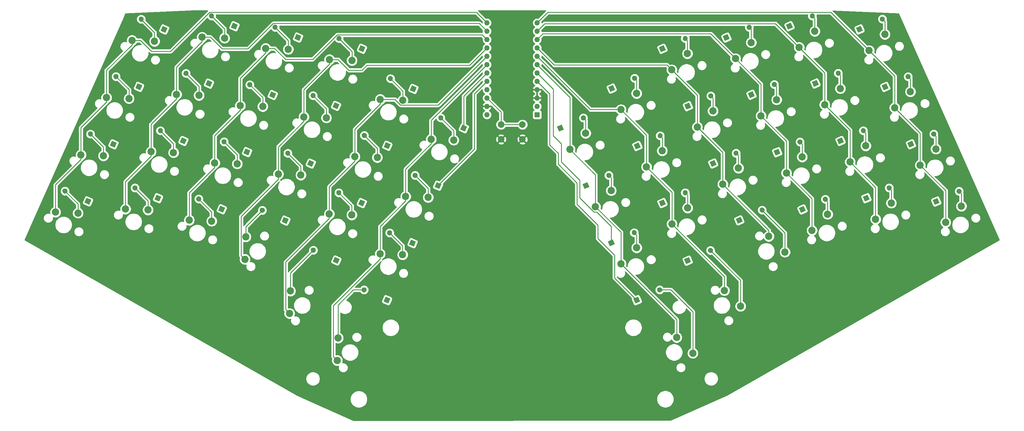
<source format=gbr>
%TF.GenerationSoftware,KiCad,Pcbnew,5.1.10-1.fc33*%
%TF.CreationDate,2021-08-02T15:59:08+02:00*%
%TF.ProjectId,lineata,6c696e65-6174-4612-9e6b-696361645f70,0.1*%
%TF.SameCoordinates,Original*%
%TF.FileFunction,Copper,L1,Top*%
%TF.FilePolarity,Positive*%
%FSLAX46Y46*%
G04 Gerber Fmt 4.6, Leading zero omitted, Abs format (unit mm)*
G04 Created by KiCad (PCBNEW 5.1.10-1.fc33) date 2021-08-02 15:59:08*
%MOMM*%
%LPD*%
G01*
G04 APERTURE LIST*
%TA.AperFunction,ComponentPad*%
%ADD10C,0.150000*%
%TD*%
%TA.AperFunction,ComponentPad*%
%ADD11C,2.200000*%
%TD*%
%TA.AperFunction,ComponentPad*%
%ADD12C,2.000000*%
%TD*%
%TA.AperFunction,ComponentPad*%
%ADD13O,1.600000X1.600000*%
%TD*%
%TA.AperFunction,ComponentPad*%
%ADD14R,1.600000X1.600000*%
%TD*%
%TA.AperFunction,Conductor*%
%ADD15C,0.250000*%
%TD*%
%TA.AperFunction,Conductor*%
%ADD16C,0.254000*%
%TD*%
%TA.AperFunction,Conductor*%
%ADD17C,0.150000*%
%TD*%
G04 APERTURE END LIST*
%TO.P,D42,2*%
%TO.N,Net-(D42-Pad2)*%
%TA.AperFunction,ComponentPad*%
G36*
G01*
X298393880Y-108224056D02*
X298393880Y-108224056D01*
G75*
G02*
X298799327Y-107167831I730836J325389D01*
G01*
X298799327Y-107167831D01*
G75*
G02*
X299855552Y-107573278I325389J-730836D01*
G01*
X299855552Y-107573278D01*
G75*
G02*
X299450105Y-108629503I-730836J-325389D01*
G01*
X299450105Y-108629503D01*
G75*
G02*
X298393880Y-108224056I-325389J730836D01*
G01*
G37*
%TD.AperFunction*%
%TA.AperFunction,ComponentPad*%
D10*
%TO.P,D42,1*%
%TO.N,Net-(D10-Pad1)*%
G36*
X291758053Y-112054226D02*
G01*
X291107274Y-110592553D01*
X292568947Y-109941774D01*
X293219726Y-111403447D01*
X291758053Y-112054226D01*
G37*
%TD.AperFunction*%
%TD*%
%TO.P,D40,2*%
%TO.N,Net-(D40-Pad2)*%
%TA.AperFunction,ComponentPad*%
G36*
G01*
X294456880Y-146514556D02*
X294456880Y-146514556D01*
G75*
G02*
X294862327Y-145458331I730836J325389D01*
G01*
X294862327Y-145458331D01*
G75*
G02*
X295918552Y-145863778I325389J-730836D01*
G01*
X295918552Y-145863778D01*
G75*
G02*
X295513105Y-146920003I-730836J-325389D01*
G01*
X295513105Y-146920003D01*
G75*
G02*
X294456880Y-146514556I-325389J730836D01*
G01*
G37*
%TD.AperFunction*%
%TA.AperFunction,ComponentPad*%
%TO.P,D40,1*%
%TO.N,Net-(D12-Pad1)*%
G36*
X287821053Y-150344726D02*
G01*
X287170274Y-148883053D01*
X288631947Y-148232274D01*
X289282726Y-149693947D01*
X287821053Y-150344726D01*
G37*
%TD.AperFunction*%
%TD*%
%TO.P,D39,2*%
%TO.N,Net-(D39-Pad2)*%
%TA.AperFunction,ComponentPad*%
G36*
G01*
X286771880Y-129115556D02*
X286771880Y-129115556D01*
G75*
G02*
X287177327Y-128059331I730836J325389D01*
G01*
X287177327Y-128059331D01*
G75*
G02*
X288233552Y-128464778I325389J-730836D01*
G01*
X288233552Y-128464778D01*
G75*
G02*
X287828105Y-129521003I-730836J-325389D01*
G01*
X287828105Y-129521003D01*
G75*
G02*
X286771880Y-129115556I-325389J730836D01*
G01*
G37*
%TD.AperFunction*%
%TA.AperFunction,ComponentPad*%
%TO.P,D39,1*%
%TO.N,Net-(D11-Pad1)*%
G36*
X280136053Y-132945726D02*
G01*
X279485274Y-131484053D01*
X280946947Y-130833274D01*
X281597726Y-132294947D01*
X280136053Y-132945726D01*
G37*
%TD.AperFunction*%
%TD*%
%TO.P,D38,2*%
%TO.N,Net-(D38-Pad2)*%
%TA.AperFunction,ComponentPad*%
G36*
G01*
X278962880Y-111653056D02*
X278962880Y-111653056D01*
G75*
G02*
X279368327Y-110596831I730836J325389D01*
G01*
X279368327Y-110596831D01*
G75*
G02*
X280424552Y-111002278I325389J-730836D01*
G01*
X280424552Y-111002278D01*
G75*
G02*
X280019105Y-112058503I-730836J-325389D01*
G01*
X280019105Y-112058503D01*
G75*
G02*
X278962880Y-111653056I-325389J730836D01*
G01*
G37*
%TD.AperFunction*%
%TA.AperFunction,ComponentPad*%
%TO.P,D38,1*%
%TO.N,Net-(D10-Pad1)*%
G36*
X272327053Y-115483226D02*
G01*
X271676274Y-114021553D01*
X273137947Y-113370774D01*
X273788726Y-114832447D01*
X272327053Y-115483226D01*
G37*
%TD.AperFunction*%
%TD*%
%TO.P,D37,2*%
%TO.N,Net-(D37-Pad2)*%
%TA.AperFunction,ComponentPad*%
G36*
G01*
X271342880Y-94279902D02*
X271342880Y-94279902D01*
G75*
G02*
X271748327Y-93223677I730836J325389D01*
G01*
X271748327Y-93223677D01*
G75*
G02*
X272804552Y-93629124I325389J-730836D01*
G01*
X272804552Y-93629124D01*
G75*
G02*
X272399105Y-94685349I-730836J-325389D01*
G01*
X272399105Y-94685349D01*
G75*
G02*
X271342880Y-94279902I-325389J730836D01*
G01*
G37*
%TD.AperFunction*%
%TA.AperFunction,ComponentPad*%
%TO.P,D37,1*%
%TO.N,Net-(D1-Pad1)*%
G36*
X264707053Y-98110072D02*
G01*
X264056274Y-96648399D01*
X265517947Y-95997620D01*
X266168726Y-97459293D01*
X264707053Y-98110072D01*
G37*
%TD.AperFunction*%
%TD*%
%TO.P,D36,2*%
%TO.N,Net-(D36-Pad2)*%
%TA.AperFunction,ComponentPad*%
G36*
G01*
X275271880Y-149816556D02*
X275271880Y-149816556D01*
G75*
G02*
X275677327Y-148760331I730836J325389D01*
G01*
X275677327Y-148760331D01*
G75*
G02*
X276733552Y-149165778I325389J-730836D01*
G01*
X276733552Y-149165778D01*
G75*
G02*
X276328105Y-150222003I-730836J-325389D01*
G01*
X276328105Y-150222003D01*
G75*
G02*
X275271880Y-149816556I-325389J730836D01*
G01*
G37*
%TD.AperFunction*%
%TA.AperFunction,ComponentPad*%
%TO.P,D36,1*%
%TO.N,Net-(D12-Pad1)*%
G36*
X268636053Y-153646726D02*
G01*
X267985274Y-152185053D01*
X269446947Y-151534274D01*
X270097726Y-152995947D01*
X268636053Y-153646726D01*
G37*
%TD.AperFunction*%
%TD*%
%TO.P,D35,2*%
%TO.N,Net-(D35-Pad2)*%
%TA.AperFunction,ComponentPad*%
G36*
G01*
X267342380Y-132529902D02*
X267342380Y-132529902D01*
G75*
G02*
X267747827Y-131473677I730836J325389D01*
G01*
X267747827Y-131473677D01*
G75*
G02*
X268804052Y-131879124I325389J-730836D01*
G01*
X268804052Y-131879124D01*
G75*
G02*
X268398605Y-132935349I-730836J-325389D01*
G01*
X268398605Y-132935349D01*
G75*
G02*
X267342380Y-132529902I-325389J730836D01*
G01*
G37*
%TD.AperFunction*%
%TA.AperFunction,ComponentPad*%
%TO.P,D35,1*%
%TO.N,Net-(D11-Pad1)*%
G36*
X260706553Y-136360072D02*
G01*
X260055774Y-134898399D01*
X261517447Y-134247620D01*
X262168226Y-135709293D01*
X260706553Y-136360072D01*
G37*
%TD.AperFunction*%
%TD*%
D11*
%TO.P,SW38,2*%
%TO.N,Net-(SW37-Pad2)*%
X275638597Y-120852029D03*
%TO.P,SW38,1*%
%TO.N,Net-(D38-Pad2)*%
X280406500Y-115948846D03*
%TD*%
%TO.P,SW37,2*%
%TO.N,Net-(SW37-Pad2)*%
X267913597Y-103477029D03*
%TO.P,SW37,1*%
%TO.N,Net-(D37-Pad2)*%
X272681500Y-98573846D03*
%TD*%
%TO.P,SW30,2*%
%TO.N,Net-(SW29-Pad2)*%
X240873597Y-136357029D03*
%TO.P,SW30,1*%
%TO.N,Net-(D30-Pad2)*%
X245641500Y-131453846D03*
%TD*%
%TO.P,SW29,2*%
%TO.N,Net-(SW29-Pad2)*%
X233098597Y-118957029D03*
%TO.P,SW29,1*%
%TO.N,Net-(D29-Pad2)*%
X237866500Y-114053846D03*
%TD*%
%TO.P,SW33,2*%
%TO.N,Net-(SW33-Pad2)*%
X248548597Y-106857029D03*
%TO.P,SW33,1*%
%TO.N,Net-(D33-Pad2)*%
X253316500Y-101953846D03*
%TD*%
%TO.P,SW34,2*%
%TO.N,Net-(SW33-Pad2)*%
X256298597Y-124257029D03*
%TO.P,SW34,1*%
%TO.N,Net-(D34-Pad2)*%
X261066500Y-119353846D03*
%TD*%
%TO.P,SW35,2*%
%TO.N,Net-(SW33-Pad2)*%
X264048597Y-141657029D03*
%TO.P,SW35,1*%
%TO.N,Net-(D35-Pad2)*%
X268816500Y-136753846D03*
%TD*%
%TO.P,SW39,2*%
%TO.N,Net-(SW37-Pad2)*%
X283388597Y-138252029D03*
%TO.P,SW39,1*%
%TO.N,Net-(D39-Pad2)*%
X288156500Y-133348846D03*
%TD*%
%TO.P,D34,2*%
%TO.N,Net-(D34-Pad2)*%
%TA.AperFunction,ComponentPad*%
G36*
G01*
X259658880Y-115129902D02*
X259658880Y-115129902D01*
G75*
G02*
X260064327Y-114073677I730836J325389D01*
G01*
X260064327Y-114073677D01*
G75*
G02*
X261120552Y-114479124I325389J-730836D01*
G01*
X261120552Y-114479124D01*
G75*
G02*
X260715105Y-115535349I-730836J-325389D01*
G01*
X260715105Y-115535349D01*
G75*
G02*
X259658880Y-115129902I-325389J730836D01*
G01*
G37*
%TD.AperFunction*%
%TA.AperFunction,ComponentPad*%
D10*
%TO.P,D34,1*%
%TO.N,Net-(D10-Pad1)*%
G36*
X253023053Y-118960072D02*
G01*
X252372274Y-117498399D01*
X253833947Y-116847620D01*
X254484726Y-118309293D01*
X253023053Y-118960072D01*
G37*
%TD.AperFunction*%
%TD*%
%TO.P,D33,2*%
%TO.N,Net-(D33-Pad2)*%
%TA.AperFunction,ComponentPad*%
G36*
G01*
X251911880Y-97679902D02*
X251911880Y-97679902D01*
G75*
G02*
X252317327Y-96623677I730836J325389D01*
G01*
X252317327Y-96623677D01*
G75*
G02*
X253373552Y-97029124I325389J-730836D01*
G01*
X253373552Y-97029124D01*
G75*
G02*
X252968105Y-98085349I-730836J-325389D01*
G01*
X252968105Y-98085349D01*
G75*
G02*
X251911880Y-97679902I-325389J730836D01*
G01*
G37*
%TD.AperFunction*%
%TA.AperFunction,ComponentPad*%
%TO.P,D33,1*%
%TO.N,Net-(D1-Pad1)*%
G36*
X245276053Y-101510072D02*
G01*
X244625274Y-100048399D01*
X246086947Y-99397620D01*
X246737726Y-100859293D01*
X245276053Y-101510072D01*
G37*
%TD.AperFunction*%
%TD*%
%TO.P,D31,2*%
%TO.N,Net-(D31-Pad2)*%
%TA.AperFunction,ComponentPad*%
G36*
G01*
X251911880Y-144546056D02*
X251911880Y-144546056D01*
G75*
G02*
X252317327Y-143489831I730836J325389D01*
G01*
X252317327Y-143489831D01*
G75*
G02*
X253373552Y-143895278I325389J-730836D01*
G01*
X253373552Y-143895278D01*
G75*
G02*
X252968105Y-144951503I-730836J-325389D01*
G01*
X252968105Y-144951503D01*
G75*
G02*
X251911880Y-144546056I-325389J730836D01*
G01*
G37*
%TD.AperFunction*%
%TA.AperFunction,ComponentPad*%
%TO.P,D31,1*%
%TO.N,Net-(D11-Pad1)*%
G36*
X245276053Y-148376226D02*
G01*
X244625274Y-146914553D01*
X246086947Y-146263774D01*
X246737726Y-147725447D01*
X245276053Y-148376226D01*
G37*
%TD.AperFunction*%
%TD*%
%TO.P,D30,2*%
%TO.N,Net-(D30-Pad2)*%
%TA.AperFunction,ComponentPad*%
G36*
G01*
X244291880Y-127229902D02*
X244291880Y-127229902D01*
G75*
G02*
X244697327Y-126173677I730836J325389D01*
G01*
X244697327Y-126173677D01*
G75*
G02*
X245753552Y-126579124I325389J-730836D01*
G01*
X245753552Y-126579124D01*
G75*
G02*
X245348105Y-127635349I-730836J-325389D01*
G01*
X245348105Y-127635349D01*
G75*
G02*
X244291880Y-127229902I-325389J730836D01*
G01*
G37*
%TD.AperFunction*%
%TA.AperFunction,ComponentPad*%
%TO.P,D30,1*%
%TO.N,Net-(D10-Pad1)*%
G36*
X237656053Y-131060072D02*
G01*
X237005274Y-129598399D01*
X238466947Y-128947620D01*
X239117726Y-130409293D01*
X237656053Y-131060072D01*
G37*
%TD.AperFunction*%
%TD*%
%TO.P,D29,2*%
%TO.N,Net-(D29-Pad2)*%
%TA.AperFunction,ComponentPad*%
G36*
G01*
X236521880Y-109748056D02*
X236521880Y-109748056D01*
G75*
G02*
X236927327Y-108691831I730836J325389D01*
G01*
X236927327Y-108691831D01*
G75*
G02*
X237983552Y-109097278I325389J-730836D01*
G01*
X237983552Y-109097278D01*
G75*
G02*
X237578105Y-110153503I-730836J-325389D01*
G01*
X237578105Y-110153503D01*
G75*
G02*
X236521880Y-109748056I-325389J730836D01*
G01*
G37*
%TD.AperFunction*%
%TA.AperFunction,ComponentPad*%
%TO.P,D29,1*%
%TO.N,Net-(D1-Pad1)*%
G36*
X229886053Y-113578226D02*
G01*
X229235274Y-112116553D01*
X230696947Y-111465774D01*
X231347726Y-112927447D01*
X229886053Y-113578226D01*
G37*
%TD.AperFunction*%
%TD*%
D11*
%TO.P,SW26,2*%
%TO.N,Net-(SW25-Pad2)*%
X225373597Y-148457029D03*
%TO.P,SW26,1*%
%TO.N,Net-(D26-Pad2)*%
X230141500Y-143553846D03*
%TD*%
%TO.P,SW31,2*%
%TO.N,Net-(SW29-Pad2)*%
X248598597Y-153757029D03*
%TO.P,SW31,1*%
%TO.N,Net-(D31-Pad2)*%
X253366500Y-148853846D03*
%TD*%
%TO.P,SW27,2*%
%TO.N,Net-(SW25-Pad2)*%
X233123597Y-165857029D03*
%TO.P,SW27,1*%
%TO.N,Net-(D27-Pad2)*%
X237891500Y-160953846D03*
%TD*%
%TO.P,D32,2*%
%TO.N,Net-(D32-Pad2)*%
%TA.AperFunction,ComponentPad*%
G36*
G01*
X259595380Y-162072056D02*
X259595380Y-162072056D01*
G75*
G02*
X260000827Y-161015831I730836J325389D01*
G01*
X260000827Y-161015831D01*
G75*
G02*
X261057052Y-161421278I325389J-730836D01*
G01*
X261057052Y-161421278D01*
G75*
G02*
X260651605Y-162477503I-730836J-325389D01*
G01*
X260651605Y-162477503D01*
G75*
G02*
X259595380Y-162072056I-325389J730836D01*
G01*
G37*
%TD.AperFunction*%
%TA.AperFunction,ComponentPad*%
D10*
%TO.P,D32,1*%
%TO.N,Net-(D12-Pad1)*%
G36*
X252959553Y-165902226D02*
G01*
X252308774Y-164440553D01*
X253770447Y-163789774D01*
X254421226Y-165251447D01*
X252959553Y-165902226D01*
G37*
%TD.AperFunction*%
%TD*%
%TO.P,D28,2*%
%TO.N,Net-(D28-Pad2)*%
%TA.AperFunction,ComponentPad*%
G36*
G01*
X244144880Y-174073556D02*
X244144880Y-174073556D01*
G75*
G02*
X244550327Y-173017331I730836J325389D01*
G01*
X244550327Y-173017331D01*
G75*
G02*
X245606552Y-173422778I325389J-730836D01*
G01*
X245606552Y-173422778D01*
G75*
G02*
X245201105Y-174479003I-730836J-325389D01*
G01*
X245201105Y-174479003D01*
G75*
G02*
X244144880Y-174073556I-325389J730836D01*
G01*
G37*
%TD.AperFunction*%
%TA.AperFunction,ComponentPad*%
%TO.P,D28,1*%
%TO.N,Net-(D12-Pad1)*%
G36*
X237509053Y-177903726D02*
G01*
X236858274Y-176442053D01*
X238319947Y-175791274D01*
X238970726Y-177252947D01*
X237509053Y-177903726D01*
G37*
%TD.AperFunction*%
%TD*%
%TO.P,D27,2*%
%TO.N,Net-(D27-Pad2)*%
%TA.AperFunction,ComponentPad*%
G36*
G01*
X236417880Y-156674556D02*
X236417880Y-156674556D01*
G75*
G02*
X236823327Y-155618331I730836J325389D01*
G01*
X236823327Y-155618331D01*
G75*
G02*
X237879552Y-156023778I325389J-730836D01*
G01*
X237879552Y-156023778D01*
G75*
G02*
X237474105Y-157080003I-730836J-325389D01*
G01*
X237474105Y-157080003D01*
G75*
G02*
X236417880Y-156674556I-325389J730836D01*
G01*
G37*
%TD.AperFunction*%
%TA.AperFunction,ComponentPad*%
%TO.P,D27,1*%
%TO.N,Net-(D11-Pad1)*%
G36*
X229782053Y-160504726D02*
G01*
X229131274Y-159043053D01*
X230592947Y-158392274D01*
X231243726Y-159853947D01*
X229782053Y-160504726D01*
G37*
%TD.AperFunction*%
%TD*%
%TO.P,D26,2*%
%TO.N,Net-(D26-Pad2)*%
%TA.AperFunction,ComponentPad*%
G36*
G01*
X228714380Y-139275556D02*
X228714380Y-139275556D01*
G75*
G02*
X229119827Y-138219331I730836J325389D01*
G01*
X229119827Y-138219331D01*
G75*
G02*
X230176052Y-138624778I325389J-730836D01*
G01*
X230176052Y-138624778D01*
G75*
G02*
X229770605Y-139681003I-730836J-325389D01*
G01*
X229770605Y-139681003D01*
G75*
G02*
X228714380Y-139275556I-325389J730836D01*
G01*
G37*
%TD.AperFunction*%
%TA.AperFunction,ComponentPad*%
%TO.P,D26,1*%
%TO.N,Net-(D10-Pad1)*%
G36*
X222078553Y-143105726D02*
G01*
X221427774Y-141644053D01*
X222889447Y-140993274D01*
X223540226Y-142454947D01*
X222078553Y-143105726D01*
G37*
%TD.AperFunction*%
%TD*%
%TO.P,D25,2*%
%TO.N,Net-(D25-Pad2)*%
%TA.AperFunction,ComponentPad*%
G36*
G01*
X220967380Y-121813902D02*
X220967380Y-121813902D01*
G75*
G02*
X221372827Y-120757677I730836J325389D01*
G01*
X221372827Y-120757677D01*
G75*
G02*
X222429052Y-121163124I325389J-730836D01*
G01*
X222429052Y-121163124D01*
G75*
G02*
X222023605Y-122219349I-730836J-325389D01*
G01*
X222023605Y-122219349D01*
G75*
G02*
X220967380Y-121813902I-325389J730836D01*
G01*
G37*
%TD.AperFunction*%
%TA.AperFunction,ComponentPad*%
%TO.P,D25,1*%
%TO.N,Net-(D1-Pad1)*%
G36*
X214331553Y-125644072D02*
G01*
X213680774Y-124182399D01*
X215142447Y-123531620D01*
X215793226Y-124993293D01*
X214331553Y-125644072D01*
G37*
%TD.AperFunction*%
%TD*%
D11*
%TO.P,SW28,2*%
%TO.N,Net-(SW25-Pad2)*%
X250038317Y-188210943D03*
%TO.P,SW28,1*%
%TO.N,Net-(D28-Pad2)*%
X254941500Y-192978846D03*
%TD*%
%TO.P,SW32,2*%
%TO.N,Net-(SW29-Pad2)*%
X264538317Y-173935943D03*
%TO.P,SW32,1*%
%TO.N,Net-(D32-Pad2)*%
X269441500Y-178703846D03*
%TD*%
%TO.P,SW36,2*%
%TO.N,Net-(SW33-Pad2)*%
X278038317Y-157485943D03*
%TO.P,SW36,1*%
%TO.N,Net-(D36-Pad2)*%
X282941500Y-162253846D03*
%TD*%
%TO.P,SW40,2*%
%TO.N,Net-(SW37-Pad2)*%
X291138597Y-155652029D03*
%TO.P,SW40,1*%
%TO.N,Net-(D40-Pad2)*%
X295906500Y-150748846D03*
%TD*%
%TO.P,SW25,2*%
%TO.N,Net-(SW25-Pad2)*%
X217623597Y-131057029D03*
%TO.P,SW25,1*%
%TO.N,Net-(D25-Pad2)*%
X222391500Y-126153846D03*
%TD*%
%TO.P,SW44,2*%
%TO.N,Net-(SW41-Pad2)*%
X310473597Y-152257029D03*
%TO.P,SW44,1*%
%TO.N,Net-(D44-Pad2)*%
X315241500Y-147353846D03*
%TD*%
%TO.P,D47,2*%
%TO.N,Net-(D47-Pad2)*%
%TA.AperFunction,ComponentPad*%
G36*
G01*
X327413380Y-126702556D02*
X327413380Y-126702556D01*
G75*
G02*
X327818827Y-125646331I730836J325389D01*
G01*
X327818827Y-125646331D01*
G75*
G02*
X328875052Y-126051778I325389J-730836D01*
G01*
X328875052Y-126051778D01*
G75*
G02*
X328469605Y-127108003I-730836J-325389D01*
G01*
X328469605Y-127108003D01*
G75*
G02*
X327413380Y-126702556I-325389J730836D01*
G01*
G37*
%TD.AperFunction*%
%TA.AperFunction,ComponentPad*%
D10*
%TO.P,D47,1*%
%TO.N,Net-(D11-Pad1)*%
G36*
X320777553Y-130532726D02*
G01*
X320126774Y-129071053D01*
X321588447Y-128420274D01*
X322239226Y-129881947D01*
X320777553Y-130532726D01*
G37*
%TD.AperFunction*%
%TD*%
%TO.P,D46,2*%
%TO.N,Net-(D46-Pad2)*%
%TA.AperFunction,ComponentPad*%
G36*
G01*
X319602880Y-109279902D02*
X319602880Y-109279902D01*
G75*
G02*
X320008327Y-108223677I730836J325389D01*
G01*
X320008327Y-108223677D01*
G75*
G02*
X321064552Y-108629124I325389J-730836D01*
G01*
X321064552Y-108629124D01*
G75*
G02*
X320659105Y-109685349I-730836J-325389D01*
G01*
X320659105Y-109685349D01*
G75*
G02*
X319602880Y-109279902I-325389J730836D01*
G01*
G37*
%TD.AperFunction*%
%TA.AperFunction,ComponentPad*%
%TO.P,D46,1*%
%TO.N,Net-(D10-Pad1)*%
G36*
X312967053Y-113110072D02*
G01*
X312316274Y-111648399D01*
X313777947Y-110997620D01*
X314428726Y-112459293D01*
X312967053Y-113110072D01*
G37*
%TD.AperFunction*%
%TD*%
%TO.P,D44,2*%
%TO.N,Net-(D44-Pad2)*%
%TA.AperFunction,ComponentPad*%
G36*
G01*
X313871880Y-143085556D02*
X313871880Y-143085556D01*
G75*
G02*
X314277327Y-142029331I730836J325389D01*
G01*
X314277327Y-142029331D01*
G75*
G02*
X315333552Y-142434778I325389J-730836D01*
G01*
X315333552Y-142434778D01*
G75*
G02*
X314928105Y-143491003I-730836J-325389D01*
G01*
X314928105Y-143491003D01*
G75*
G02*
X313871880Y-143085556I-325389J730836D01*
G01*
G37*
%TD.AperFunction*%
%TA.AperFunction,ComponentPad*%
%TO.P,D44,1*%
%TO.N,Net-(D12-Pad1)*%
G36*
X307236053Y-146915726D02*
G01*
X306585274Y-145454053D01*
X308046947Y-144803274D01*
X308697726Y-146264947D01*
X307236053Y-146915726D01*
G37*
%TD.AperFunction*%
%TD*%
%TO.P,D43,2*%
%TO.N,Net-(D43-Pad2)*%
%TA.AperFunction,ComponentPad*%
G36*
G01*
X306013880Y-125686556D02*
X306013880Y-125686556D01*
G75*
G02*
X306419327Y-124630331I730836J325389D01*
G01*
X306419327Y-124630331D01*
G75*
G02*
X307475552Y-125035778I325389J-730836D01*
G01*
X307475552Y-125035778D01*
G75*
G02*
X307070105Y-126092003I-730836J-325389D01*
G01*
X307070105Y-126092003D01*
G75*
G02*
X306013880Y-125686556I-325389J730836D01*
G01*
G37*
%TD.AperFunction*%
%TA.AperFunction,ComponentPad*%
%TO.P,D43,1*%
%TO.N,Net-(D11-Pad1)*%
G36*
X299378053Y-129516726D02*
G01*
X298727274Y-128055053D01*
X300188947Y-127404274D01*
X300839726Y-128865947D01*
X299378053Y-129516726D01*
G37*
%TD.AperFunction*%
%TD*%
D11*
%TO.P,SW41,2*%
%TO.N,Net-(SW41-Pad2)*%
X287238597Y-100052029D03*
%TO.P,SW41,1*%
%TO.N,Net-(D41-Pad2)*%
X292006500Y-95148846D03*
%TD*%
%TO.P,SW43,2*%
%TO.N,Net-(SW41-Pad2)*%
X302723597Y-134882029D03*
%TO.P,SW43,1*%
%TO.N,Net-(D43-Pad2)*%
X307491500Y-129978846D03*
%TD*%
%TO.P,SW42,2*%
%TO.N,Net-(SW41-Pad2)*%
X294998597Y-117457029D03*
%TO.P,SW42,1*%
%TO.N,Net-(D42-Pad2)*%
X299766500Y-112553846D03*
%TD*%
%TO.P,SW45,2*%
%TO.N,Net-(SW45-Pad2)*%
X308523597Y-101007029D03*
%TO.P,SW45,1*%
%TO.N,Net-(D45-Pad2)*%
X313291500Y-96103846D03*
%TD*%
%TO.P,SW46,2*%
%TO.N,Net-(SW45-Pad2)*%
X316273597Y-118407029D03*
%TO.P,SW46,1*%
%TO.N,Net-(D46-Pad2)*%
X321041500Y-113503846D03*
%TD*%
%TO.P,SW47,2*%
%TO.N,Net-(SW45-Pad2)*%
X324023597Y-135832029D03*
%TO.P,SW47,1*%
%TO.N,Net-(D47-Pad2)*%
X328791500Y-130928846D03*
%TD*%
%TO.P,SW48,2*%
%TO.N,Net-(SW45-Pad2)*%
X331748597Y-153207029D03*
%TO.P,SW48,1*%
%TO.N,Net-(D48-Pad2)*%
X336516500Y-148303846D03*
%TD*%
%TO.P,D48,2*%
%TO.N,Net-(D48-Pad2)*%
%TA.AperFunction,ComponentPad*%
G36*
G01*
X335096880Y-144101556D02*
X335096880Y-144101556D01*
G75*
G02*
X335502327Y-143045331I730836J325389D01*
G01*
X335502327Y-143045331D01*
G75*
G02*
X336558552Y-143450778I325389J-730836D01*
G01*
X336558552Y-143450778D01*
G75*
G02*
X336153105Y-144507003I-730836J-325389D01*
G01*
X336153105Y-144507003D01*
G75*
G02*
X335096880Y-144101556I-325389J730836D01*
G01*
G37*
%TD.AperFunction*%
%TA.AperFunction,ComponentPad*%
D10*
%TO.P,D48,1*%
%TO.N,Net-(D12-Pad1)*%
G36*
X328461053Y-147931726D02*
G01*
X327810274Y-146470053D01*
X329271947Y-145819274D01*
X329922726Y-147280947D01*
X328461053Y-147931726D01*
G37*
%TD.AperFunction*%
%TD*%
%TO.P,D45,2*%
%TO.N,Net-(D45-Pad2)*%
%TA.AperFunction,ComponentPad*%
G36*
G01*
X311792380Y-91777556D02*
X311792380Y-91777556D01*
G75*
G02*
X312197827Y-90721331I730836J325389D01*
G01*
X312197827Y-90721331D01*
G75*
G02*
X313254052Y-91126778I325389J-730836D01*
G01*
X313254052Y-91126778D01*
G75*
G02*
X312848605Y-92183003I-730836J-325389D01*
G01*
X312848605Y-92183003D01*
G75*
G02*
X311792380Y-91777556I-325389J730836D01*
G01*
G37*
%TD.AperFunction*%
%TA.AperFunction,ComponentPad*%
%TO.P,D45,1*%
%TO.N,Net-(D1-Pad1)*%
G36*
X305156553Y-95607726D02*
G01*
X304505774Y-94146053D01*
X305967447Y-93495274D01*
X306618226Y-94956947D01*
X305156553Y-95607726D01*
G37*
%TD.AperFunction*%
%TD*%
%TO.P,D41,2*%
%TO.N,Net-(D41-Pad2)*%
%TA.AperFunction,ComponentPad*%
G36*
G01*
X290519880Y-90825056D02*
X290519880Y-90825056D01*
G75*
G02*
X290925327Y-89768831I730836J325389D01*
G01*
X290925327Y-89768831D01*
G75*
G02*
X291981552Y-90174278I325389J-730836D01*
G01*
X291981552Y-90174278D01*
G75*
G02*
X291576105Y-91230503I-730836J-325389D01*
G01*
X291576105Y-91230503D01*
G75*
G02*
X290519880Y-90825056I-325389J730836D01*
G01*
G37*
%TD.AperFunction*%
%TA.AperFunction,ComponentPad*%
%TO.P,D41,1*%
%TO.N,Net-(D1-Pad1)*%
G36*
X283884053Y-94655226D02*
G01*
X283233274Y-93193553D01*
X284694947Y-92542774D01*
X285345726Y-94004447D01*
X283884053Y-94655226D01*
G37*
%TD.AperFunction*%
%TD*%
D12*
%TO.P,SW49,1*%
%TO.N,GND*%
X196700000Y-128016000D03*
%TO.P,SW49,2*%
%TO.N,Net-(SW49-Pad2)*%
X196700000Y-123516000D03*
%TO.P,SW49,1*%
%TO.N,GND*%
X203200000Y-128016000D03*
%TO.P,SW49,2*%
%TO.N,Net-(SW49-Pad2)*%
X203200000Y-123516000D03*
%TD*%
D13*
%TO.P,U1,24*%
%TO.N,Net-(U1-Pad24)*%
X192405000Y-120523000D03*
%TO.P,U1,23*%
%TO.N,GND*%
X192405000Y-117983000D03*
%TO.P,U1,22*%
%TO.N,Net-(SW49-Pad2)*%
X192405000Y-115443000D03*
%TO.P,U1,12*%
%TO.N,Net-(SW45-Pad2)*%
X207645000Y-92583000D03*
%TO.P,U1,21*%
%TO.N,Net-(U1-Pad21)*%
X192405000Y-112903000D03*
%TO.P,U1,11*%
%TO.N,Net-(SW41-Pad2)*%
X207645000Y-95123000D03*
%TO.P,U1,20*%
%TO.N,Net-(D10-Pad1)*%
X192405000Y-110363000D03*
%TO.P,U1,10*%
%TO.N,Net-(SW37-Pad2)*%
X207645000Y-97663000D03*
%TO.P,U1,19*%
%TO.N,Net-(D1-Pad1)*%
X192405000Y-107823000D03*
%TO.P,U1,9*%
%TO.N,Net-(SW33-Pad2)*%
X207645000Y-100203000D03*
%TO.P,U1,18*%
%TO.N,Net-(SW21-Pad2)*%
X192405000Y-105283000D03*
%TO.P,U1,8*%
%TO.N,Net-(SW29-Pad2)*%
X207645000Y-102743000D03*
%TO.P,U1,17*%
%TO.N,Net-(SW17-Pad2)*%
X192405000Y-102743000D03*
%TO.P,U1,7*%
%TO.N,Net-(SW25-Pad2)*%
X207645000Y-105283000D03*
%TO.P,U1,16*%
%TO.N,Net-(SW13-Pad2)*%
X192405000Y-100203000D03*
%TO.P,U1,6*%
%TO.N,Net-(D11-Pad1)*%
X207645000Y-107823000D03*
%TO.P,U1,15*%
%TO.N,Net-(SW10-Pad2)*%
X192405000Y-97663000D03*
%TO.P,U1,5*%
%TO.N,Net-(D12-Pad1)*%
X207645000Y-110363000D03*
%TO.P,U1,14*%
%TO.N,Net-(SW5-Pad2)*%
X192405000Y-95123000D03*
%TO.P,U1,4*%
%TO.N,GND*%
X207645000Y-112903000D03*
%TO.P,U1,13*%
%TO.N,Net-(SW1-Pad2)*%
X192405000Y-92583000D03*
%TO.P,U1,3*%
%TO.N,GND*%
X207645000Y-115443000D03*
%TO.P,U1,2*%
%TO.N,Net-(U1-Pad2)*%
X207645000Y-117983000D03*
D14*
%TO.P,U1,1*%
%TO.N,Net-(U1-Pad1)*%
X207645000Y-120523000D03*
%TD*%
%TO.P,D11,2*%
%TO.N,Net-(D11-Pad2)*%
%TA.AperFunction,ComponentPad*%
G36*
G01*
X113276620Y-129052056D02*
X113276620Y-129052056D01*
G75*
G02*
X112220395Y-129457503I-730836J325389D01*
G01*
X112220395Y-129457503D01*
G75*
G02*
X111814948Y-128401278I325389J730836D01*
G01*
X111814948Y-128401278D01*
G75*
G02*
X112871173Y-127995831I730836J-325389D01*
G01*
X112871173Y-127995831D01*
G75*
G02*
X113276620Y-129052056I-325389J-730836D01*
G01*
G37*
%TD.AperFunction*%
%TA.AperFunction,ComponentPad*%
D10*
%TO.P,D11,1*%
%TO.N,Net-(D11-Pad1)*%
G36*
X120563226Y-131420553D02*
G01*
X119912447Y-132882226D01*
X118450774Y-132231447D01*
X119101553Y-130769774D01*
X120563226Y-131420553D01*
G37*
%TD.AperFunction*%
%TD*%
%TO.P,D9,2*%
%TO.N,Net-(D9-Pad2)*%
%TA.AperFunction,ComponentPad*%
G36*
G01*
X128770620Y-94254056D02*
X128770620Y-94254056D01*
G75*
G02*
X127714395Y-94659503I-730836J325389D01*
G01*
X127714395Y-94659503D01*
G75*
G02*
X127308948Y-93603278I325389J730836D01*
G01*
X127308948Y-93603278D01*
G75*
G02*
X128365173Y-93197831I730836J-325389D01*
G01*
X128365173Y-93197831D01*
G75*
G02*
X128770620Y-94254056I-325389J-730836D01*
G01*
G37*
%TD.AperFunction*%
%TA.AperFunction,ComponentPad*%
%TO.P,D9,1*%
%TO.N,Net-(D1-Pad1)*%
G36*
X136057226Y-96622553D02*
G01*
X135406447Y-98084226D01*
X133944774Y-97433447D01*
X134595553Y-95971774D01*
X136057226Y-96622553D01*
G37*
%TD.AperFunction*%
%TD*%
%TO.P,D13,2*%
%TO.N,Net-(D13-Pad2)*%
%TA.AperFunction,ComponentPad*%
G36*
G01*
X148201620Y-97683056D02*
X148201620Y-97683056D01*
G75*
G02*
X147145395Y-98088503I-730836J325389D01*
G01*
X147145395Y-98088503D01*
G75*
G02*
X146739948Y-97032278I325389J730836D01*
G01*
X146739948Y-97032278D01*
G75*
G02*
X147796173Y-96626831I730836J-325389D01*
G01*
X147796173Y-96626831D01*
G75*
G02*
X148201620Y-97683056I-325389J-730836D01*
G01*
G37*
%TD.AperFunction*%
%TA.AperFunction,ComponentPad*%
%TO.P,D13,1*%
%TO.N,Net-(D1-Pad1)*%
G36*
X155488226Y-100051553D02*
G01*
X154837447Y-101513226D01*
X153375774Y-100862447D01*
X154026553Y-99400774D01*
X155488226Y-100051553D01*
G37*
%TD.AperFunction*%
%TD*%
%TO.P,D1,2*%
%TO.N,Net-(D1-Pad2)*%
%TA.AperFunction,ComponentPad*%
G36*
G01*
X88105220Y-91802956D02*
X88105220Y-91802956D01*
G75*
G02*
X87048995Y-92208403I-730836J325389D01*
G01*
X87048995Y-92208403D01*
G75*
G02*
X86643548Y-91152178I325389J730836D01*
G01*
X86643548Y-91152178D01*
G75*
G02*
X87699773Y-90746731I730836J-325389D01*
G01*
X87699773Y-90746731D01*
G75*
G02*
X88105220Y-91802956I-325389J-730836D01*
G01*
G37*
%TD.AperFunction*%
%TA.AperFunction,ComponentPad*%
%TO.P,D1,1*%
%TO.N,Net-(D1-Pad1)*%
G36*
X95391826Y-94171453D02*
G01*
X94741047Y-95633126D01*
X93279374Y-94982347D01*
X93930153Y-93520674D01*
X95391826Y-94171453D01*
G37*
%TD.AperFunction*%
%TD*%
%TO.P,D17,2*%
%TO.N,Net-(D17-Pad2)*%
%TA.AperFunction,ComponentPad*%
G36*
G01*
X163822620Y-109875056D02*
X163822620Y-109875056D01*
G75*
G02*
X162766395Y-110280503I-730836J325389D01*
G01*
X162766395Y-110280503D01*
G75*
G02*
X162360948Y-109224278I325389J730836D01*
G01*
X162360948Y-109224278D01*
G75*
G02*
X163417173Y-108818831I730836J-325389D01*
G01*
X163417173Y-108818831D01*
G75*
G02*
X163822620Y-109875056I-325389J-730836D01*
G01*
G37*
%TD.AperFunction*%
%TA.AperFunction,ComponentPad*%
%TO.P,D17,1*%
%TO.N,Net-(D1-Pad1)*%
G36*
X171109226Y-112243553D02*
G01*
X170458447Y-113705226D01*
X168996774Y-113054447D01*
X169647553Y-111592774D01*
X171109226Y-112243553D01*
G37*
%TD.AperFunction*%
%TD*%
%TO.P,D21,2*%
%TO.N,Net-(D21-Pad2)*%
%TA.AperFunction,ComponentPad*%
G36*
G01*
X179126120Y-121813056D02*
X179126120Y-121813056D01*
G75*
G02*
X178069895Y-122218503I-730836J325389D01*
G01*
X178069895Y-122218503D01*
G75*
G02*
X177664448Y-121162278I325389J730836D01*
G01*
X177664448Y-121162278D01*
G75*
G02*
X178720673Y-120756831I730836J-325389D01*
G01*
X178720673Y-120756831D01*
G75*
G02*
X179126120Y-121813056I-325389J-730836D01*
G01*
G37*
%TD.AperFunction*%
%TA.AperFunction,ComponentPad*%
%TO.P,D21,1*%
%TO.N,Net-(D1-Pad1)*%
G36*
X186412726Y-124181553D02*
G01*
X185761947Y-125643226D01*
X184300274Y-124992447D01*
X184951053Y-123530774D01*
X186412726Y-124181553D01*
G37*
%TD.AperFunction*%
%TD*%
%TO.P,D5,2*%
%TO.N,Net-(D5-Pad2)*%
%TA.AperFunction,ComponentPad*%
G36*
G01*
X109466620Y-90825056D02*
X109466620Y-90825056D01*
G75*
G02*
X108410395Y-91230503I-730836J325389D01*
G01*
X108410395Y-91230503D01*
G75*
G02*
X108004948Y-90174278I325389J730836D01*
G01*
X108004948Y-90174278D01*
G75*
G02*
X109061173Y-89768831I730836J-325389D01*
G01*
X109061173Y-89768831D01*
G75*
G02*
X109466620Y-90825056I-325389J-730836D01*
G01*
G37*
%TD.AperFunction*%
%TA.AperFunction,ComponentPad*%
%TO.P,D5,1*%
%TO.N,Net-(D1-Pad1)*%
G36*
X116753226Y-93193553D02*
G01*
X116102447Y-94655226D01*
X114640774Y-94004447D01*
X115291553Y-92542774D01*
X116753226Y-93193553D01*
G37*
%TD.AperFunction*%
%TD*%
D11*
%TO.P,SW16,2*%
%TO.N,Net-(SW13-Pad2)*%
X118885628Y-164454625D03*
%TO.P,SW16,1*%
%TO.N,Net-(D16-Pad2)*%
X119148000Y-157620500D03*
%TD*%
%TO.P,SW24,2*%
%TO.N,Net-(SW21-Pad2)*%
X146935628Y-195204625D03*
%TO.P,SW24,1*%
%TO.N,Net-(D24-Pad2)*%
X147198000Y-188370500D03*
%TD*%
%TO.P,SW23,2*%
%TO.N,Net-(SW21-Pad2)*%
X159963875Y-162775428D03*
%TO.P,SW23,1*%
%TO.N,Net-(D23-Pad2)*%
X166798000Y-163037800D03*
%TD*%
%TO.P,SW22,2*%
%TO.N,Net-(SW21-Pad2)*%
X167713875Y-145383128D03*
%TO.P,SW22,1*%
%TO.N,Net-(D22-Pad2)*%
X174548000Y-145645500D03*
%TD*%
%TO.P,SW21,2*%
%TO.N,Net-(SW21-Pad2)*%
X175463875Y-127958128D03*
%TO.P,SW21,1*%
%TO.N,Net-(D21-Pad2)*%
X182298000Y-128220500D03*
%TD*%
%TO.P,SW20,2*%
%TO.N,Net-(SW17-Pad2)*%
X132435628Y-180929625D03*
%TO.P,SW20,1*%
%TO.N,Net-(D20-Pad2)*%
X132698000Y-174095500D03*
%TD*%
%TO.P,SW19,2*%
%TO.N,Net-(SW17-Pad2)*%
X144513875Y-150683128D03*
%TO.P,SW19,1*%
%TO.N,Net-(D19-Pad2)*%
X151348000Y-150945500D03*
%TD*%
%TO.P,SW18,2*%
%TO.N,Net-(SW17-Pad2)*%
X152263875Y-133258128D03*
%TO.P,SW18,1*%
%TO.N,Net-(D18-Pad2)*%
X159098000Y-133520500D03*
%TD*%
%TO.P,SW17,2*%
%TO.N,Net-(SW17-Pad2)*%
X160013875Y-115858128D03*
%TO.P,SW17,1*%
%TO.N,Net-(D17-Pad2)*%
X166848000Y-116120500D03*
%TD*%
%TO.P,SW15,2*%
%TO.N,Net-(SW13-Pad2)*%
X129038875Y-138575428D03*
%TO.P,SW15,1*%
%TO.N,Net-(D15-Pad2)*%
X135873000Y-138837800D03*
%TD*%
%TO.P,SW14,2*%
%TO.N,Net-(SW13-Pad2)*%
X136788875Y-121183128D03*
%TO.P,SW14,1*%
%TO.N,Net-(D14-Pad2)*%
X143623000Y-121445500D03*
%TD*%
%TO.P,SW13,2*%
%TO.N,Net-(SW13-Pad2)*%
X144563875Y-103758128D03*
%TO.P,SW13,1*%
%TO.N,Net-(D13-Pad2)*%
X151398000Y-104020500D03*
%TD*%
%TO.P,SW12,2*%
%TO.N,Net-(SW10-Pad2)*%
X101963875Y-152583128D03*
%TO.P,SW12,1*%
%TO.N,Net-(D12-Pad2)*%
X108798000Y-152845500D03*
%TD*%
%TO.P,SW11,2*%
%TO.N,Net-(SW10-Pad2)*%
X109713875Y-135158128D03*
%TO.P,SW11,1*%
%TO.N,Net-(D11-Pad2)*%
X116548000Y-135420500D03*
%TD*%
%TO.P,SW10,2*%
%TO.N,Net-(SW10-Pad2)*%
X117463875Y-117758128D03*
%TO.P,SW10,1*%
%TO.N,Net-(D10-Pad2)*%
X124298000Y-118020500D03*
%TD*%
%TO.P,SW9,2*%
%TO.N,Net-(SW10-Pad2)*%
X125213875Y-100358128D03*
%TO.P,SW9,1*%
%TO.N,Net-(D9-Pad2)*%
X132048000Y-100620500D03*
%TD*%
%TO.P,SW8,2*%
%TO.N,Net-(SW5-Pad2)*%
X82613875Y-149183128D03*
%TO.P,SW8,1*%
%TO.N,Net-(D8-Pad2)*%
X89448000Y-149445500D03*
%TD*%
%TO.P,SW7,2*%
%TO.N,Net-(SW5-Pad2)*%
X90363875Y-131758128D03*
%TO.P,SW7,1*%
%TO.N,Net-(D7-Pad2)*%
X97198000Y-132020500D03*
%TD*%
%TO.P,SW6,2*%
%TO.N,Net-(SW5-Pad2)*%
X98113875Y-114358128D03*
%TO.P,SW6,1*%
%TO.N,Net-(D6-Pad2)*%
X104948000Y-114620500D03*
%TD*%
%TO.P,SW5,2*%
%TO.N,Net-(SW5-Pad2)*%
X105863875Y-96958128D03*
%TO.P,SW5,1*%
%TO.N,Net-(D5-Pad2)*%
X112698000Y-97220500D03*
%TD*%
%TO.P,SW4,2*%
%TO.N,Net-(SW1-Pad2)*%
X61338875Y-150133128D03*
%TO.P,SW4,1*%
%TO.N,Net-(D4-Pad2)*%
X68173000Y-150395500D03*
%TD*%
%TO.P,SW3,2*%
%TO.N,Net-(SW1-Pad2)*%
X69088875Y-132733128D03*
%TO.P,SW3,1*%
%TO.N,Net-(D3-Pad2)*%
X75923000Y-132995500D03*
%TD*%
%TO.P,SW2,2*%
%TO.N,Net-(SW1-Pad2)*%
X76838875Y-115333128D03*
%TO.P,SW2,1*%
%TO.N,Net-(D2-Pad2)*%
X83673000Y-115595500D03*
%TD*%
%TO.P,SW1,2*%
%TO.N,Net-(SW1-Pad2)*%
X84588875Y-97933128D03*
%TO.P,SW1,1*%
%TO.N,Net-(D1-Pad2)*%
X91423000Y-98195500D03*
%TD*%
%TO.P,D24,2*%
%TO.N,Net-(D24-Pad2)*%
%TA.AperFunction,ComponentPad*%
G36*
G01*
X155821620Y-174073556D02*
X155821620Y-174073556D01*
G75*
G02*
X154765395Y-174479003I-730836J325389D01*
G01*
X154765395Y-174479003D01*
G75*
G02*
X154359948Y-173422778I325389J730836D01*
G01*
X154359948Y-173422778D01*
G75*
G02*
X155416173Y-173017331I730836J-325389D01*
G01*
X155416173Y-173017331D01*
G75*
G02*
X155821620Y-174073556I-325389J-730836D01*
G01*
G37*
%TD.AperFunction*%
%TA.AperFunction,ComponentPad*%
D10*
%TO.P,D24,1*%
%TO.N,Net-(D12-Pad1)*%
G36*
X163108226Y-176442053D02*
G01*
X162457447Y-177903726D01*
X160995774Y-177252947D01*
X161646553Y-175791274D01*
X163108226Y-176442053D01*
G37*
%TD.AperFunction*%
%TD*%
%TO.P,D23,2*%
%TO.N,Net-(D23-Pad2)*%
%TA.AperFunction,ComponentPad*%
G36*
G01*
X163568620Y-156738056D02*
X163568620Y-156738056D01*
G75*
G02*
X162512395Y-157143503I-730836J325389D01*
G01*
X162512395Y-157143503D01*
G75*
G02*
X162106948Y-156087278I325389J730836D01*
G01*
X162106948Y-156087278D01*
G75*
G02*
X163163173Y-155681831I730836J-325389D01*
G01*
X163163173Y-155681831D01*
G75*
G02*
X163568620Y-156738056I-325389J-730836D01*
G01*
G37*
%TD.AperFunction*%
%TA.AperFunction,ComponentPad*%
%TO.P,D23,1*%
%TO.N,Net-(D11-Pad1)*%
G36*
X170855226Y-159106553D02*
G01*
X170204447Y-160568226D01*
X168742774Y-159917447D01*
X169393553Y-158455774D01*
X170855226Y-159106553D01*
G37*
%TD.AperFunction*%
%TD*%
%TO.P,D22,2*%
%TO.N,Net-(D22-Pad2)*%
%TA.AperFunction,ComponentPad*%
G36*
G01*
X171315620Y-139275556D02*
X171315620Y-139275556D01*
G75*
G02*
X170259395Y-139681003I-730836J325389D01*
G01*
X170259395Y-139681003D01*
G75*
G02*
X169853948Y-138624778I325389J730836D01*
G01*
X169853948Y-138624778D01*
G75*
G02*
X170910173Y-138219331I730836J-325389D01*
G01*
X170910173Y-138219331D01*
G75*
G02*
X171315620Y-139275556I-325389J-730836D01*
G01*
G37*
%TD.AperFunction*%
%TA.AperFunction,ComponentPad*%
%TO.P,D22,1*%
%TO.N,Net-(D10-Pad1)*%
G36*
X178602226Y-141644053D02*
G01*
X177951447Y-143105726D01*
X176489774Y-142454947D01*
X177140553Y-140993274D01*
X178602226Y-141644053D01*
G37*
%TD.AperFunction*%
%TD*%
%TO.P,D20,2*%
%TO.N,Net-(D20-Pad2)*%
%TA.AperFunction,ComponentPad*%
G36*
G01*
X140391120Y-162008556D02*
X140391120Y-162008556D01*
G75*
G02*
X139334895Y-162414003I-730836J325389D01*
G01*
X139334895Y-162414003D01*
G75*
G02*
X138929448Y-161357778I325389J730836D01*
G01*
X138929448Y-161357778D01*
G75*
G02*
X139985673Y-160952331I730836J-325389D01*
G01*
X139985673Y-160952331D01*
G75*
G02*
X140391120Y-162008556I-325389J-730836D01*
G01*
G37*
%TD.AperFunction*%
%TA.AperFunction,ComponentPad*%
%TO.P,D20,1*%
%TO.N,Net-(D12-Pad1)*%
G36*
X147677726Y-164377053D02*
G01*
X147026947Y-165838726D01*
X145565274Y-165187947D01*
X146216053Y-163726274D01*
X147677726Y-164377053D01*
G37*
%TD.AperFunction*%
%TD*%
%TO.P,D19,2*%
%TO.N,Net-(D19-Pad2)*%
%TA.AperFunction,ComponentPad*%
G36*
G01*
X148138120Y-144546056D02*
X148138120Y-144546056D01*
G75*
G02*
X147081895Y-144951503I-730836J325389D01*
G01*
X147081895Y-144951503D01*
G75*
G02*
X146676448Y-143895278I325389J730836D01*
G01*
X146676448Y-143895278D01*
G75*
G02*
X147732673Y-143489831I730836J-325389D01*
G01*
X147732673Y-143489831D01*
G75*
G02*
X148138120Y-144546056I-325389J-730836D01*
G01*
G37*
%TD.AperFunction*%
%TA.AperFunction,ComponentPad*%
%TO.P,D19,1*%
%TO.N,Net-(D11-Pad1)*%
G36*
X155424726Y-146914553D02*
G01*
X154773947Y-148376226D01*
X153312274Y-147725447D01*
X153963053Y-146263774D01*
X155424726Y-146914553D01*
G37*
%TD.AperFunction*%
%TD*%
%TO.P,D18,2*%
%TO.N,Net-(D18-Pad2)*%
%TA.AperFunction,ComponentPad*%
G36*
G01*
X155885120Y-127147056D02*
X155885120Y-127147056D01*
G75*
G02*
X154828895Y-127552503I-730836J325389D01*
G01*
X154828895Y-127552503D01*
G75*
G02*
X154423448Y-126496278I325389J730836D01*
G01*
X154423448Y-126496278D01*
G75*
G02*
X155479673Y-126090831I730836J-325389D01*
G01*
X155479673Y-126090831D01*
G75*
G02*
X155885120Y-127147056I-325389J-730836D01*
G01*
G37*
%TD.AperFunction*%
%TA.AperFunction,ComponentPad*%
%TO.P,D18,1*%
%TO.N,Net-(D10-Pad1)*%
G36*
X163171726Y-129515553D02*
G01*
X162520947Y-130977226D01*
X161059274Y-130326447D01*
X161710053Y-128864774D01*
X163171726Y-129515553D01*
G37*
%TD.AperFunction*%
%TD*%
%TO.P,D16,2*%
%TO.N,Net-(D16-Pad2)*%
%TA.AperFunction,ComponentPad*%
G36*
G01*
X124897120Y-149880056D02*
X124897120Y-149880056D01*
G75*
G02*
X123840895Y-150285503I-730836J325389D01*
G01*
X123840895Y-150285503D01*
G75*
G02*
X123435448Y-149229278I325389J730836D01*
G01*
X123435448Y-149229278D01*
G75*
G02*
X124491673Y-148823831I730836J-325389D01*
G01*
X124491673Y-148823831D01*
G75*
G02*
X124897120Y-149880056I-325389J-730836D01*
G01*
G37*
%TD.AperFunction*%
%TA.AperFunction,ComponentPad*%
%TO.P,D16,1*%
%TO.N,Net-(D12-Pad1)*%
G36*
X132183726Y-152248553D02*
G01*
X131532947Y-153710226D01*
X130071274Y-153059447D01*
X130722053Y-151597774D01*
X132183726Y-152248553D01*
G37*
%TD.AperFunction*%
%TD*%
%TO.P,D15,2*%
%TO.N,Net-(D15-Pad2)*%
%TA.AperFunction,ComponentPad*%
G36*
G01*
X132644120Y-132544556D02*
X132644120Y-132544556D01*
G75*
G02*
X131587895Y-132950003I-730836J325389D01*
G01*
X131587895Y-132950003D01*
G75*
G02*
X131182448Y-131893778I325389J730836D01*
G01*
X131182448Y-131893778D01*
G75*
G02*
X132238673Y-131488331I730836J-325389D01*
G01*
X132238673Y-131488331D01*
G75*
G02*
X132644120Y-132544556I-325389J-730836D01*
G01*
G37*
%TD.AperFunction*%
%TA.AperFunction,ComponentPad*%
%TO.P,D15,1*%
%TO.N,Net-(D11-Pad1)*%
G36*
X139930726Y-134913053D02*
G01*
X139279947Y-136374726D01*
X137818274Y-135723947D01*
X138469053Y-134262274D01*
X139930726Y-134913053D01*
G37*
%TD.AperFunction*%
%TD*%
%TO.P,D14,2*%
%TO.N,Net-(D14-Pad2)*%
%TA.AperFunction,ComponentPad*%
G36*
G01*
X140327620Y-115018556D02*
X140327620Y-115018556D01*
G75*
G02*
X139271395Y-115424003I-730836J325389D01*
G01*
X139271395Y-115424003D01*
G75*
G02*
X138865948Y-114367778I325389J730836D01*
G01*
X138865948Y-114367778D01*
G75*
G02*
X139922173Y-113962331I730836J-325389D01*
G01*
X139922173Y-113962331D01*
G75*
G02*
X140327620Y-115018556I-325389J-730836D01*
G01*
G37*
%TD.AperFunction*%
%TA.AperFunction,ComponentPad*%
%TO.P,D14,1*%
%TO.N,Net-(D10-Pad1)*%
G36*
X147614226Y-117387053D02*
G01*
X146963447Y-118848726D01*
X145501774Y-118197947D01*
X146152553Y-116736274D01*
X147614226Y-117387053D01*
G37*
%TD.AperFunction*%
%TD*%
%TO.P,D12,2*%
%TO.N,Net-(D12-Pad2)*%
%TA.AperFunction,ComponentPad*%
G36*
G01*
X105593120Y-146451056D02*
X105593120Y-146451056D01*
G75*
G02*
X104536895Y-146856503I-730836J325389D01*
G01*
X104536895Y-146856503D01*
G75*
G02*
X104131448Y-145800278I325389J730836D01*
G01*
X104131448Y-145800278D01*
G75*
G02*
X105187673Y-145394831I730836J-325389D01*
G01*
X105187673Y-145394831D01*
G75*
G02*
X105593120Y-146451056I-325389J-730836D01*
G01*
G37*
%TD.AperFunction*%
%TA.AperFunction,ComponentPad*%
%TO.P,D12,1*%
%TO.N,Net-(D12-Pad1)*%
G36*
X112879726Y-148819553D02*
G01*
X112228947Y-150281226D01*
X110767274Y-149630447D01*
X111418053Y-148168774D01*
X112879726Y-148819553D01*
G37*
%TD.AperFunction*%
%TD*%
%TO.P,D10,2*%
%TO.N,Net-(D10-Pad2)*%
%TA.AperFunction,ComponentPad*%
G36*
G01*
X121087120Y-111716556D02*
X121087120Y-111716556D01*
G75*
G02*
X120030895Y-112122003I-730836J325389D01*
G01*
X120030895Y-112122003D01*
G75*
G02*
X119625448Y-111065778I325389J730836D01*
G01*
X119625448Y-111065778D01*
G75*
G02*
X120681673Y-110660331I730836J-325389D01*
G01*
X120681673Y-110660331D01*
G75*
G02*
X121087120Y-111716556I-325389J-730836D01*
G01*
G37*
%TD.AperFunction*%
%TA.AperFunction,ComponentPad*%
%TO.P,D10,1*%
%TO.N,Net-(D10-Pad1)*%
G36*
X128373726Y-114085053D02*
G01*
X127722947Y-115546726D01*
X126261274Y-114895947D01*
X126912053Y-113434274D01*
X128373726Y-114085053D01*
G37*
%TD.AperFunction*%
%TD*%
%TO.P,D8,2*%
%TO.N,Net-(D8-Pad2)*%
%TA.AperFunction,ComponentPad*%
G36*
G01*
X86225620Y-143085556D02*
X86225620Y-143085556D01*
G75*
G02*
X85169395Y-143491003I-730836J325389D01*
G01*
X85169395Y-143491003D01*
G75*
G02*
X84763948Y-142434778I325389J730836D01*
G01*
X84763948Y-142434778D01*
G75*
G02*
X85820173Y-142029331I730836J-325389D01*
G01*
X85820173Y-142029331D01*
G75*
G02*
X86225620Y-143085556I-325389J-730836D01*
G01*
G37*
%TD.AperFunction*%
%TA.AperFunction,ComponentPad*%
%TO.P,D8,1*%
%TO.N,Net-(D12-Pad1)*%
G36*
X93512226Y-145454053D02*
G01*
X92861447Y-146915726D01*
X91399774Y-146264947D01*
X92050553Y-144803274D01*
X93512226Y-145454053D01*
G37*
%TD.AperFunction*%
%TD*%
%TO.P,D7,2*%
%TO.N,Net-(D7-Pad2)*%
%TA.AperFunction,ComponentPad*%
G36*
G01*
X93947220Y-125686556D02*
X93947220Y-125686556D01*
G75*
G02*
X92890995Y-126092003I-730836J325389D01*
G01*
X92890995Y-126092003D01*
G75*
G02*
X92485548Y-125035778I325389J730836D01*
G01*
X92485548Y-125035778D01*
G75*
G02*
X93541773Y-124630331I730836J-325389D01*
G01*
X93541773Y-124630331D01*
G75*
G02*
X93947220Y-125686556I-325389J-730836D01*
G01*
G37*
%TD.AperFunction*%
%TA.AperFunction,ComponentPad*%
%TO.P,D7,1*%
%TO.N,Net-(D11-Pad1)*%
G36*
X101233826Y-128055053D02*
G01*
X100583047Y-129516726D01*
X99121374Y-128865947D01*
X99772153Y-127404274D01*
X101233826Y-128055053D01*
G37*
%TD.AperFunction*%
%TD*%
%TO.P,D6,2*%
%TO.N,Net-(D6-Pad2)*%
%TA.AperFunction,ComponentPad*%
G36*
G01*
X101719620Y-108262156D02*
X101719620Y-108262156D01*
G75*
G02*
X100663395Y-108667603I-730836J325389D01*
G01*
X100663395Y-108667603D01*
G75*
G02*
X100257948Y-107611378I325389J730836D01*
G01*
X100257948Y-107611378D01*
G75*
G02*
X101314173Y-107205931I730836J-325389D01*
G01*
X101314173Y-107205931D01*
G75*
G02*
X101719620Y-108262156I-325389J-730836D01*
G01*
G37*
%TD.AperFunction*%
%TA.AperFunction,ComponentPad*%
%TO.P,D6,1*%
%TO.N,Net-(D10-Pad1)*%
G36*
X109006226Y-110630653D02*
G01*
X108355447Y-112092326D01*
X106893774Y-111441547D01*
X107544553Y-109979874D01*
X109006226Y-110630653D01*
G37*
%TD.AperFunction*%
%TD*%
%TO.P,D4,2*%
%TO.N,Net-(D4-Pad2)*%
%TA.AperFunction,ComponentPad*%
G36*
G01*
X64953120Y-144038056D02*
X64953120Y-144038056D01*
G75*
G02*
X63896895Y-144443503I-730836J325389D01*
G01*
X63896895Y-144443503D01*
G75*
G02*
X63491448Y-143387278I325389J730836D01*
G01*
X63491448Y-143387278D01*
G75*
G02*
X64547673Y-142981831I730836J-325389D01*
G01*
X64547673Y-142981831D01*
G75*
G02*
X64953120Y-144038056I-325389J-730836D01*
G01*
G37*
%TD.AperFunction*%
%TA.AperFunction,ComponentPad*%
%TO.P,D4,1*%
%TO.N,Net-(D12-Pad1)*%
G36*
X72239726Y-146406553D02*
G01*
X71588947Y-147868226D01*
X70127274Y-147217447D01*
X70778053Y-145755774D01*
X72239726Y-146406553D01*
G37*
%TD.AperFunction*%
%TD*%
%TO.P,D3,2*%
%TO.N,Net-(D3-Pad2)*%
%TA.AperFunction,ComponentPad*%
G36*
G01*
X72700120Y-126702556D02*
X72700120Y-126702556D01*
G75*
G02*
X71643895Y-127108003I-730836J325389D01*
G01*
X71643895Y-127108003D01*
G75*
G02*
X71238448Y-126051778I325389J730836D01*
G01*
X71238448Y-126051778D01*
G75*
G02*
X72294673Y-125646331I730836J-325389D01*
G01*
X72294673Y-125646331D01*
G75*
G02*
X72700120Y-126702556I-325389J-730836D01*
G01*
G37*
%TD.AperFunction*%
%TA.AperFunction,ComponentPad*%
%TO.P,D3,1*%
%TO.N,Net-(D11-Pad1)*%
G36*
X79986726Y-129071053D02*
G01*
X79335947Y-130532726D01*
X77874274Y-129881947D01*
X78525053Y-128420274D01*
X79986726Y-129071053D01*
G37*
%TD.AperFunction*%
%TD*%
%TO.P,D2,2*%
%TO.N,Net-(D2-Pad2)*%
%TA.AperFunction,ComponentPad*%
G36*
G01*
X80447120Y-109240056D02*
X80447120Y-109240056D01*
G75*
G02*
X79390895Y-109645503I-730836J325389D01*
G01*
X79390895Y-109645503D01*
G75*
G02*
X78985448Y-108589278I325389J730836D01*
G01*
X78985448Y-108589278D01*
G75*
G02*
X80041673Y-108183831I730836J-325389D01*
G01*
X80041673Y-108183831D01*
G75*
G02*
X80447120Y-109240056I-325389J-730836D01*
G01*
G37*
%TD.AperFunction*%
%TA.AperFunction,ComponentPad*%
%TO.P,D2,1*%
%TO.N,Net-(D10-Pad1)*%
G36*
X87733726Y-111608553D02*
G01*
X87082947Y-113070226D01*
X85621274Y-112419447D01*
X86272053Y-110957774D01*
X87733726Y-111608553D01*
G37*
%TD.AperFunction*%
%TD*%
D15*
%TO.N,Net-(D1-Pad2)*%
X91423000Y-95526183D02*
X87374384Y-91477567D01*
X91423000Y-98195500D02*
X91423000Y-95526183D01*
%TO.N,Net-(D1-Pad1)*%
X185356500Y-114871500D02*
X192405000Y-107823000D01*
X185356500Y-124587000D02*
X185356500Y-114871500D01*
%TO.N,Net-(D2-Pad2)*%
X83673000Y-112871383D02*
X79716284Y-108914667D01*
X83673000Y-115595500D02*
X83673000Y-112871383D01*
%TO.N,Net-(D10-Pad1)*%
X192405000Y-110363000D02*
X188595000Y-114173000D01*
X188595000Y-131000500D02*
X177546000Y-142049500D01*
X188595000Y-114173000D02*
X188595000Y-131000500D01*
%TO.N,Net-(D3-Pad2)*%
X75923000Y-130330883D02*
X71969284Y-126377167D01*
X75923000Y-132995500D02*
X75923000Y-130330883D01*
%TO.N,Net-(D11-Pad1)*%
X208051692Y-107823000D02*
X207645000Y-107823000D01*
X230187500Y-159448500D02*
X230187500Y-154495982D01*
X230187500Y-154495982D02*
X225810507Y-150118989D01*
X225810507Y-150118989D02*
X224926555Y-150118989D01*
X224926555Y-150118989D02*
X221102764Y-146295198D01*
X221102764Y-146295198D02*
X221098198Y-146295198D01*
X221098198Y-146295198D02*
X220599000Y-145796000D01*
X220599000Y-145796000D02*
X220599000Y-140462000D01*
X220599000Y-140462000D02*
X215011000Y-134874000D01*
X215011000Y-134874000D02*
X215011000Y-129349500D01*
X215011000Y-129349500D02*
X212598000Y-126936500D01*
X212598000Y-112776000D02*
X207645000Y-107823000D01*
X212598000Y-126936500D02*
X212598000Y-112776000D01*
%TO.N,Net-(D4-Pad2)*%
X68173000Y-147663383D02*
X64222284Y-143712667D01*
X68173000Y-150395500D02*
X68173000Y-147663383D01*
%TO.N,Net-(D12-Pad1)*%
X231203500Y-170136500D02*
X237914500Y-176847500D01*
X231203500Y-163258500D02*
X231203500Y-170136500D01*
X226123500Y-154114500D02*
X226123500Y-158178500D01*
X219773500Y-141287500D02*
X219773500Y-147764500D01*
X226123500Y-158178500D02*
X231203500Y-163258500D01*
X214058500Y-135572500D02*
X219773500Y-141287500D01*
X219773500Y-147764500D02*
X226123500Y-154114500D01*
X214058500Y-132270500D02*
X214058500Y-135572500D01*
X211455000Y-129667000D02*
X214058500Y-132270500D01*
X211455000Y-114173000D02*
X211455000Y-129667000D01*
X207645000Y-110363000D02*
X211455000Y-114173000D01*
%TO.N,Net-(D5-Pad2)*%
X112698000Y-94461883D02*
X108735784Y-90499667D01*
X112698000Y-97220500D02*
X112698000Y-94461883D01*
%TO.N,Net-(D6-Pad2)*%
X104948000Y-111895983D02*
X100988784Y-107936767D01*
X104948000Y-114620500D02*
X104948000Y-111895983D01*
%TO.N,Net-(D7-Pad2)*%
X97198000Y-129342783D02*
X93216384Y-125361167D01*
X97198000Y-132020500D02*
X97198000Y-129342783D01*
%TO.N,Net-(D8-Pad2)*%
X89448000Y-146713383D02*
X85494784Y-142760167D01*
X89448000Y-149445500D02*
X89448000Y-146713383D01*
%TO.N,Net-(D9-Pad2)*%
X132048000Y-97936883D02*
X128039784Y-93928667D01*
X132048000Y-100620500D02*
X132048000Y-97936883D01*
%TO.N,Net-(D10-Pad2)*%
X124298000Y-115332883D02*
X120356284Y-111391167D01*
X124298000Y-118020500D02*
X124298000Y-115332883D01*
%TO.N,Net-(D11-Pad2)*%
X116548000Y-132728883D02*
X112545784Y-128726667D01*
X116548000Y-135420500D02*
X116548000Y-132728883D01*
%TO.N,Net-(D12-Pad2)*%
X108798000Y-150061383D02*
X104862284Y-146125667D01*
X108798000Y-152845500D02*
X108798000Y-150061383D01*
%TO.N,Net-(D13-Pad2)*%
X151398000Y-101284883D02*
X147470784Y-97357667D01*
X151398000Y-104020500D02*
X151398000Y-101284883D01*
%TO.N,Net-(D14-Pad2)*%
X143623000Y-118719383D02*
X139596784Y-114693167D01*
X143623000Y-121445500D02*
X143623000Y-118719383D01*
%TO.N,Net-(D15-Pad2)*%
X135873000Y-136178883D02*
X131913284Y-132219167D01*
X135873000Y-138837800D02*
X135873000Y-136178883D01*
%TO.N,Net-(D16-Pad2)*%
X119148000Y-154572951D02*
X124166284Y-149554667D01*
X119148000Y-157620500D02*
X119148000Y-154572951D01*
%TO.N,Net-(D17-Pad2)*%
X166848000Y-113305883D02*
X163091784Y-109549667D01*
X166848000Y-116120500D02*
X166848000Y-113305883D01*
%TO.N,Net-(D18-Pad2)*%
X159098000Y-130765383D02*
X155154284Y-126821667D01*
X159098000Y-133520500D02*
X159098000Y-130765383D01*
%TO.N,Net-(D19-Pad2)*%
X151348000Y-148161383D02*
X147407284Y-144220667D01*
X151348000Y-150945500D02*
X151348000Y-148161383D01*
%TO.N,Net-(D20-Pad2)*%
X132698000Y-168645451D02*
X139660284Y-161683167D01*
X132698000Y-174095500D02*
X132698000Y-168645451D01*
%TO.N,Net-(D21-Pad2)*%
X182298000Y-125390383D02*
X178395284Y-121487667D01*
X182298000Y-128220500D02*
X182298000Y-125390383D01*
%TO.N,Net-(D22-Pad2)*%
X174548000Y-142913383D02*
X170584784Y-138950167D01*
X174548000Y-145645500D02*
X174548000Y-142913383D01*
%TO.N,Net-(D23-Pad2)*%
X166798000Y-160372883D02*
X162837784Y-156412667D01*
X166798000Y-163037800D02*
X166798000Y-160372883D01*
%TO.N,Net-(D24-Pad2)*%
X151803659Y-173748167D02*
X155090784Y-173748167D01*
X147198000Y-178353826D02*
X151803659Y-173748167D01*
X147198000Y-188370500D02*
X147198000Y-178353826D01*
%TO.N,Net-(D25-Pad2)*%
X222391500Y-126153846D02*
X222391500Y-122181797D01*
X222391500Y-122181797D02*
X221698216Y-121488513D01*
%TO.N,Net-(D26-Pad2)*%
X230141500Y-143553846D02*
X230141500Y-139646451D01*
X230141500Y-139646451D02*
X229445216Y-138950167D01*
%TO.N,Net-(D27-Pad2)*%
X237891500Y-160953846D02*
X237891500Y-157091951D01*
X237891500Y-157091951D02*
X237148716Y-156349167D01*
%TO.N,Net-(D28-Pad2)*%
X254941500Y-192978846D02*
X254941500Y-180387583D01*
X254941500Y-180387583D02*
X248302084Y-173748167D01*
X248302084Y-173748167D02*
X244875716Y-173748167D01*
%TO.N,Net-(D29-Pad2)*%
X237866500Y-114053846D02*
X237866500Y-110036451D01*
X237866500Y-110036451D02*
X237252716Y-109422667D01*
%TO.N,Net-(D30-Pad2)*%
X245641500Y-131453846D02*
X245641500Y-127523297D01*
X245641500Y-127523297D02*
X245022716Y-126904513D01*
%TO.N,Net-(D31-Pad2)*%
X253366500Y-148853846D02*
X253366500Y-144944451D01*
X253366500Y-144944451D02*
X252642716Y-144220667D01*
%TO.N,Net-(D32-Pad2)*%
X269441500Y-178703846D02*
X269441500Y-170861951D01*
X269441500Y-170861951D02*
X260326216Y-161746667D01*
%TO.N,Net-(D33-Pad2)*%
X253316500Y-101953846D02*
X253316500Y-98028297D01*
X253316500Y-98028297D02*
X252642716Y-97354513D01*
%TO.N,Net-(D34-Pad2)*%
X261066500Y-119353846D02*
X261066500Y-115481297D01*
X261066500Y-115481297D02*
X260389716Y-114804513D01*
%TO.N,Net-(D35-Pad2)*%
X268816500Y-136753846D02*
X268816500Y-132947797D01*
X268816500Y-132947797D02*
X268073216Y-132204513D01*
%TO.N,Net-(D36-Pad2)*%
X282941500Y-162253846D02*
X282941500Y-156429951D01*
X282941500Y-156429951D02*
X276002716Y-149491167D01*
%TO.N,Net-(D37-Pad2)*%
X272681500Y-98573846D02*
X272681500Y-94562297D01*
X272681500Y-94562297D02*
X272073716Y-93954513D01*
%TO.N,Net-(D38-Pad2)*%
X280406500Y-115948846D02*
X280406500Y-112040451D01*
X280406500Y-112040451D02*
X279693716Y-111327667D01*
%TO.N,Net-(D39-Pad2)*%
X288156500Y-133348846D02*
X288156500Y-129443951D01*
X288156500Y-129443951D02*
X287502716Y-128790167D01*
%TO.N,Net-(D40-Pad2)*%
X295906500Y-150748846D02*
X295906500Y-146907951D01*
X295906500Y-146907951D02*
X295187716Y-146189167D01*
%TO.N,Net-(D41-Pad2)*%
X292006500Y-95148846D02*
X292006500Y-91255451D01*
X292006500Y-91255451D02*
X291250716Y-90499667D01*
%TO.N,Net-(D42-Pad2)*%
X299766500Y-112553846D02*
X299766500Y-108540451D01*
X299766500Y-108540451D02*
X299124716Y-107898667D01*
%TO.N,Net-(D43-Pad2)*%
X307491500Y-129978846D02*
X307491500Y-126107951D01*
X307491500Y-126107951D02*
X306744716Y-125361167D01*
%TO.N,Net-(D44-Pad2)*%
X315241500Y-147353846D02*
X315241500Y-143398951D01*
X315241500Y-143398951D02*
X314602716Y-142760167D01*
%TO.N,Net-(D45-Pad2)*%
X313291500Y-96103846D02*
X313291500Y-92220451D01*
X313291500Y-92220451D02*
X312523216Y-91452167D01*
%TO.N,Net-(D46-Pad2)*%
X321041500Y-113503846D02*
X321041500Y-109662297D01*
X321041500Y-109662297D02*
X320333716Y-108954513D01*
%TO.N,Net-(D47-Pad2)*%
X328791500Y-130928846D02*
X328791500Y-127024451D01*
X328791500Y-127024451D02*
X328144216Y-126377167D01*
%TO.N,Net-(D48-Pad2)*%
X336516500Y-148303846D02*
X336516500Y-144464951D01*
X336516500Y-144464951D02*
X335827716Y-143776167D01*
%TO.N,Net-(SW1-Pad2)*%
X69088875Y-134082666D02*
X69088875Y-132733128D01*
X61338875Y-141832666D02*
X69088875Y-134082666D01*
X61338875Y-150133128D02*
X61338875Y-141832666D01*
X76838875Y-116682666D02*
X76838875Y-115333128D01*
X69088875Y-124432666D02*
X76838875Y-116682666D01*
X69088875Y-132733128D02*
X69088875Y-124432666D01*
X84588875Y-99282666D02*
X84588875Y-97933128D01*
X76838875Y-107032666D02*
X84588875Y-99282666D01*
X76838875Y-115333128D02*
X76838875Y-107032666D01*
X189196666Y-89374666D02*
X192405000Y-92583000D01*
X108195783Y-89374666D02*
X189196666Y-89374666D01*
X96351449Y-101219000D02*
X108195783Y-89374666D01*
X90487500Y-101219000D02*
X96351449Y-101219000D01*
X87201628Y-97933128D02*
X90487500Y-101219000D01*
X84588875Y-97933128D02*
X87201628Y-97933128D01*
%TO.N,Net-(SW5-Pad2)*%
X90363875Y-133107666D02*
X90363875Y-131758128D01*
X82613875Y-140857666D02*
X90363875Y-133107666D01*
X82613875Y-149183128D02*
X82613875Y-140857666D01*
X98113875Y-115707666D02*
X98113875Y-114358128D01*
X90363875Y-123457666D02*
X98113875Y-115707666D01*
X90363875Y-131758128D02*
X90363875Y-123457666D01*
X105863875Y-98307666D02*
X105863875Y-96958128D01*
X98113875Y-106057666D02*
X105863875Y-98307666D01*
X98113875Y-114358128D02*
X98113875Y-106057666D01*
X190085666Y-92803666D02*
X192405000Y-95123000D01*
X127499783Y-92803666D02*
X190085666Y-92803666D01*
X119785123Y-100518326D02*
X127499783Y-92803666D01*
X111948326Y-100518326D02*
X119785123Y-100518326D01*
X108388128Y-96958128D02*
X111948326Y-100518326D01*
X105863875Y-96958128D02*
X108388128Y-96958128D01*
%TO.N,Net-(SW10-Pad2)*%
X101963875Y-144257666D02*
X109713875Y-136507666D01*
X109713875Y-136507666D02*
X109713875Y-135158128D01*
X101963875Y-152583128D02*
X101963875Y-144257666D01*
X117463875Y-119107666D02*
X117463875Y-117758128D01*
X109713875Y-126857666D02*
X117463875Y-119107666D01*
X109713875Y-135158128D02*
X109713875Y-126857666D01*
X125213875Y-101707666D02*
X125213875Y-100358128D01*
X117463875Y-109457666D02*
X125213875Y-101707666D01*
X117463875Y-117758128D02*
X117463875Y-109457666D01*
X190974666Y-96232666D02*
X192405000Y-97663000D01*
X146930783Y-96232666D02*
X190974666Y-96232666D01*
X139467949Y-103695500D02*
X146930783Y-96232666D01*
X131254500Y-103695500D02*
X139467949Y-103695500D01*
X127917128Y-100358128D02*
X131254500Y-103695500D01*
X125213875Y-100358128D02*
X127917128Y-100358128D01*
%TO.N,Net-(SW13-Pad2)*%
X129038875Y-140131062D02*
X129038875Y-138575428D01*
X117722999Y-151446938D02*
X129038875Y-140131062D01*
X117722999Y-163291996D02*
X117722999Y-151446938D01*
X118885628Y-164454625D02*
X117722999Y-163291996D01*
X136788875Y-122532666D02*
X136788875Y-121183128D01*
X129038875Y-130282666D02*
X136788875Y-122532666D01*
X129038875Y-138575428D02*
X129038875Y-130282666D01*
X144563875Y-105107666D02*
X144563875Y-103758128D01*
X136788875Y-112882666D02*
X144563875Y-105107666D01*
X136788875Y-121183128D02*
X136788875Y-112882666D01*
X187162499Y-105445501D02*
X192405000Y-100203000D01*
X155983999Y-105445501D02*
X187162499Y-105445501D01*
X154432000Y-106997500D02*
X155983999Y-105445501D01*
X150431500Y-106997500D02*
X154432000Y-106997500D01*
X147192128Y-103758128D02*
X150431500Y-106997500D01*
X144563875Y-103758128D02*
X147192128Y-103758128D01*
%TO.N,Net-(SW17-Pad2)*%
X144513875Y-152032666D02*
X144513875Y-150683128D01*
X131272999Y-165273542D02*
X144513875Y-152032666D01*
X131272999Y-179766996D02*
X131272999Y-165273542D01*
X132435628Y-180929625D02*
X131272999Y-179766996D01*
X152263875Y-134607666D02*
X152263875Y-133258128D01*
X144513875Y-142357666D02*
X152263875Y-134607666D01*
X144513875Y-150683128D02*
X144513875Y-142357666D01*
X152263875Y-124957666D02*
X160013875Y-117207666D01*
X160013875Y-117207666D02*
X160013875Y-115858128D01*
X152263875Y-133258128D02*
X152263875Y-124957666D01*
X177602499Y-117545501D02*
X192405000Y-102743000D01*
X166163999Y-117545501D02*
X177602499Y-117545501D01*
X164476626Y-115858128D02*
X166163999Y-117545501D01*
X160013875Y-115858128D02*
X164476626Y-115858128D01*
%TO.N,Net-(SW21-Pad2)*%
X159963875Y-164331062D02*
X159963875Y-162775428D01*
X145772999Y-178521938D02*
X159963875Y-164331062D01*
X145772999Y-194041996D02*
X145772999Y-178521938D01*
X146935628Y-195204625D02*
X145772999Y-194041996D01*
X167713875Y-146732666D02*
X167713875Y-145383128D01*
X159963875Y-154482666D02*
X167713875Y-146732666D01*
X159963875Y-162775428D02*
X159963875Y-154482666D01*
X175463875Y-129307666D02*
X175463875Y-127958128D01*
X167713875Y-137057666D02*
X175463875Y-129307666D01*
X167713875Y-145383128D02*
X167713875Y-137057666D01*
X175463875Y-122224125D02*
X192405000Y-105283000D01*
X175463875Y-127958128D02*
X175463875Y-122224125D01*
%TO.N,Net-(SW25-Pad2)*%
X217623597Y-115261597D02*
X207645000Y-105283000D01*
X217623597Y-131057029D02*
X217623597Y-115261597D01*
X225373597Y-148457029D02*
X225373597Y-138807029D01*
X225373597Y-138807029D02*
X217623597Y-131057029D01*
X233123597Y-165857029D02*
X233123597Y-156207029D01*
X233123597Y-156207029D02*
X225373597Y-148457029D01*
X250038317Y-188210943D02*
X250038317Y-182771749D01*
X250038317Y-182771749D02*
X233123597Y-165857029D01*
%TO.N,Net-(SW29-Pad2)*%
X223859029Y-118957029D02*
X207645000Y-102743000D01*
X233098597Y-118957029D02*
X223859029Y-118957029D01*
X240873597Y-136357029D02*
X240873597Y-126732029D01*
X240873597Y-126732029D02*
X233098597Y-118957029D01*
X248598597Y-153757029D02*
X248598597Y-144082029D01*
X248598597Y-144082029D02*
X240873597Y-136357029D01*
X264538317Y-173935943D02*
X264538317Y-169696749D01*
X264538317Y-169696749D02*
X248598597Y-153757029D01*
%TO.N,Net-(SW33-Pad2)*%
X207645000Y-100203000D02*
X212852000Y-105410000D01*
X212852000Y-105410000D02*
X247101568Y-105410000D01*
X247101568Y-105410000D02*
X248548597Y-106857029D01*
X256298597Y-124257029D02*
X256298597Y-114607029D01*
X256298597Y-114607029D02*
X248548597Y-106857029D01*
X264048597Y-141657029D02*
X264048597Y-132007029D01*
X264048597Y-132007029D02*
X256298597Y-124257029D01*
X278038317Y-157485943D02*
X278038317Y-155646749D01*
X278038317Y-155646749D02*
X264048597Y-141657029D01*
%TO.N,Net-(SW37-Pad2)*%
X209359500Y-95948500D02*
X207645000Y-97663000D01*
X260385068Y-95948500D02*
X209359500Y-95948500D01*
X267913597Y-103477029D02*
X260385068Y-95948500D01*
X275638597Y-120852029D02*
X275638597Y-111202029D01*
X275638597Y-111202029D02*
X267913597Y-103477029D01*
X283388597Y-138252029D02*
X283388597Y-128602029D01*
X283388597Y-128602029D02*
X275638597Y-120852029D01*
X291138597Y-155652029D02*
X291138597Y-146002029D01*
X291138597Y-146002029D02*
X283388597Y-138252029D01*
%TO.N,Net-(SW41-Pad2)*%
X280016080Y-92829512D02*
X209938488Y-92829512D01*
X209938488Y-92829512D02*
X207645000Y-95123000D01*
X287238597Y-100052029D02*
X280016080Y-92829512D01*
X294998597Y-117457029D02*
X294998597Y-107812029D01*
X294998597Y-107812029D02*
X287238597Y-100052029D01*
X302723597Y-134882029D02*
X302723597Y-125182029D01*
X302723597Y-125182029D02*
X294998597Y-117457029D01*
X310473597Y-152257029D02*
X310473597Y-142632029D01*
X310473597Y-142632029D02*
X302723597Y-134882029D01*
%TO.N,Net-(SW45-Pad2)*%
X296891234Y-89374666D02*
X210853334Y-89374666D01*
X210853334Y-89374666D02*
X207645000Y-92583000D01*
X308523597Y-101007029D02*
X296891234Y-89374666D01*
X316273597Y-118407029D02*
X316273597Y-108757029D01*
X316273597Y-108757029D02*
X308523597Y-101007029D01*
X324023597Y-135832029D02*
X324023597Y-126157029D01*
X324023597Y-126157029D02*
X316273597Y-118407029D01*
X331748597Y-153207029D02*
X331748597Y-143557029D01*
X331748597Y-143557029D02*
X324023597Y-135832029D01*
%TO.N,Net-(SW49-Pad2)*%
X196700000Y-119738000D02*
X196700000Y-123516000D01*
X192405000Y-115443000D02*
X196700000Y-119738000D01*
X196700000Y-123516000D02*
X203200000Y-123516000D01*
%TD*%
D16*
%TO.N,GND*%
X207968886Y-91184312D02*
X207786335Y-91148000D01*
X207503665Y-91148000D01*
X207226426Y-91203147D01*
X206965273Y-91311320D01*
X206730241Y-91468363D01*
X206530363Y-91668241D01*
X206373320Y-91903273D01*
X206265147Y-92164426D01*
X206210000Y-92441665D01*
X206210000Y-92724335D01*
X206265147Y-93001574D01*
X206373320Y-93262727D01*
X206530363Y-93497759D01*
X206730241Y-93697637D01*
X206962759Y-93853000D01*
X206730241Y-94008363D01*
X206530363Y-94208241D01*
X206373320Y-94443273D01*
X206265147Y-94704426D01*
X206210000Y-94981665D01*
X206210000Y-95264335D01*
X206265147Y-95541574D01*
X206373320Y-95802727D01*
X206530363Y-96037759D01*
X206730241Y-96237637D01*
X206962759Y-96393000D01*
X206730241Y-96548363D01*
X206530363Y-96748241D01*
X206373320Y-96983273D01*
X206265147Y-97244426D01*
X206210000Y-97521665D01*
X206210000Y-97804335D01*
X206265147Y-98081574D01*
X206373320Y-98342727D01*
X206530363Y-98577759D01*
X206730241Y-98777637D01*
X206962759Y-98933000D01*
X206730241Y-99088363D01*
X206530363Y-99288241D01*
X206373320Y-99523273D01*
X206265147Y-99784426D01*
X206210000Y-100061665D01*
X206210000Y-100344335D01*
X206265147Y-100621574D01*
X206373320Y-100882727D01*
X206530363Y-101117759D01*
X206730241Y-101317637D01*
X206962759Y-101473000D01*
X206730241Y-101628363D01*
X206530363Y-101828241D01*
X206373320Y-102063273D01*
X206265147Y-102324426D01*
X206210000Y-102601665D01*
X206210000Y-102884335D01*
X206265147Y-103161574D01*
X206373320Y-103422727D01*
X206530363Y-103657759D01*
X206730241Y-103857637D01*
X206962759Y-104013000D01*
X206730241Y-104168363D01*
X206530363Y-104368241D01*
X206373320Y-104603273D01*
X206265147Y-104864426D01*
X206210000Y-105141665D01*
X206210000Y-105424335D01*
X206265147Y-105701574D01*
X206373320Y-105962727D01*
X206530363Y-106197759D01*
X206730241Y-106397637D01*
X206962759Y-106553000D01*
X206730241Y-106708363D01*
X206530363Y-106908241D01*
X206373320Y-107143273D01*
X206265147Y-107404426D01*
X206210000Y-107681665D01*
X206210000Y-107964335D01*
X206265147Y-108241574D01*
X206373320Y-108502727D01*
X206530363Y-108737759D01*
X206730241Y-108937637D01*
X206962759Y-109093000D01*
X206730241Y-109248363D01*
X206530363Y-109448241D01*
X206373320Y-109683273D01*
X206265147Y-109944426D01*
X206210000Y-110221665D01*
X206210000Y-110504335D01*
X206265147Y-110781574D01*
X206373320Y-111042727D01*
X206530363Y-111277759D01*
X206730241Y-111477637D01*
X206965273Y-111634680D01*
X206975865Y-111639067D01*
X206789869Y-111750615D01*
X206581481Y-111939586D01*
X206413963Y-112165580D01*
X206293754Y-112419913D01*
X206253096Y-112553961D01*
X206375085Y-112776000D01*
X207518000Y-112776000D01*
X207518000Y-112756000D01*
X207772000Y-112756000D01*
X207772000Y-112776000D01*
X208914915Y-112776000D01*
X208939128Y-112731929D01*
X210695000Y-114487802D01*
X210695001Y-129629667D01*
X210691324Y-129667000D01*
X210695001Y-129704333D01*
X210703526Y-129790882D01*
X210705998Y-129815985D01*
X210749454Y-129959246D01*
X210820026Y-130091276D01*
X210867998Y-130149729D01*
X210915000Y-130207001D01*
X210943998Y-130230799D01*
X213298500Y-132585302D01*
X213298501Y-135535168D01*
X213294824Y-135572500D01*
X213298501Y-135609833D01*
X213309498Y-135721486D01*
X213319545Y-135754606D01*
X213352954Y-135864746D01*
X213423526Y-135996776D01*
X213471699Y-136055474D01*
X213518500Y-136112501D01*
X213547498Y-136136299D01*
X219013500Y-141602302D01*
X219013501Y-147727168D01*
X219009824Y-147764500D01*
X219013501Y-147801833D01*
X219024498Y-147913486D01*
X219035862Y-147950948D01*
X219067954Y-148056746D01*
X219138526Y-148188776D01*
X219209701Y-148275502D01*
X219233500Y-148304501D01*
X219262498Y-148328299D01*
X225363500Y-154429302D01*
X225363501Y-158141168D01*
X225359824Y-158178500D01*
X225363501Y-158215833D01*
X225374498Y-158327486D01*
X225387680Y-158370942D01*
X225417954Y-158470746D01*
X225488526Y-158602776D01*
X225559701Y-158689502D01*
X225583500Y-158718501D01*
X225612498Y-158742299D01*
X230443500Y-163573302D01*
X230443501Y-170099168D01*
X230439824Y-170136500D01*
X230454498Y-170285485D01*
X230497954Y-170428746D01*
X230568526Y-170560776D01*
X230639701Y-170647502D01*
X230663500Y-170676501D01*
X230692498Y-170700299D01*
X236250290Y-176258092D01*
X236229418Y-176333996D01*
X236220421Y-176458756D01*
X236235935Y-176582874D01*
X236275366Y-176701580D01*
X236926145Y-178163253D01*
X236987977Y-178271986D01*
X237069833Y-178366567D01*
X237168569Y-178443361D01*
X237280389Y-178499418D01*
X237400996Y-178532582D01*
X237525756Y-178541579D01*
X237649874Y-178526065D01*
X237768580Y-178486634D01*
X239230253Y-177835855D01*
X239338986Y-177774023D01*
X239433567Y-177692167D01*
X239510361Y-177593431D01*
X239566418Y-177481611D01*
X239599582Y-177361004D01*
X239608579Y-177236244D01*
X239593065Y-177112126D01*
X239553634Y-176993420D01*
X238902855Y-175531747D01*
X238841023Y-175423014D01*
X238759167Y-175328433D01*
X238660431Y-175251639D01*
X238548611Y-175195582D01*
X238428004Y-175162418D01*
X238303244Y-175153421D01*
X238179126Y-175168935D01*
X238060420Y-175208366D01*
X237568974Y-175427172D01*
X231963500Y-169821699D01*
X231963500Y-169761091D01*
X232049874Y-169847465D01*
X232293095Y-170009980D01*
X232563348Y-170121922D01*
X232850246Y-170178990D01*
X233142766Y-170178990D01*
X233429664Y-170121922D01*
X233699917Y-170009980D01*
X233943138Y-169847465D01*
X234149981Y-169640622D01*
X234312496Y-169397401D01*
X234424438Y-169127148D01*
X234481506Y-168840250D01*
X234481506Y-168547730D01*
X234424438Y-168260832D01*
X234404525Y-168212759D01*
X249278318Y-183086553D01*
X249278317Y-186647795D01*
X249216486Y-186673406D01*
X248932319Y-186863280D01*
X248690654Y-187104945D01*
X248511960Y-187372380D01*
X248354831Y-187137220D01*
X248147988Y-186930377D01*
X247904767Y-186767862D01*
X247634514Y-186655920D01*
X247347616Y-186598852D01*
X247055096Y-186598852D01*
X246768198Y-186655920D01*
X246497945Y-186767862D01*
X246254724Y-186930377D01*
X246047881Y-187137220D01*
X245885366Y-187380441D01*
X245773424Y-187650694D01*
X245716356Y-187937592D01*
X245716356Y-188230112D01*
X245773424Y-188517010D01*
X245885366Y-188787263D01*
X246047881Y-189030484D01*
X246254724Y-189237327D01*
X246497945Y-189399842D01*
X246768198Y-189511784D01*
X247055096Y-189568852D01*
X247347616Y-189568852D01*
X247634514Y-189511784D01*
X247904767Y-189399842D01*
X248147988Y-189237327D01*
X248354831Y-189030484D01*
X248444342Y-188896521D01*
X248500780Y-189032774D01*
X248690654Y-189316941D01*
X248932319Y-189558606D01*
X249216486Y-189748480D01*
X249532236Y-189879268D01*
X249867434Y-189945943D01*
X250209200Y-189945943D01*
X250544398Y-189879268D01*
X250860148Y-189748480D01*
X251144315Y-189558606D01*
X251385980Y-189316941D01*
X251575854Y-189032774D01*
X251706642Y-188717024D01*
X251773317Y-188381826D01*
X251773317Y-188040060D01*
X251706642Y-187704862D01*
X251575854Y-187389112D01*
X251385980Y-187104945D01*
X251144315Y-186863280D01*
X250860148Y-186673406D01*
X250798317Y-186647795D01*
X250798317Y-182809071D01*
X250801993Y-182771748D01*
X250798317Y-182734425D01*
X250798317Y-182734416D01*
X250787320Y-182622763D01*
X250743863Y-182479502D01*
X250673291Y-182347473D01*
X250615692Y-182277288D01*
X250602116Y-182260745D01*
X250602112Y-182260741D01*
X250578318Y-182231748D01*
X250549325Y-182207954D01*
X241948202Y-173606832D01*
X243440716Y-173606832D01*
X243440716Y-173889502D01*
X243495863Y-174166741D01*
X243604036Y-174427894D01*
X243761079Y-174662926D01*
X243960957Y-174862804D01*
X244195989Y-175019847D01*
X244457142Y-175128020D01*
X244734381Y-175183167D01*
X245017051Y-175183167D01*
X245294290Y-175128020D01*
X245555443Y-175019847D01*
X245790475Y-174862804D01*
X245990353Y-174662926D01*
X246093759Y-174508167D01*
X247987283Y-174508167D01*
X250372559Y-176893443D01*
X250192181Y-176929323D01*
X249799086Y-177092148D01*
X249445310Y-177328534D01*
X249144449Y-177629395D01*
X248908063Y-177983171D01*
X248745238Y-178376266D01*
X248662230Y-178793574D01*
X248662230Y-179219056D01*
X248745238Y-179636364D01*
X248908063Y-180029459D01*
X249144449Y-180383235D01*
X249445310Y-180684096D01*
X249799086Y-180920482D01*
X250192181Y-181083307D01*
X250609489Y-181166315D01*
X251034971Y-181166315D01*
X251452279Y-181083307D01*
X251845374Y-180920482D01*
X252199150Y-180684096D01*
X252500011Y-180383235D01*
X252736397Y-180029459D01*
X252899222Y-179636364D01*
X252935101Y-179455986D01*
X254181501Y-180702386D01*
X254181500Y-191415698D01*
X254119669Y-191441309D01*
X253835502Y-191631183D01*
X253593837Y-191872848D01*
X253403963Y-192157015D01*
X253273175Y-192472765D01*
X253206500Y-192807963D01*
X253206500Y-193149729D01*
X253273175Y-193484927D01*
X253403963Y-193800677D01*
X253593837Y-194084844D01*
X253835502Y-194326509D01*
X254119669Y-194516383D01*
X254435419Y-194647171D01*
X254770617Y-194713846D01*
X255112383Y-194713846D01*
X255447581Y-194647171D01*
X255763331Y-194516383D01*
X256047498Y-194326509D01*
X256289163Y-194084844D01*
X256479037Y-193800677D01*
X256609825Y-193484927D01*
X256676500Y-193149729D01*
X256676500Y-192807963D01*
X256609825Y-192472765D01*
X256479037Y-192157015D01*
X256289163Y-191872848D01*
X256047498Y-191631183D01*
X255763331Y-191441309D01*
X255701500Y-191415698D01*
X255701500Y-182944214D01*
X264348800Y-182944214D01*
X264348800Y-183236734D01*
X264405868Y-183523632D01*
X264517810Y-183793885D01*
X264680325Y-184037106D01*
X264887168Y-184243949D01*
X265130389Y-184406464D01*
X265400642Y-184518406D01*
X265687540Y-184575474D01*
X265980060Y-184575474D01*
X266266958Y-184518406D01*
X266537211Y-184406464D01*
X266780432Y-184243949D01*
X266987275Y-184037106D01*
X267149790Y-183793885D01*
X267261732Y-183523632D01*
X267318800Y-183236734D01*
X267318800Y-182944214D01*
X267261732Y-182657316D01*
X267149790Y-182387063D01*
X266987275Y-182143842D01*
X266780432Y-181936999D01*
X266537211Y-181774484D01*
X266266958Y-181662542D01*
X265980060Y-181605474D01*
X265687540Y-181605474D01*
X265400642Y-181662542D01*
X265130389Y-181774484D01*
X264887168Y-181936999D01*
X264680325Y-182143842D01*
X264517810Y-182387063D01*
X264405868Y-182657316D01*
X264348800Y-182944214D01*
X255701500Y-182944214D01*
X255701500Y-180424905D01*
X255705176Y-180387582D01*
X255701500Y-180350259D01*
X255701500Y-180350250D01*
X255690503Y-180238597D01*
X255647046Y-180095336D01*
X255623620Y-180051509D01*
X255576474Y-179963306D01*
X255505299Y-179876580D01*
X255481501Y-179847582D01*
X255452503Y-179823784D01*
X253818857Y-178190138D01*
X261132578Y-178190138D01*
X261132578Y-178709188D01*
X261233839Y-179218264D01*
X261432471Y-179697804D01*
X261720840Y-180129378D01*
X262087863Y-180496401D01*
X262519437Y-180784770D01*
X262998977Y-180983402D01*
X263508053Y-181084663D01*
X264027103Y-181084663D01*
X264536179Y-180983402D01*
X265015719Y-180784770D01*
X265447293Y-180496401D01*
X265814316Y-180129378D01*
X266102685Y-179697804D01*
X266301317Y-179218264D01*
X266402578Y-178709188D01*
X266402578Y-178190138D01*
X266301317Y-177681062D01*
X266102685Y-177201522D01*
X265814316Y-176769948D01*
X265447293Y-176402925D01*
X265015719Y-176114556D01*
X264536179Y-175915924D01*
X264027103Y-175814663D01*
X263508053Y-175814663D01*
X262998977Y-175915924D01*
X262519437Y-176114556D01*
X262087863Y-176402925D01*
X261720840Y-176769948D01*
X261432471Y-177201522D01*
X261233839Y-177681062D01*
X261132578Y-178190138D01*
X253818857Y-178190138D01*
X248865888Y-173237170D01*
X248842085Y-173208166D01*
X248726360Y-173113193D01*
X248594331Y-173042621D01*
X248451070Y-172999164D01*
X248339417Y-172988167D01*
X248339406Y-172988167D01*
X248302084Y-172984491D01*
X248264762Y-172988167D01*
X246093759Y-172988167D01*
X245990353Y-172833408D01*
X245790475Y-172633530D01*
X245555443Y-172476487D01*
X245294290Y-172368314D01*
X245017051Y-172313167D01*
X244734381Y-172313167D01*
X244457142Y-172368314D01*
X244195989Y-172476487D01*
X243960957Y-172633530D01*
X243761079Y-172833408D01*
X243604036Y-173068440D01*
X243495863Y-173329593D01*
X243440716Y-173606832D01*
X241948202Y-173606832D01*
X237604137Y-169262768D01*
X237896842Y-169262768D01*
X238405918Y-169161507D01*
X238885458Y-168962875D01*
X239317032Y-168674506D01*
X239684055Y-168307483D01*
X239972424Y-167875909D01*
X240171056Y-167396369D01*
X240272317Y-166887293D01*
X240272317Y-166368243D01*
X240171056Y-165859167D01*
X239972424Y-165379627D01*
X239684055Y-164948053D01*
X239317032Y-164581030D01*
X239068979Y-164415286D01*
X240793128Y-164415286D01*
X240793128Y-164707806D01*
X240850196Y-164994704D01*
X240962138Y-165264957D01*
X241124653Y-165508178D01*
X241331496Y-165715021D01*
X241574717Y-165877536D01*
X241844970Y-165989478D01*
X242131868Y-166046546D01*
X242424388Y-166046546D01*
X242711286Y-165989478D01*
X242981539Y-165877536D01*
X243224760Y-165715021D01*
X243431603Y-165508178D01*
X243594118Y-165264957D01*
X243706060Y-164994704D01*
X243763128Y-164707806D01*
X243763128Y-164457256D01*
X251670921Y-164457256D01*
X251686435Y-164581374D01*
X251725866Y-164700080D01*
X252376645Y-166161753D01*
X252438477Y-166270486D01*
X252520333Y-166365067D01*
X252619069Y-166441861D01*
X252730889Y-166497918D01*
X252851496Y-166531082D01*
X252976256Y-166540079D01*
X253100374Y-166524565D01*
X253219080Y-166485134D01*
X254680753Y-165834355D01*
X254789486Y-165772523D01*
X254884067Y-165690667D01*
X254960861Y-165591931D01*
X255016918Y-165480111D01*
X255050082Y-165359504D01*
X255059079Y-165234744D01*
X255043565Y-165110626D01*
X255004134Y-164991920D01*
X254353355Y-163530247D01*
X254291523Y-163421514D01*
X254209667Y-163326933D01*
X254110931Y-163250139D01*
X253999111Y-163194082D01*
X253878504Y-163160918D01*
X253753744Y-163151921D01*
X253629626Y-163167435D01*
X253510920Y-163206866D01*
X252049247Y-163857645D01*
X251940514Y-163919477D01*
X251845933Y-164001333D01*
X251769139Y-164100069D01*
X251713082Y-164211889D01*
X251679918Y-164332496D01*
X251670921Y-164457256D01*
X243763128Y-164457256D01*
X243763128Y-164415286D01*
X243706060Y-164128388D01*
X243594118Y-163858135D01*
X243431603Y-163614914D01*
X243224760Y-163408071D01*
X242981539Y-163245556D01*
X242711286Y-163133614D01*
X242424388Y-163076546D01*
X242131868Y-163076546D01*
X241844970Y-163133614D01*
X241574717Y-163245556D01*
X241331496Y-163408071D01*
X241124653Y-163614914D01*
X240962138Y-163858135D01*
X240850196Y-164128388D01*
X240793128Y-164415286D01*
X239068979Y-164415286D01*
X238885458Y-164292661D01*
X238405918Y-164094029D01*
X237896842Y-163992768D01*
X237377792Y-163992768D01*
X236868716Y-164094029D01*
X236389176Y-164292661D01*
X235957602Y-164581030D01*
X235590579Y-164948053D01*
X235302210Y-165379627D01*
X235103578Y-165859167D01*
X235002317Y-166368243D01*
X235002317Y-166660948D01*
X234766311Y-166424941D01*
X234791922Y-166363110D01*
X234858597Y-166027912D01*
X234858597Y-165686146D01*
X234791922Y-165350948D01*
X234661134Y-165035198D01*
X234471260Y-164751031D01*
X234229595Y-164509366D01*
X233945428Y-164319492D01*
X233883597Y-164293881D01*
X233883597Y-156244351D01*
X233887193Y-156207832D01*
X235713716Y-156207832D01*
X235713716Y-156490502D01*
X235768863Y-156767741D01*
X235877036Y-157028894D01*
X236034079Y-157263926D01*
X236233957Y-157463804D01*
X236468989Y-157620847D01*
X236730142Y-157729020D01*
X237007381Y-157784167D01*
X237131501Y-157784167D01*
X237131500Y-159390698D01*
X237069669Y-159416309D01*
X236785502Y-159606183D01*
X236543837Y-159847848D01*
X236353963Y-160132015D01*
X236223175Y-160447765D01*
X236156500Y-160782963D01*
X236156500Y-161124729D01*
X236223175Y-161459927D01*
X236353963Y-161775677D01*
X236543837Y-162059844D01*
X236785502Y-162301509D01*
X237069669Y-162491383D01*
X237385419Y-162622171D01*
X237720617Y-162688846D01*
X238062383Y-162688846D01*
X238397581Y-162622171D01*
X238713331Y-162491383D01*
X238997498Y-162301509D01*
X239239163Y-162059844D01*
X239429037Y-161775677D01*
X239559825Y-161459927D01*
X239626500Y-161124729D01*
X239626500Y-160782963D01*
X239559825Y-160447765D01*
X239429037Y-160132015D01*
X239239163Y-159847848D01*
X238997498Y-159606183D01*
X238713331Y-159416309D01*
X238651500Y-159390698D01*
X238651500Y-157129273D01*
X238655176Y-157091950D01*
X238651500Y-157054627D01*
X238651500Y-157054618D01*
X238640503Y-156942965D01*
X238597046Y-156799704D01*
X238542507Y-156697670D01*
X238583716Y-156490502D01*
X238583716Y-156207832D01*
X238528569Y-155930593D01*
X238420396Y-155669440D01*
X238263353Y-155434408D01*
X238063475Y-155234530D01*
X237828443Y-155077487D01*
X237567290Y-154969314D01*
X237290051Y-154914167D01*
X237007381Y-154914167D01*
X236730142Y-154969314D01*
X236468989Y-155077487D01*
X236233957Y-155234530D01*
X236034079Y-155434408D01*
X235877036Y-155669440D01*
X235768863Y-155930593D01*
X235713716Y-156207832D01*
X233887193Y-156207832D01*
X233887273Y-156207028D01*
X233883597Y-156169705D01*
X233883597Y-156169696D01*
X233872600Y-156058043D01*
X233829143Y-155914782D01*
X233806631Y-155872666D01*
X233758571Y-155782752D01*
X233687396Y-155696026D01*
X233663598Y-155667028D01*
X233634600Y-155643230D01*
X229854138Y-151862768D01*
X230146842Y-151862768D01*
X230655918Y-151761507D01*
X231135458Y-151562875D01*
X231567032Y-151274506D01*
X231934055Y-150907483D01*
X232222424Y-150475909D01*
X232421056Y-149996369D01*
X232522317Y-149487293D01*
X232522317Y-148968243D01*
X232421056Y-148459167D01*
X232222424Y-147979627D01*
X231934055Y-147548053D01*
X231567032Y-147181030D01*
X231318979Y-147015286D01*
X233043128Y-147015286D01*
X233043128Y-147307806D01*
X233100196Y-147594704D01*
X233212138Y-147864957D01*
X233374653Y-148108178D01*
X233581496Y-148315021D01*
X233824717Y-148477536D01*
X234094970Y-148589478D01*
X234381868Y-148646546D01*
X234674388Y-148646546D01*
X234961286Y-148589478D01*
X235231539Y-148477536D01*
X235474760Y-148315021D01*
X235681603Y-148108178D01*
X235844118Y-147864957D01*
X235956060Y-147594704D01*
X236013128Y-147307806D01*
X236013128Y-147015286D01*
X235996414Y-146931256D01*
X243987421Y-146931256D01*
X244002935Y-147055374D01*
X244042366Y-147174080D01*
X244693145Y-148635753D01*
X244754977Y-148744486D01*
X244836833Y-148839067D01*
X244935569Y-148915861D01*
X245047389Y-148971918D01*
X245167996Y-149005082D01*
X245292756Y-149014079D01*
X245416874Y-148998565D01*
X245535580Y-148959134D01*
X246997253Y-148308355D01*
X247105986Y-148246523D01*
X247200567Y-148164667D01*
X247277361Y-148065931D01*
X247333418Y-147954111D01*
X247366582Y-147833504D01*
X247375579Y-147708744D01*
X247360065Y-147584626D01*
X247320634Y-147465920D01*
X246669855Y-146004247D01*
X246608023Y-145895514D01*
X246526167Y-145800933D01*
X246427431Y-145724139D01*
X246315611Y-145668082D01*
X246195004Y-145634918D01*
X246070244Y-145625921D01*
X245946126Y-145641435D01*
X245827420Y-145680866D01*
X244365747Y-146331645D01*
X244257014Y-146393477D01*
X244162433Y-146475333D01*
X244085639Y-146574069D01*
X244029582Y-146685889D01*
X243996418Y-146806496D01*
X243987421Y-146931256D01*
X235996414Y-146931256D01*
X235956060Y-146728388D01*
X235844118Y-146458135D01*
X235681603Y-146214914D01*
X235474760Y-146008071D01*
X235231539Y-145845556D01*
X234961286Y-145733614D01*
X234674388Y-145676546D01*
X234381868Y-145676546D01*
X234094970Y-145733614D01*
X233824717Y-145845556D01*
X233581496Y-146008071D01*
X233374653Y-146214914D01*
X233212138Y-146458135D01*
X233100196Y-146728388D01*
X233043128Y-147015286D01*
X231318979Y-147015286D01*
X231135458Y-146892661D01*
X230655918Y-146694029D01*
X230146842Y-146592768D01*
X229627792Y-146592768D01*
X229118716Y-146694029D01*
X228639176Y-146892661D01*
X228207602Y-147181030D01*
X227840579Y-147548053D01*
X227552210Y-147979627D01*
X227353578Y-148459167D01*
X227252317Y-148968243D01*
X227252317Y-149260948D01*
X227016311Y-149024941D01*
X227041922Y-148963110D01*
X227108597Y-148627912D01*
X227108597Y-148286146D01*
X227041922Y-147950948D01*
X226911134Y-147635198D01*
X226721260Y-147351031D01*
X226479595Y-147109366D01*
X226195428Y-146919492D01*
X226133597Y-146893881D01*
X226133597Y-138844351D01*
X226137095Y-138808832D01*
X228010216Y-138808832D01*
X228010216Y-139091502D01*
X228065363Y-139368741D01*
X228173536Y-139629894D01*
X228330579Y-139864926D01*
X228530457Y-140064804D01*
X228765489Y-140221847D01*
X229026642Y-140330020D01*
X229303881Y-140385167D01*
X229381501Y-140385167D01*
X229381500Y-141990698D01*
X229319669Y-142016309D01*
X229035502Y-142206183D01*
X228793837Y-142447848D01*
X228603963Y-142732015D01*
X228473175Y-143047765D01*
X228406500Y-143382963D01*
X228406500Y-143724729D01*
X228473175Y-144059927D01*
X228603963Y-144375677D01*
X228793837Y-144659844D01*
X229035502Y-144901509D01*
X229319669Y-145091383D01*
X229635419Y-145222171D01*
X229970617Y-145288846D01*
X230312383Y-145288846D01*
X230647581Y-145222171D01*
X230963331Y-145091383D01*
X231247498Y-144901509D01*
X231489163Y-144659844D01*
X231679037Y-144375677D01*
X231809825Y-144059927D01*
X231876500Y-143724729D01*
X231876500Y-143382963D01*
X231809825Y-143047765D01*
X231679037Y-142732015D01*
X231489163Y-142447848D01*
X231247498Y-142206183D01*
X230963331Y-142016309D01*
X230901500Y-141990698D01*
X230901500Y-139683773D01*
X230905176Y-139646450D01*
X230901500Y-139609127D01*
X230901500Y-139609118D01*
X230890503Y-139497465D01*
X230847046Y-139354204D01*
X230833137Y-139328182D01*
X230880216Y-139091502D01*
X230880216Y-138808832D01*
X230825069Y-138531593D01*
X230716896Y-138270440D01*
X230559853Y-138035408D01*
X230359975Y-137835530D01*
X230124943Y-137678487D01*
X229863790Y-137570314D01*
X229586551Y-137515167D01*
X229303881Y-137515167D01*
X229026642Y-137570314D01*
X228765489Y-137678487D01*
X228530457Y-137835530D01*
X228330579Y-138035408D01*
X228173536Y-138270440D01*
X228065363Y-138531593D01*
X228010216Y-138808832D01*
X226137095Y-138808832D01*
X226137273Y-138807028D01*
X226133597Y-138769705D01*
X226133597Y-138769696D01*
X226122600Y-138658043D01*
X226079143Y-138514782D01*
X226065280Y-138488846D01*
X226008571Y-138382752D01*
X225937396Y-138296026D01*
X225913598Y-138267028D01*
X225884600Y-138243230D01*
X222104138Y-134462768D01*
X222396842Y-134462768D01*
X222905918Y-134361507D01*
X223385458Y-134162875D01*
X223817032Y-133874506D01*
X224184055Y-133507483D01*
X224472424Y-133075909D01*
X224671056Y-132596369D01*
X224772317Y-132087293D01*
X224772317Y-131568243D01*
X224671056Y-131059167D01*
X224472424Y-130579627D01*
X224184055Y-130148053D01*
X223817032Y-129781030D01*
X223568979Y-129615286D01*
X225293128Y-129615286D01*
X225293128Y-129907806D01*
X225350196Y-130194704D01*
X225462138Y-130464957D01*
X225624653Y-130708178D01*
X225831496Y-130915021D01*
X226074717Y-131077536D01*
X226344970Y-131189478D01*
X226631868Y-131246546D01*
X226924388Y-131246546D01*
X227211286Y-131189478D01*
X227481539Y-131077536D01*
X227724760Y-130915021D01*
X227931603Y-130708178D01*
X228094118Y-130464957D01*
X228206060Y-130194704D01*
X228263128Y-129907806D01*
X228263128Y-129615286D01*
X228263092Y-129615102D01*
X236367421Y-129615102D01*
X236382935Y-129739220D01*
X236422366Y-129857926D01*
X237073145Y-131319599D01*
X237134977Y-131428332D01*
X237216833Y-131522913D01*
X237315569Y-131599707D01*
X237427389Y-131655764D01*
X237547996Y-131688928D01*
X237672756Y-131697925D01*
X237796874Y-131682411D01*
X237915580Y-131642980D01*
X239377253Y-130992201D01*
X239485986Y-130930369D01*
X239580567Y-130848513D01*
X239657361Y-130749777D01*
X239713418Y-130637957D01*
X239746582Y-130517350D01*
X239755579Y-130392590D01*
X239740065Y-130268472D01*
X239700634Y-130149766D01*
X239049855Y-128688093D01*
X238988023Y-128579360D01*
X238906167Y-128484779D01*
X238807431Y-128407985D01*
X238695611Y-128351928D01*
X238575004Y-128318764D01*
X238450244Y-128309767D01*
X238326126Y-128325281D01*
X238207420Y-128364712D01*
X236745747Y-129015491D01*
X236637014Y-129077323D01*
X236542433Y-129159179D01*
X236465639Y-129257915D01*
X236409582Y-129369735D01*
X236376418Y-129490342D01*
X236367421Y-129615102D01*
X228263092Y-129615102D01*
X228206060Y-129328388D01*
X228094118Y-129058135D01*
X227931603Y-128814914D01*
X227724760Y-128608071D01*
X227481539Y-128445556D01*
X227211286Y-128333614D01*
X226924388Y-128276546D01*
X226631868Y-128276546D01*
X226344970Y-128333614D01*
X226074717Y-128445556D01*
X225831496Y-128608071D01*
X225624653Y-128814914D01*
X225462138Y-129058135D01*
X225350196Y-129328388D01*
X225293128Y-129615286D01*
X223568979Y-129615286D01*
X223385458Y-129492661D01*
X222905918Y-129294029D01*
X222396842Y-129192768D01*
X221877792Y-129192768D01*
X221368716Y-129294029D01*
X220889176Y-129492661D01*
X220457602Y-129781030D01*
X220090579Y-130148053D01*
X219802210Y-130579627D01*
X219603578Y-131059167D01*
X219502317Y-131568243D01*
X219502317Y-131860948D01*
X219266311Y-131624941D01*
X219291922Y-131563110D01*
X219358597Y-131227912D01*
X219358597Y-130886146D01*
X219291922Y-130550948D01*
X219161134Y-130235198D01*
X218971260Y-129951031D01*
X218729595Y-129709366D01*
X218445428Y-129519492D01*
X218383597Y-129493881D01*
X218383597Y-121347178D01*
X220263216Y-121347178D01*
X220263216Y-121629848D01*
X220318363Y-121907087D01*
X220426536Y-122168240D01*
X220583579Y-122403272D01*
X220783457Y-122603150D01*
X221018489Y-122760193D01*
X221279642Y-122868366D01*
X221556881Y-122923513D01*
X221631501Y-122923513D01*
X221631500Y-124590698D01*
X221569669Y-124616309D01*
X221285502Y-124806183D01*
X221043837Y-125047848D01*
X220853963Y-125332015D01*
X220723175Y-125647765D01*
X220656500Y-125982963D01*
X220656500Y-126324729D01*
X220723175Y-126659927D01*
X220853963Y-126975677D01*
X221043837Y-127259844D01*
X221285502Y-127501509D01*
X221569669Y-127691383D01*
X221885419Y-127822171D01*
X222220617Y-127888846D01*
X222562383Y-127888846D01*
X222897581Y-127822171D01*
X223213331Y-127691383D01*
X223497498Y-127501509D01*
X223739163Y-127259844D01*
X223929037Y-126975677D01*
X224059825Y-126659927D01*
X224126500Y-126324729D01*
X224126500Y-125982963D01*
X224059825Y-125647765D01*
X223929037Y-125332015D01*
X223739163Y-125047848D01*
X223497498Y-124806183D01*
X223213331Y-124616309D01*
X223151500Y-124590698D01*
X223151500Y-122219122D01*
X223155176Y-122181797D01*
X223151500Y-122144472D01*
X223151500Y-122144464D01*
X223140503Y-122032811D01*
X223097046Y-121889550D01*
X223085758Y-121868432D01*
X223133216Y-121629848D01*
X223133216Y-121347178D01*
X223078069Y-121069939D01*
X222969896Y-120808786D01*
X222812853Y-120573754D01*
X222612975Y-120373876D01*
X222377943Y-120216833D01*
X222116790Y-120108660D01*
X221839551Y-120053513D01*
X221556881Y-120053513D01*
X221279642Y-120108660D01*
X221018489Y-120216833D01*
X220783457Y-120373876D01*
X220583579Y-120573754D01*
X220426536Y-120808786D01*
X220318363Y-121069939D01*
X220263216Y-121347178D01*
X218383597Y-121347178D01*
X218383597Y-115298919D01*
X218387273Y-115261596D01*
X218383597Y-115224273D01*
X218383597Y-115224264D01*
X218372600Y-115112611D01*
X218329143Y-114969350D01*
X218258571Y-114837321D01*
X218163598Y-114721596D01*
X218134600Y-114697798D01*
X209043688Y-105606887D01*
X209080000Y-105424335D01*
X209080000Y-105252801D01*
X223295229Y-119468031D01*
X223319028Y-119497030D01*
X223434753Y-119592003D01*
X223566782Y-119662575D01*
X223710043Y-119706032D01*
X223821696Y-119717029D01*
X223821704Y-119717029D01*
X223859029Y-119720705D01*
X223896354Y-119717029D01*
X231535449Y-119717029D01*
X231561060Y-119778860D01*
X231750934Y-120063027D01*
X231992599Y-120304692D01*
X232260034Y-120483386D01*
X232024874Y-120640515D01*
X231818031Y-120847358D01*
X231655516Y-121090579D01*
X231543574Y-121360832D01*
X231486506Y-121647730D01*
X231486506Y-121940250D01*
X231543574Y-122227148D01*
X231655516Y-122497401D01*
X231818031Y-122740622D01*
X232024874Y-122947465D01*
X232268095Y-123109980D01*
X232538348Y-123221922D01*
X232825246Y-123278990D01*
X233117766Y-123278990D01*
X233404664Y-123221922D01*
X233674917Y-123109980D01*
X233918138Y-122947465D01*
X234124981Y-122740622D01*
X234287496Y-122497401D01*
X234399438Y-122227148D01*
X234456506Y-121940250D01*
X234456506Y-121647730D01*
X234399438Y-121360832D01*
X234379526Y-121312759D01*
X240113598Y-127046833D01*
X240113597Y-134793881D01*
X240051766Y-134819492D01*
X239767599Y-135009366D01*
X239525934Y-135251031D01*
X239336060Y-135535198D01*
X239205272Y-135850948D01*
X239138597Y-136186146D01*
X239138597Y-136527912D01*
X239205272Y-136863110D01*
X239336060Y-137178860D01*
X239525934Y-137463027D01*
X239767599Y-137704692D01*
X240035034Y-137883386D01*
X239799874Y-138040515D01*
X239593031Y-138247358D01*
X239430516Y-138490579D01*
X239318574Y-138760832D01*
X239261506Y-139047730D01*
X239261506Y-139340250D01*
X239318574Y-139627148D01*
X239430516Y-139897401D01*
X239593031Y-140140622D01*
X239799874Y-140347465D01*
X240043095Y-140509980D01*
X240313348Y-140621922D01*
X240600246Y-140678990D01*
X240892766Y-140678990D01*
X241179664Y-140621922D01*
X241449917Y-140509980D01*
X241693138Y-140347465D01*
X241899981Y-140140622D01*
X242062496Y-139897401D01*
X242174438Y-139627148D01*
X242231506Y-139340250D01*
X242231506Y-139047730D01*
X242174438Y-138760832D01*
X242154525Y-138712759D01*
X247838598Y-144396832D01*
X247838597Y-152193881D01*
X247776766Y-152219492D01*
X247492599Y-152409366D01*
X247250934Y-152651031D01*
X247061060Y-152935198D01*
X246930272Y-153250948D01*
X246863597Y-153586146D01*
X246863597Y-153927912D01*
X246930272Y-154263110D01*
X247061060Y-154578860D01*
X247250934Y-154863027D01*
X247492599Y-155104692D01*
X247760034Y-155283386D01*
X247524874Y-155440515D01*
X247318031Y-155647358D01*
X247155516Y-155890579D01*
X247043574Y-156160832D01*
X246986506Y-156447730D01*
X246986506Y-156740250D01*
X247043574Y-157027148D01*
X247155516Y-157297401D01*
X247318031Y-157540622D01*
X247524874Y-157747465D01*
X247768095Y-157909980D01*
X248038348Y-158021922D01*
X248325246Y-158078990D01*
X248617766Y-158078990D01*
X248904664Y-158021922D01*
X249174917Y-157909980D01*
X249418138Y-157747465D01*
X249624981Y-157540622D01*
X249787496Y-157297401D01*
X249899438Y-157027148D01*
X249956506Y-156740250D01*
X249956506Y-156447730D01*
X249899438Y-156160832D01*
X249879525Y-156112759D01*
X263778318Y-170011552D01*
X263778317Y-172372795D01*
X263716486Y-172398406D01*
X263432319Y-172588280D01*
X263190654Y-172829945D01*
X263011960Y-173097380D01*
X262854831Y-172862220D01*
X262647988Y-172655377D01*
X262404767Y-172492862D01*
X262134514Y-172380920D01*
X261847616Y-172323852D01*
X261555096Y-172323852D01*
X261268198Y-172380920D01*
X260997945Y-172492862D01*
X260754724Y-172655377D01*
X260547881Y-172862220D01*
X260385366Y-173105441D01*
X260273424Y-173375694D01*
X260216356Y-173662592D01*
X260216356Y-173955112D01*
X260273424Y-174242010D01*
X260385366Y-174512263D01*
X260547881Y-174755484D01*
X260754724Y-174962327D01*
X260997945Y-175124842D01*
X261268198Y-175236784D01*
X261555096Y-175293852D01*
X261847616Y-175293852D01*
X262134514Y-175236784D01*
X262404767Y-175124842D01*
X262647988Y-174962327D01*
X262854831Y-174755484D01*
X262944342Y-174621521D01*
X263000780Y-174757774D01*
X263190654Y-175041941D01*
X263432319Y-175283606D01*
X263716486Y-175473480D01*
X264032236Y-175604268D01*
X264367434Y-175670943D01*
X264709200Y-175670943D01*
X265044398Y-175604268D01*
X265360148Y-175473480D01*
X265644315Y-175283606D01*
X265885980Y-175041941D01*
X266075854Y-174757774D01*
X266206642Y-174442024D01*
X266273317Y-174106826D01*
X266273317Y-173765060D01*
X266206642Y-173429862D01*
X266075854Y-173114112D01*
X265885980Y-172829945D01*
X265644315Y-172588280D01*
X265360148Y-172398406D01*
X265298317Y-172372795D01*
X265298317Y-169734071D01*
X265301993Y-169696748D01*
X265298317Y-169659425D01*
X265298317Y-169659416D01*
X265287320Y-169547763D01*
X265243863Y-169404502D01*
X265173291Y-169272473D01*
X265078318Y-169156748D01*
X265049320Y-169132950D01*
X257521702Y-161605332D01*
X258891216Y-161605332D01*
X258891216Y-161888002D01*
X258946363Y-162165241D01*
X259054536Y-162426394D01*
X259211579Y-162661426D01*
X259411457Y-162861304D01*
X259646489Y-163018347D01*
X259907642Y-163126520D01*
X260184881Y-163181667D01*
X260467551Y-163181667D01*
X260650103Y-163145355D01*
X268681501Y-171176754D01*
X268681500Y-177140698D01*
X268619669Y-177166309D01*
X268335502Y-177356183D01*
X268093837Y-177597848D01*
X267903963Y-177882015D01*
X267773175Y-178197765D01*
X267706500Y-178532963D01*
X267706500Y-178874729D01*
X267773175Y-179209927D01*
X267903963Y-179525677D01*
X268093837Y-179809844D01*
X268335502Y-180051509D01*
X268619669Y-180241383D01*
X268935419Y-180372171D01*
X269270617Y-180438846D01*
X269612383Y-180438846D01*
X269947581Y-180372171D01*
X270263331Y-180241383D01*
X270547498Y-180051509D01*
X270789163Y-179809844D01*
X270979037Y-179525677D01*
X271109825Y-179209927D01*
X271176500Y-178874729D01*
X271176500Y-178532963D01*
X271109825Y-178197765D01*
X270979037Y-177882015D01*
X270789163Y-177597848D01*
X270547498Y-177356183D01*
X270263331Y-177166309D01*
X270201500Y-177140698D01*
X270201500Y-170899273D01*
X270205176Y-170861950D01*
X270201500Y-170824627D01*
X270201500Y-170824618D01*
X270190503Y-170712965D01*
X270147046Y-170569704D01*
X270076474Y-170437675D01*
X269981501Y-170321950D01*
X269952503Y-170298152D01*
X266148565Y-166494214D01*
X277848800Y-166494214D01*
X277848800Y-166786734D01*
X277905868Y-167073632D01*
X278017810Y-167343885D01*
X278180325Y-167587106D01*
X278387168Y-167793949D01*
X278630389Y-167956464D01*
X278900642Y-168068406D01*
X279187540Y-168125474D01*
X279480060Y-168125474D01*
X279766958Y-168068406D01*
X280037211Y-167956464D01*
X280280432Y-167793949D01*
X280487275Y-167587106D01*
X280649790Y-167343885D01*
X280761732Y-167073632D01*
X280818800Y-166786734D01*
X280818800Y-166494214D01*
X280761732Y-166207316D01*
X280649790Y-165937063D01*
X280487275Y-165693842D01*
X280280432Y-165486999D01*
X280037211Y-165324484D01*
X279766958Y-165212542D01*
X279480060Y-165155474D01*
X279187540Y-165155474D01*
X278900642Y-165212542D01*
X278630389Y-165324484D01*
X278387168Y-165486999D01*
X278180325Y-165693842D01*
X278017810Y-165937063D01*
X277905868Y-166207316D01*
X277848800Y-166494214D01*
X266148565Y-166494214D01*
X261724904Y-162070554D01*
X261761216Y-161888002D01*
X261761216Y-161740138D01*
X274632578Y-161740138D01*
X274632578Y-162259188D01*
X274733839Y-162768264D01*
X274932471Y-163247804D01*
X275220840Y-163679378D01*
X275587863Y-164046401D01*
X276019437Y-164334770D01*
X276498977Y-164533402D01*
X277008053Y-164634663D01*
X277527103Y-164634663D01*
X278036179Y-164533402D01*
X278515719Y-164334770D01*
X278947293Y-164046401D01*
X279314316Y-163679378D01*
X279602685Y-163247804D01*
X279801317Y-162768264D01*
X279902578Y-162259188D01*
X279902578Y-161740138D01*
X279801317Y-161231062D01*
X279602685Y-160751522D01*
X279314316Y-160319948D01*
X278947293Y-159952925D01*
X278515719Y-159664556D01*
X278036179Y-159465924D01*
X277527103Y-159364663D01*
X277008053Y-159364663D01*
X276498977Y-159465924D01*
X276019437Y-159664556D01*
X275587863Y-159952925D01*
X275220840Y-160319948D01*
X274932471Y-160751522D01*
X274733839Y-161231062D01*
X274632578Y-161740138D01*
X261761216Y-161740138D01*
X261761216Y-161605332D01*
X261706069Y-161328093D01*
X261597896Y-161066940D01*
X261440853Y-160831908D01*
X261240975Y-160632030D01*
X261005943Y-160474987D01*
X260744790Y-160366814D01*
X260467551Y-160311667D01*
X260184881Y-160311667D01*
X259907642Y-160366814D01*
X259646489Y-160474987D01*
X259411457Y-160632030D01*
X259211579Y-160831908D01*
X259054536Y-161066940D01*
X258946363Y-161328093D01*
X258891216Y-161605332D01*
X257521702Y-161605332D01*
X253079137Y-157162768D01*
X253371842Y-157162768D01*
X253880918Y-157061507D01*
X254360458Y-156862875D01*
X254792032Y-156574506D01*
X255159055Y-156207483D01*
X255447424Y-155775909D01*
X255646056Y-155296369D01*
X255747317Y-154787293D01*
X255747317Y-154268243D01*
X255646056Y-153759167D01*
X255447424Y-153279627D01*
X255159055Y-152848053D01*
X254792032Y-152481030D01*
X254543979Y-152315286D01*
X256268128Y-152315286D01*
X256268128Y-152607806D01*
X256325196Y-152894704D01*
X256437138Y-153164957D01*
X256599653Y-153408178D01*
X256806496Y-153615021D01*
X257049717Y-153777536D01*
X257319970Y-153889478D01*
X257606868Y-153946546D01*
X257899388Y-153946546D01*
X258186286Y-153889478D01*
X258456539Y-153777536D01*
X258699760Y-153615021D01*
X258906603Y-153408178D01*
X259069118Y-153164957D01*
X259181060Y-152894704D01*
X259238128Y-152607806D01*
X259238128Y-152315286D01*
X259215546Y-152201756D01*
X267347421Y-152201756D01*
X267362935Y-152325874D01*
X267402366Y-152444580D01*
X268053145Y-153906253D01*
X268114977Y-154014986D01*
X268196833Y-154109567D01*
X268295569Y-154186361D01*
X268407389Y-154242418D01*
X268527996Y-154275582D01*
X268652756Y-154284579D01*
X268776874Y-154269065D01*
X268895580Y-154229634D01*
X270357253Y-153578855D01*
X270465986Y-153517023D01*
X270560567Y-153435167D01*
X270637361Y-153336431D01*
X270693418Y-153224611D01*
X270726582Y-153104004D01*
X270735579Y-152979244D01*
X270720065Y-152855126D01*
X270680634Y-152736420D01*
X270029855Y-151274747D01*
X269968023Y-151166014D01*
X269886167Y-151071433D01*
X269787431Y-150994639D01*
X269675611Y-150938582D01*
X269555004Y-150905418D01*
X269430244Y-150896421D01*
X269306126Y-150911935D01*
X269187420Y-150951366D01*
X267725747Y-151602145D01*
X267617014Y-151663977D01*
X267522433Y-151745833D01*
X267445639Y-151844569D01*
X267389582Y-151956389D01*
X267356418Y-152076996D01*
X267347421Y-152201756D01*
X259215546Y-152201756D01*
X259181060Y-152028388D01*
X259069118Y-151758135D01*
X258906603Y-151514914D01*
X258699760Y-151308071D01*
X258456539Y-151145556D01*
X258186286Y-151033614D01*
X257899388Y-150976546D01*
X257606868Y-150976546D01*
X257319970Y-151033614D01*
X257049717Y-151145556D01*
X256806496Y-151308071D01*
X256599653Y-151514914D01*
X256437138Y-151758135D01*
X256325196Y-152028388D01*
X256268128Y-152315286D01*
X254543979Y-152315286D01*
X254360458Y-152192661D01*
X253880918Y-151994029D01*
X253371842Y-151892768D01*
X252852792Y-151892768D01*
X252343716Y-151994029D01*
X251864176Y-152192661D01*
X251432602Y-152481030D01*
X251065579Y-152848053D01*
X250777210Y-153279627D01*
X250578578Y-153759167D01*
X250477317Y-154268243D01*
X250477317Y-154560948D01*
X250241311Y-154324941D01*
X250266922Y-154263110D01*
X250333597Y-153927912D01*
X250333597Y-153586146D01*
X250266922Y-153250948D01*
X250136134Y-152935198D01*
X249946260Y-152651031D01*
X249704595Y-152409366D01*
X249420428Y-152219492D01*
X249358597Y-152193881D01*
X249358597Y-144119354D01*
X249362273Y-144082029D01*
X249362008Y-144079332D01*
X251207716Y-144079332D01*
X251207716Y-144362002D01*
X251262863Y-144639241D01*
X251371036Y-144900394D01*
X251528079Y-145135426D01*
X251727957Y-145335304D01*
X251962989Y-145492347D01*
X252224142Y-145600520D01*
X252501381Y-145655667D01*
X252606501Y-145655667D01*
X252606500Y-147290698D01*
X252544669Y-147316309D01*
X252260502Y-147506183D01*
X252018837Y-147747848D01*
X251828963Y-148032015D01*
X251698175Y-148347765D01*
X251631500Y-148682963D01*
X251631500Y-149024729D01*
X251698175Y-149359927D01*
X251828963Y-149675677D01*
X252018837Y-149959844D01*
X252260502Y-150201509D01*
X252544669Y-150391383D01*
X252860419Y-150522171D01*
X253195617Y-150588846D01*
X253537383Y-150588846D01*
X253872581Y-150522171D01*
X254188331Y-150391383D01*
X254472498Y-150201509D01*
X254714163Y-149959844D01*
X254904037Y-149675677D01*
X255034825Y-149359927D01*
X255101500Y-149024729D01*
X255101500Y-148682963D01*
X255034825Y-148347765D01*
X254904037Y-148032015D01*
X254714163Y-147747848D01*
X254472498Y-147506183D01*
X254188331Y-147316309D01*
X254126500Y-147290698D01*
X254126500Y-144981773D01*
X254130176Y-144944450D01*
X254126500Y-144907127D01*
X254126500Y-144907118D01*
X254115503Y-144795465D01*
X254072046Y-144652204D01*
X254065117Y-144639241D01*
X254034109Y-144581229D01*
X254077716Y-144362002D01*
X254077716Y-144079332D01*
X254022569Y-143802093D01*
X253914396Y-143540940D01*
X253757353Y-143305908D01*
X253557475Y-143106030D01*
X253322443Y-142948987D01*
X253061290Y-142840814D01*
X252784051Y-142785667D01*
X252501381Y-142785667D01*
X252224142Y-142840814D01*
X251962989Y-142948987D01*
X251727957Y-143106030D01*
X251528079Y-143305908D01*
X251371036Y-143540940D01*
X251262863Y-143802093D01*
X251207716Y-144079332D01*
X249362008Y-144079332D01*
X249358597Y-144044704D01*
X249358597Y-144044696D01*
X249347600Y-143933043D01*
X249304143Y-143789782D01*
X249233571Y-143657753D01*
X249138598Y-143542028D01*
X249109600Y-143518230D01*
X245354138Y-139762768D01*
X245646842Y-139762768D01*
X246155918Y-139661507D01*
X246635458Y-139462875D01*
X247067032Y-139174506D01*
X247434055Y-138807483D01*
X247722424Y-138375909D01*
X247921056Y-137896369D01*
X248022317Y-137387293D01*
X248022317Y-136868243D01*
X247921056Y-136359167D01*
X247722424Y-135879627D01*
X247434055Y-135448053D01*
X247067032Y-135081030D01*
X246818979Y-134915286D01*
X248543128Y-134915286D01*
X248543128Y-135207806D01*
X248600196Y-135494704D01*
X248712138Y-135764957D01*
X248874653Y-136008178D01*
X249081496Y-136215021D01*
X249324717Y-136377536D01*
X249594970Y-136489478D01*
X249881868Y-136546546D01*
X250174388Y-136546546D01*
X250461286Y-136489478D01*
X250731539Y-136377536D01*
X250974760Y-136215021D01*
X251181603Y-136008178D01*
X251344118Y-135764957D01*
X251456060Y-135494704D01*
X251513128Y-135207806D01*
X251513128Y-134915286D01*
X251513092Y-134915102D01*
X259417921Y-134915102D01*
X259433435Y-135039220D01*
X259472866Y-135157926D01*
X260123645Y-136619599D01*
X260185477Y-136728332D01*
X260267333Y-136822913D01*
X260366069Y-136899707D01*
X260477889Y-136955764D01*
X260598496Y-136988928D01*
X260723256Y-136997925D01*
X260847374Y-136982411D01*
X260966080Y-136942980D01*
X262427753Y-136292201D01*
X262536486Y-136230369D01*
X262631067Y-136148513D01*
X262707861Y-136049777D01*
X262763918Y-135937957D01*
X262797082Y-135817350D01*
X262806079Y-135692590D01*
X262790565Y-135568472D01*
X262751134Y-135449766D01*
X262100355Y-133988093D01*
X262038523Y-133879360D01*
X261956667Y-133784779D01*
X261857931Y-133707985D01*
X261746111Y-133651928D01*
X261625504Y-133618764D01*
X261500744Y-133609767D01*
X261376626Y-133625281D01*
X261257920Y-133664712D01*
X259796247Y-134315491D01*
X259687514Y-134377323D01*
X259592933Y-134459179D01*
X259516139Y-134557915D01*
X259460082Y-134669735D01*
X259426918Y-134790342D01*
X259417921Y-134915102D01*
X251513092Y-134915102D01*
X251456060Y-134628388D01*
X251344118Y-134358135D01*
X251181603Y-134114914D01*
X250974760Y-133908071D01*
X250731539Y-133745556D01*
X250461286Y-133633614D01*
X250174388Y-133576546D01*
X249881868Y-133576546D01*
X249594970Y-133633614D01*
X249324717Y-133745556D01*
X249081496Y-133908071D01*
X248874653Y-134114914D01*
X248712138Y-134358135D01*
X248600196Y-134628388D01*
X248543128Y-134915286D01*
X246818979Y-134915286D01*
X246635458Y-134792661D01*
X246155918Y-134594029D01*
X245646842Y-134492768D01*
X245127792Y-134492768D01*
X244618716Y-134594029D01*
X244139176Y-134792661D01*
X243707602Y-135081030D01*
X243340579Y-135448053D01*
X243052210Y-135879627D01*
X242853578Y-136359167D01*
X242752317Y-136868243D01*
X242752317Y-137160948D01*
X242516311Y-136924941D01*
X242541922Y-136863110D01*
X242608597Y-136527912D01*
X242608597Y-136186146D01*
X242541922Y-135850948D01*
X242411134Y-135535198D01*
X242221260Y-135251031D01*
X241979595Y-135009366D01*
X241695428Y-134819492D01*
X241633597Y-134793881D01*
X241633597Y-126769351D01*
X241634204Y-126763178D01*
X243587716Y-126763178D01*
X243587716Y-127045848D01*
X243642863Y-127323087D01*
X243751036Y-127584240D01*
X243908079Y-127819272D01*
X244107957Y-128019150D01*
X244342989Y-128176193D01*
X244604142Y-128284366D01*
X244881381Y-128339513D01*
X244881501Y-128339513D01*
X244881500Y-129890698D01*
X244819669Y-129916309D01*
X244535502Y-130106183D01*
X244293837Y-130347848D01*
X244103963Y-130632015D01*
X243973175Y-130947765D01*
X243906500Y-131282963D01*
X243906500Y-131624729D01*
X243973175Y-131959927D01*
X244103963Y-132275677D01*
X244293837Y-132559844D01*
X244535502Y-132801509D01*
X244819669Y-132991383D01*
X245135419Y-133122171D01*
X245470617Y-133188846D01*
X245812383Y-133188846D01*
X246147581Y-133122171D01*
X246463331Y-132991383D01*
X246747498Y-132801509D01*
X246989163Y-132559844D01*
X247179037Y-132275677D01*
X247309825Y-131959927D01*
X247376500Y-131624729D01*
X247376500Y-131282963D01*
X247309825Y-130947765D01*
X247179037Y-130632015D01*
X246989163Y-130347848D01*
X246747498Y-130106183D01*
X246463331Y-129916309D01*
X246401500Y-129890698D01*
X246401500Y-127560622D01*
X246405176Y-127523297D01*
X246401500Y-127485972D01*
X246401500Y-127485964D01*
X246390503Y-127374311D01*
X246386634Y-127361557D01*
X246402569Y-127323087D01*
X246457716Y-127045848D01*
X246457716Y-126763178D01*
X246402569Y-126485939D01*
X246294396Y-126224786D01*
X246137353Y-125989754D01*
X245937475Y-125789876D01*
X245702443Y-125632833D01*
X245441290Y-125524660D01*
X245164051Y-125469513D01*
X244881381Y-125469513D01*
X244604142Y-125524660D01*
X244342989Y-125632833D01*
X244107957Y-125789876D01*
X243908079Y-125989754D01*
X243751036Y-126224786D01*
X243642863Y-126485939D01*
X243587716Y-126763178D01*
X241634204Y-126763178D01*
X241637273Y-126732028D01*
X241633597Y-126694705D01*
X241633597Y-126694696D01*
X241622600Y-126583043D01*
X241579143Y-126439782D01*
X241508571Y-126307753D01*
X241474643Y-126266411D01*
X241437396Y-126221025D01*
X241437392Y-126221021D01*
X241413598Y-126192028D01*
X241384605Y-126168234D01*
X237579138Y-122362768D01*
X237871842Y-122362768D01*
X238380918Y-122261507D01*
X238860458Y-122062875D01*
X239292032Y-121774506D01*
X239659055Y-121407483D01*
X239947424Y-120975909D01*
X240146056Y-120496369D01*
X240247317Y-119987293D01*
X240247317Y-119468243D01*
X240146056Y-118959167D01*
X239947424Y-118479627D01*
X239659055Y-118048053D01*
X239292032Y-117681030D01*
X239043979Y-117515286D01*
X240768128Y-117515286D01*
X240768128Y-117807806D01*
X240825196Y-118094704D01*
X240937138Y-118364957D01*
X241099653Y-118608178D01*
X241306496Y-118815021D01*
X241549717Y-118977536D01*
X241819970Y-119089478D01*
X242106868Y-119146546D01*
X242399388Y-119146546D01*
X242686286Y-119089478D01*
X242956539Y-118977536D01*
X243199760Y-118815021D01*
X243406603Y-118608178D01*
X243569118Y-118364957D01*
X243681060Y-118094704D01*
X243738128Y-117807806D01*
X243738128Y-117515286D01*
X243738092Y-117515102D01*
X251734421Y-117515102D01*
X251749935Y-117639220D01*
X251789366Y-117757926D01*
X252440145Y-119219599D01*
X252501977Y-119328332D01*
X252583833Y-119422913D01*
X252682569Y-119499707D01*
X252794389Y-119555764D01*
X252914996Y-119588928D01*
X253039756Y-119597925D01*
X253163874Y-119582411D01*
X253282580Y-119542980D01*
X254744253Y-118892201D01*
X254852986Y-118830369D01*
X254947567Y-118748513D01*
X255024361Y-118649777D01*
X255080418Y-118537957D01*
X255113582Y-118417350D01*
X255122579Y-118292590D01*
X255107065Y-118168472D01*
X255067634Y-118049766D01*
X254416855Y-116588093D01*
X254355023Y-116479360D01*
X254273167Y-116384779D01*
X254174431Y-116307985D01*
X254062611Y-116251928D01*
X253942004Y-116218764D01*
X253817244Y-116209767D01*
X253693126Y-116225281D01*
X253574420Y-116264712D01*
X252112747Y-116915491D01*
X252004014Y-116977323D01*
X251909433Y-117059179D01*
X251832639Y-117157915D01*
X251776582Y-117269735D01*
X251743418Y-117390342D01*
X251734421Y-117515102D01*
X243738092Y-117515102D01*
X243681060Y-117228388D01*
X243569118Y-116958135D01*
X243406603Y-116714914D01*
X243199760Y-116508071D01*
X242956539Y-116345556D01*
X242686286Y-116233614D01*
X242399388Y-116176546D01*
X242106868Y-116176546D01*
X241819970Y-116233614D01*
X241549717Y-116345556D01*
X241306496Y-116508071D01*
X241099653Y-116714914D01*
X240937138Y-116958135D01*
X240825196Y-117228388D01*
X240768128Y-117515286D01*
X239043979Y-117515286D01*
X238860458Y-117392661D01*
X238380918Y-117194029D01*
X237871842Y-117092768D01*
X237352792Y-117092768D01*
X236843716Y-117194029D01*
X236364176Y-117392661D01*
X235932602Y-117681030D01*
X235565579Y-118048053D01*
X235277210Y-118479627D01*
X235078578Y-118959167D01*
X234977317Y-119468243D01*
X234977317Y-119760948D01*
X234741311Y-119524941D01*
X234766922Y-119463110D01*
X234833597Y-119127912D01*
X234833597Y-118786146D01*
X234766922Y-118450948D01*
X234636134Y-118135198D01*
X234446260Y-117851031D01*
X234204595Y-117609366D01*
X233920428Y-117419492D01*
X233604678Y-117288704D01*
X233269480Y-117222029D01*
X232927714Y-117222029D01*
X232592516Y-117288704D01*
X232276766Y-117419492D01*
X231992599Y-117609366D01*
X231750934Y-117851031D01*
X231561060Y-118135198D01*
X231535449Y-118197029D01*
X224173831Y-118197029D01*
X218110058Y-112133256D01*
X228597421Y-112133256D01*
X228612935Y-112257374D01*
X228652366Y-112376080D01*
X229303145Y-113837753D01*
X229364977Y-113946486D01*
X229446833Y-114041067D01*
X229545569Y-114117861D01*
X229657389Y-114173918D01*
X229777996Y-114207082D01*
X229902756Y-114216079D01*
X230026874Y-114200565D01*
X230145580Y-114161134D01*
X231607253Y-113510355D01*
X231715986Y-113448523D01*
X231810567Y-113366667D01*
X231887361Y-113267931D01*
X231943418Y-113156111D01*
X231976582Y-113035504D01*
X231985579Y-112910744D01*
X231970065Y-112786626D01*
X231930634Y-112667920D01*
X231279855Y-111206247D01*
X231218023Y-111097514D01*
X231136167Y-111002933D01*
X231037431Y-110926139D01*
X230925611Y-110870082D01*
X230805004Y-110836918D01*
X230680244Y-110827921D01*
X230556126Y-110843435D01*
X230437420Y-110882866D01*
X228975747Y-111533645D01*
X228867014Y-111595477D01*
X228772433Y-111677333D01*
X228695639Y-111776069D01*
X228639582Y-111887889D01*
X228606418Y-112008496D01*
X228597421Y-112133256D01*
X218110058Y-112133256D01*
X215258134Y-109281332D01*
X235817716Y-109281332D01*
X235817716Y-109564002D01*
X235872863Y-109841241D01*
X235981036Y-110102394D01*
X236138079Y-110337426D01*
X236337957Y-110537304D01*
X236572989Y-110694347D01*
X236834142Y-110802520D01*
X237106501Y-110856696D01*
X237106500Y-112490698D01*
X237044669Y-112516309D01*
X236760502Y-112706183D01*
X236518837Y-112947848D01*
X236328963Y-113232015D01*
X236198175Y-113547765D01*
X236131500Y-113882963D01*
X236131500Y-114224729D01*
X236198175Y-114559927D01*
X236328963Y-114875677D01*
X236518837Y-115159844D01*
X236760502Y-115401509D01*
X237044669Y-115591383D01*
X237360419Y-115722171D01*
X237695617Y-115788846D01*
X238037383Y-115788846D01*
X238372581Y-115722171D01*
X238688331Y-115591383D01*
X238972498Y-115401509D01*
X239214163Y-115159844D01*
X239404037Y-114875677D01*
X239534825Y-114559927D01*
X239601500Y-114224729D01*
X239601500Y-113882963D01*
X239534825Y-113547765D01*
X239404037Y-113232015D01*
X239214163Y-112947848D01*
X238972498Y-112706183D01*
X238688331Y-112516309D01*
X238626500Y-112490698D01*
X238626500Y-110073776D01*
X238630176Y-110036451D01*
X238626500Y-109999126D01*
X238626500Y-109999118D01*
X238615503Y-109887465D01*
X238614623Y-109884565D01*
X238632569Y-109841241D01*
X238687716Y-109564002D01*
X238687716Y-109281332D01*
X238632569Y-109004093D01*
X238524396Y-108742940D01*
X238367353Y-108507908D01*
X238167475Y-108308030D01*
X237932443Y-108150987D01*
X237671290Y-108042814D01*
X237394051Y-107987667D01*
X237111381Y-107987667D01*
X236834142Y-108042814D01*
X236572989Y-108150987D01*
X236337957Y-108308030D01*
X236138079Y-108507908D01*
X235981036Y-108742940D01*
X235872863Y-109004093D01*
X235817716Y-109281332D01*
X215258134Y-109281332D01*
X209043688Y-103066887D01*
X209080000Y-102884335D01*
X209080000Y-102712801D01*
X212288200Y-105921002D01*
X212311999Y-105950001D01*
X212340997Y-105973799D01*
X212427723Y-106044974D01*
X212518233Y-106093353D01*
X212559753Y-106115546D01*
X212703014Y-106159003D01*
X212814667Y-106170000D01*
X212814677Y-106170000D01*
X212851999Y-106173676D01*
X212889322Y-106170000D01*
X246786767Y-106170000D01*
X246905883Y-106289117D01*
X246880272Y-106350948D01*
X246813597Y-106686146D01*
X246813597Y-107027912D01*
X246880272Y-107363110D01*
X247011060Y-107678860D01*
X247200934Y-107963027D01*
X247442599Y-108204692D01*
X247710034Y-108383386D01*
X247474874Y-108540515D01*
X247268031Y-108747358D01*
X247105516Y-108990579D01*
X246993574Y-109260832D01*
X246936506Y-109547730D01*
X246936506Y-109840250D01*
X246993574Y-110127148D01*
X247105516Y-110397401D01*
X247268031Y-110640622D01*
X247474874Y-110847465D01*
X247718095Y-111009980D01*
X247988348Y-111121922D01*
X248275246Y-111178990D01*
X248567766Y-111178990D01*
X248854664Y-111121922D01*
X249124917Y-111009980D01*
X249368138Y-110847465D01*
X249574981Y-110640622D01*
X249737496Y-110397401D01*
X249849438Y-110127148D01*
X249906506Y-109840250D01*
X249906506Y-109547730D01*
X249849438Y-109260832D01*
X249829525Y-109212759D01*
X255538598Y-114921832D01*
X255538597Y-122693881D01*
X255476766Y-122719492D01*
X255192599Y-122909366D01*
X254950934Y-123151031D01*
X254761060Y-123435198D01*
X254630272Y-123750948D01*
X254563597Y-124086146D01*
X254563597Y-124427912D01*
X254630272Y-124763110D01*
X254761060Y-125078860D01*
X254950934Y-125363027D01*
X255192599Y-125604692D01*
X255460034Y-125783386D01*
X255224874Y-125940515D01*
X255018031Y-126147358D01*
X254855516Y-126390579D01*
X254743574Y-126660832D01*
X254686506Y-126947730D01*
X254686506Y-127240250D01*
X254743574Y-127527148D01*
X254855516Y-127797401D01*
X255018031Y-128040622D01*
X255224874Y-128247465D01*
X255468095Y-128409980D01*
X255738348Y-128521922D01*
X256025246Y-128578990D01*
X256317766Y-128578990D01*
X256604664Y-128521922D01*
X256874917Y-128409980D01*
X257118138Y-128247465D01*
X257324981Y-128040622D01*
X257487496Y-127797401D01*
X257599438Y-127527148D01*
X257656506Y-127240250D01*
X257656506Y-126947730D01*
X257599438Y-126660832D01*
X257579525Y-126612759D01*
X263288598Y-132321832D01*
X263288597Y-140093881D01*
X263226766Y-140119492D01*
X262942599Y-140309366D01*
X262700934Y-140551031D01*
X262511060Y-140835198D01*
X262380272Y-141150948D01*
X262313597Y-141486146D01*
X262313597Y-141827912D01*
X262380272Y-142163110D01*
X262511060Y-142478860D01*
X262700934Y-142763027D01*
X262942599Y-143004692D01*
X263210034Y-143183386D01*
X262974874Y-143340515D01*
X262768031Y-143547358D01*
X262605516Y-143790579D01*
X262493574Y-144060832D01*
X262436506Y-144347730D01*
X262436506Y-144640250D01*
X262493574Y-144927148D01*
X262605516Y-145197401D01*
X262768031Y-145440622D01*
X262974874Y-145647465D01*
X263218095Y-145809980D01*
X263488348Y-145921922D01*
X263775246Y-145978990D01*
X264067766Y-145978990D01*
X264354664Y-145921922D01*
X264624917Y-145809980D01*
X264868138Y-145647465D01*
X265074981Y-145440622D01*
X265237496Y-145197401D01*
X265349438Y-144927148D01*
X265406506Y-144640250D01*
X265406506Y-144347730D01*
X265349438Y-144060832D01*
X265329525Y-144012759D01*
X277250912Y-155934146D01*
X277216486Y-155948406D01*
X276932319Y-156138280D01*
X276690654Y-156379945D01*
X276511960Y-156647380D01*
X276354831Y-156412220D01*
X276147988Y-156205377D01*
X275904767Y-156042862D01*
X275634514Y-155930920D01*
X275347616Y-155873852D01*
X275055096Y-155873852D01*
X274768198Y-155930920D01*
X274497945Y-156042862D01*
X274254724Y-156205377D01*
X274047881Y-156412220D01*
X273885366Y-156655441D01*
X273773424Y-156925694D01*
X273716356Y-157212592D01*
X273716356Y-157505112D01*
X273773424Y-157792010D01*
X273885366Y-158062263D01*
X274047881Y-158305484D01*
X274254724Y-158512327D01*
X274497945Y-158674842D01*
X274768198Y-158786784D01*
X275055096Y-158843852D01*
X275347616Y-158843852D01*
X275634514Y-158786784D01*
X275904767Y-158674842D01*
X276147988Y-158512327D01*
X276354831Y-158305484D01*
X276444342Y-158171521D01*
X276500780Y-158307774D01*
X276690654Y-158591941D01*
X276932319Y-158833606D01*
X277216486Y-159023480D01*
X277532236Y-159154268D01*
X277867434Y-159220943D01*
X278209200Y-159220943D01*
X278544398Y-159154268D01*
X278860148Y-159023480D01*
X279144315Y-158833606D01*
X279385980Y-158591941D01*
X279575854Y-158307774D01*
X279706642Y-157992024D01*
X279773317Y-157656826D01*
X279773317Y-157315060D01*
X279706642Y-156979862D01*
X279575854Y-156664112D01*
X279385980Y-156379945D01*
X279144315Y-156138280D01*
X278860148Y-155948406D01*
X278798317Y-155922795D01*
X278798317Y-155684074D01*
X278801993Y-155646749D01*
X278798317Y-155609424D01*
X278798317Y-155609416D01*
X278787320Y-155497763D01*
X278743863Y-155354502D01*
X278673291Y-155222473D01*
X278578318Y-155106748D01*
X278549320Y-155082950D01*
X272816202Y-149349832D01*
X274567716Y-149349832D01*
X274567716Y-149632502D01*
X274622863Y-149909741D01*
X274731036Y-150170894D01*
X274888079Y-150405926D01*
X275087957Y-150605804D01*
X275322989Y-150762847D01*
X275584142Y-150871020D01*
X275861381Y-150926167D01*
X276144051Y-150926167D01*
X276326603Y-150889855D01*
X282181501Y-156744755D01*
X282181500Y-160690698D01*
X282119669Y-160716309D01*
X281835502Y-160906183D01*
X281593837Y-161147848D01*
X281403963Y-161432015D01*
X281273175Y-161747765D01*
X281206500Y-162082963D01*
X281206500Y-162424729D01*
X281273175Y-162759927D01*
X281403963Y-163075677D01*
X281593837Y-163359844D01*
X281835502Y-163601509D01*
X282119669Y-163791383D01*
X282435419Y-163922171D01*
X282770617Y-163988846D01*
X283112383Y-163988846D01*
X283447581Y-163922171D01*
X283763331Y-163791383D01*
X284047498Y-163601509D01*
X284289163Y-163359844D01*
X284479037Y-163075677D01*
X284609825Y-162759927D01*
X284676500Y-162424729D01*
X284676500Y-162082963D01*
X284609825Y-161747765D01*
X284479037Y-161432015D01*
X284289163Y-161147848D01*
X284047498Y-160906183D01*
X283763331Y-160716309D01*
X283701500Y-160690698D01*
X283701500Y-156467273D01*
X283705176Y-156429950D01*
X283701500Y-156392627D01*
X283701500Y-156392618D01*
X283690503Y-156280965D01*
X283647046Y-156137704D01*
X283576474Y-156005675D01*
X283529475Y-155948406D01*
X283505299Y-155918947D01*
X283505295Y-155918943D01*
X283481501Y-155889950D01*
X283452508Y-155866156D01*
X277401404Y-149815054D01*
X277437716Y-149632502D01*
X277437716Y-149349832D01*
X277382569Y-149072593D01*
X277310978Y-148899756D01*
X286532421Y-148899756D01*
X286547935Y-149023874D01*
X286587366Y-149142580D01*
X287238145Y-150604253D01*
X287299977Y-150712986D01*
X287381833Y-150807567D01*
X287480569Y-150884361D01*
X287592389Y-150940418D01*
X287712996Y-150973582D01*
X287837756Y-150982579D01*
X287961874Y-150967065D01*
X288080580Y-150927634D01*
X289542253Y-150276855D01*
X289650986Y-150215023D01*
X289745567Y-150133167D01*
X289822361Y-150034431D01*
X289878418Y-149922611D01*
X289911582Y-149802004D01*
X289920579Y-149677244D01*
X289905065Y-149553126D01*
X289865634Y-149434420D01*
X289214855Y-147972747D01*
X289153023Y-147864014D01*
X289071167Y-147769433D01*
X288972431Y-147692639D01*
X288860611Y-147636582D01*
X288740004Y-147603418D01*
X288615244Y-147594421D01*
X288491126Y-147609935D01*
X288372420Y-147649366D01*
X286910747Y-148300145D01*
X286802014Y-148361977D01*
X286707433Y-148443833D01*
X286630639Y-148542569D01*
X286574582Y-148654389D01*
X286541418Y-148774996D01*
X286532421Y-148899756D01*
X277310978Y-148899756D01*
X277274396Y-148811440D01*
X277117353Y-148576408D01*
X276917475Y-148376530D01*
X276682443Y-148219487D01*
X276421290Y-148111314D01*
X276144051Y-148056167D01*
X275861381Y-148056167D01*
X275584142Y-148111314D01*
X275322989Y-148219487D01*
X275087957Y-148376530D01*
X274888079Y-148576408D01*
X274731036Y-148811440D01*
X274622863Y-149072593D01*
X274567716Y-149349832D01*
X272816202Y-149349832D01*
X268529137Y-145062768D01*
X268821842Y-145062768D01*
X269330918Y-144961507D01*
X269810458Y-144762875D01*
X270242032Y-144474506D01*
X270609055Y-144107483D01*
X270897424Y-143675909D01*
X271096056Y-143196369D01*
X271197317Y-142687293D01*
X271197317Y-142168243D01*
X271096056Y-141659167D01*
X270897424Y-141179627D01*
X270609055Y-140748053D01*
X270242032Y-140381030D01*
X269993979Y-140215286D01*
X271718128Y-140215286D01*
X271718128Y-140507806D01*
X271775196Y-140794704D01*
X271887138Y-141064957D01*
X272049653Y-141308178D01*
X272256496Y-141515021D01*
X272499717Y-141677536D01*
X272769970Y-141789478D01*
X273056868Y-141846546D01*
X273349388Y-141846546D01*
X273636286Y-141789478D01*
X273906539Y-141677536D01*
X274149760Y-141515021D01*
X274356603Y-141308178D01*
X274519118Y-141064957D01*
X274631060Y-140794704D01*
X274688128Y-140507806D01*
X274688128Y-140215286D01*
X274631060Y-139928388D01*
X274519118Y-139658135D01*
X274356603Y-139414914D01*
X274149760Y-139208071D01*
X273906539Y-139045556D01*
X273636286Y-138933614D01*
X273349388Y-138876546D01*
X273056868Y-138876546D01*
X272769970Y-138933614D01*
X272499717Y-139045556D01*
X272256496Y-139208071D01*
X272049653Y-139414914D01*
X271887138Y-139658135D01*
X271775196Y-139928388D01*
X271718128Y-140215286D01*
X269993979Y-140215286D01*
X269810458Y-140092661D01*
X269330918Y-139894029D01*
X268821842Y-139792768D01*
X268302792Y-139792768D01*
X267793716Y-139894029D01*
X267314176Y-140092661D01*
X266882602Y-140381030D01*
X266515579Y-140748053D01*
X266227210Y-141179627D01*
X266028578Y-141659167D01*
X265927317Y-142168243D01*
X265927317Y-142460948D01*
X265691311Y-142224941D01*
X265716922Y-142163110D01*
X265783597Y-141827912D01*
X265783597Y-141486146D01*
X265716922Y-141150948D01*
X265586134Y-140835198D01*
X265396260Y-140551031D01*
X265154595Y-140309366D01*
X264870428Y-140119492D01*
X264808597Y-140093881D01*
X264808597Y-132063178D01*
X266638216Y-132063178D01*
X266638216Y-132345848D01*
X266693363Y-132623087D01*
X266801536Y-132884240D01*
X266958579Y-133119272D01*
X267158457Y-133319150D01*
X267393489Y-133476193D01*
X267654642Y-133584366D01*
X267931881Y-133639513D01*
X268056501Y-133639513D01*
X268056500Y-135190698D01*
X267994669Y-135216309D01*
X267710502Y-135406183D01*
X267468837Y-135647848D01*
X267278963Y-135932015D01*
X267148175Y-136247765D01*
X267081500Y-136582963D01*
X267081500Y-136924729D01*
X267148175Y-137259927D01*
X267278963Y-137575677D01*
X267468837Y-137859844D01*
X267710502Y-138101509D01*
X267994669Y-138291383D01*
X268310419Y-138422171D01*
X268645617Y-138488846D01*
X268987383Y-138488846D01*
X269322581Y-138422171D01*
X269638331Y-138291383D01*
X269922498Y-138101509D01*
X270164163Y-137859844D01*
X270354037Y-137575677D01*
X270484825Y-137259927D01*
X270551500Y-136924729D01*
X270551500Y-136582963D01*
X270484825Y-136247765D01*
X270354037Y-135932015D01*
X270164163Y-135647848D01*
X269922498Y-135406183D01*
X269638331Y-135216309D01*
X269576500Y-135190698D01*
X269576500Y-132985119D01*
X269580176Y-132947796D01*
X269576500Y-132910473D01*
X269576500Y-132910464D01*
X269565503Y-132798811D01*
X269522046Y-132655550D01*
X269467070Y-132552699D01*
X269508216Y-132345848D01*
X269508216Y-132063178D01*
X269453069Y-131785939D01*
X269344896Y-131524786D01*
X269328840Y-131500756D01*
X278847421Y-131500756D01*
X278862935Y-131624874D01*
X278902366Y-131743580D01*
X279553145Y-133205253D01*
X279614977Y-133313986D01*
X279696833Y-133408567D01*
X279795569Y-133485361D01*
X279907389Y-133541418D01*
X280027996Y-133574582D01*
X280152756Y-133583579D01*
X280276874Y-133568065D01*
X280395580Y-133528634D01*
X281857253Y-132877855D01*
X281965986Y-132816023D01*
X282060567Y-132734167D01*
X282137361Y-132635431D01*
X282193418Y-132523611D01*
X282226582Y-132403004D01*
X282235579Y-132278244D01*
X282220065Y-132154126D01*
X282180634Y-132035420D01*
X281529855Y-130573747D01*
X281468023Y-130465014D01*
X281386167Y-130370433D01*
X281287431Y-130293639D01*
X281175611Y-130237582D01*
X281055004Y-130204418D01*
X280930244Y-130195421D01*
X280806126Y-130210935D01*
X280687420Y-130250366D01*
X279225747Y-130901145D01*
X279117014Y-130962977D01*
X279022433Y-131044833D01*
X278945639Y-131143569D01*
X278889582Y-131255389D01*
X278856418Y-131375996D01*
X278847421Y-131500756D01*
X269328840Y-131500756D01*
X269187853Y-131289754D01*
X268987975Y-131089876D01*
X268752943Y-130932833D01*
X268491790Y-130824660D01*
X268214551Y-130769513D01*
X267931881Y-130769513D01*
X267654642Y-130824660D01*
X267393489Y-130932833D01*
X267158457Y-131089876D01*
X266958579Y-131289754D01*
X266801536Y-131524786D01*
X266693363Y-131785939D01*
X266638216Y-132063178D01*
X264808597Y-132063178D01*
X264808597Y-132044351D01*
X264812273Y-132007028D01*
X264808597Y-131969705D01*
X264808597Y-131969696D01*
X264797600Y-131858043D01*
X264754143Y-131714782D01*
X264718004Y-131647171D01*
X264683571Y-131582752D01*
X264612396Y-131496026D01*
X264588598Y-131467028D01*
X264559600Y-131443230D01*
X260779138Y-127662768D01*
X261071842Y-127662768D01*
X261580918Y-127561507D01*
X262060458Y-127362875D01*
X262492032Y-127074506D01*
X262859055Y-126707483D01*
X263147424Y-126275909D01*
X263346056Y-125796369D01*
X263447317Y-125287293D01*
X263447317Y-124768243D01*
X263346056Y-124259167D01*
X263147424Y-123779627D01*
X262859055Y-123348053D01*
X262492032Y-122981030D01*
X262243979Y-122815286D01*
X263968128Y-122815286D01*
X263968128Y-123107806D01*
X264025196Y-123394704D01*
X264137138Y-123664957D01*
X264299653Y-123908178D01*
X264506496Y-124115021D01*
X264749717Y-124277536D01*
X265019970Y-124389478D01*
X265306868Y-124446546D01*
X265599388Y-124446546D01*
X265886286Y-124389478D01*
X266156539Y-124277536D01*
X266399760Y-124115021D01*
X266606603Y-123908178D01*
X266769118Y-123664957D01*
X266881060Y-123394704D01*
X266938128Y-123107806D01*
X266938128Y-122815286D01*
X266881060Y-122528388D01*
X266769118Y-122258135D01*
X266606603Y-122014914D01*
X266399760Y-121808071D01*
X266156539Y-121645556D01*
X265886286Y-121533614D01*
X265599388Y-121476546D01*
X265306868Y-121476546D01*
X265019970Y-121533614D01*
X264749717Y-121645556D01*
X264506496Y-121808071D01*
X264299653Y-122014914D01*
X264137138Y-122258135D01*
X264025196Y-122528388D01*
X263968128Y-122815286D01*
X262243979Y-122815286D01*
X262060458Y-122692661D01*
X261580918Y-122494029D01*
X261071842Y-122392768D01*
X260552792Y-122392768D01*
X260043716Y-122494029D01*
X259564176Y-122692661D01*
X259132602Y-122981030D01*
X258765579Y-123348053D01*
X258477210Y-123779627D01*
X258278578Y-124259167D01*
X258177317Y-124768243D01*
X258177317Y-125060948D01*
X257941311Y-124824941D01*
X257966922Y-124763110D01*
X258033597Y-124427912D01*
X258033597Y-124086146D01*
X257966922Y-123750948D01*
X257836134Y-123435198D01*
X257646260Y-123151031D01*
X257404595Y-122909366D01*
X257120428Y-122719492D01*
X257058597Y-122693881D01*
X257058597Y-114663178D01*
X258954716Y-114663178D01*
X258954716Y-114945848D01*
X259009863Y-115223087D01*
X259118036Y-115484240D01*
X259275079Y-115719272D01*
X259474957Y-115919150D01*
X259709989Y-116076193D01*
X259971142Y-116184366D01*
X260248381Y-116239513D01*
X260306501Y-116239513D01*
X260306500Y-117790698D01*
X260244669Y-117816309D01*
X259960502Y-118006183D01*
X259718837Y-118247848D01*
X259528963Y-118532015D01*
X259398175Y-118847765D01*
X259331500Y-119182963D01*
X259331500Y-119524729D01*
X259398175Y-119859927D01*
X259528963Y-120175677D01*
X259718837Y-120459844D01*
X259960502Y-120701509D01*
X260244669Y-120891383D01*
X260560419Y-121022171D01*
X260895617Y-121088846D01*
X261237383Y-121088846D01*
X261572581Y-121022171D01*
X261888331Y-120891383D01*
X262172498Y-120701509D01*
X262414163Y-120459844D01*
X262604037Y-120175677D01*
X262734825Y-119859927D01*
X262801500Y-119524729D01*
X262801500Y-119182963D01*
X262734825Y-118847765D01*
X262604037Y-118532015D01*
X262414163Y-118247848D01*
X262172498Y-118006183D01*
X261888331Y-117816309D01*
X261826500Y-117790698D01*
X261826500Y-115518619D01*
X261830176Y-115481296D01*
X261826500Y-115443973D01*
X261826500Y-115443964D01*
X261815503Y-115332311D01*
X261774639Y-115197598D01*
X261824716Y-114945848D01*
X261824716Y-114663178D01*
X261769569Y-114385939D01*
X261661396Y-114124786D01*
X261603579Y-114038256D01*
X271038421Y-114038256D01*
X271053935Y-114162374D01*
X271093366Y-114281080D01*
X271744145Y-115742753D01*
X271805977Y-115851486D01*
X271887833Y-115946067D01*
X271986569Y-116022861D01*
X272098389Y-116078918D01*
X272218996Y-116112082D01*
X272343756Y-116121079D01*
X272467874Y-116105565D01*
X272586580Y-116066134D01*
X274048253Y-115415355D01*
X274156986Y-115353523D01*
X274251567Y-115271667D01*
X274328361Y-115172931D01*
X274384418Y-115061111D01*
X274417582Y-114940504D01*
X274426579Y-114815744D01*
X274411065Y-114691626D01*
X274371634Y-114572920D01*
X273720855Y-113111247D01*
X273659023Y-113002514D01*
X273577167Y-112907933D01*
X273478431Y-112831139D01*
X273366611Y-112775082D01*
X273246004Y-112741918D01*
X273121244Y-112732921D01*
X272997126Y-112748435D01*
X272878420Y-112787866D01*
X271416747Y-113438645D01*
X271308014Y-113500477D01*
X271213433Y-113582333D01*
X271136639Y-113681069D01*
X271080582Y-113792889D01*
X271047418Y-113913496D01*
X271038421Y-114038256D01*
X261603579Y-114038256D01*
X261504353Y-113889754D01*
X261304475Y-113689876D01*
X261069443Y-113532833D01*
X260808290Y-113424660D01*
X260531051Y-113369513D01*
X260248381Y-113369513D01*
X259971142Y-113424660D01*
X259709989Y-113532833D01*
X259474957Y-113689876D01*
X259275079Y-113889754D01*
X259118036Y-114124786D01*
X259009863Y-114385939D01*
X258954716Y-114663178D01*
X257058597Y-114663178D01*
X257058597Y-114644351D01*
X257062273Y-114607028D01*
X257058597Y-114569705D01*
X257058597Y-114569696D01*
X257047600Y-114458043D01*
X257004143Y-114314782D01*
X256982661Y-114274593D01*
X256933571Y-114182752D01*
X256862396Y-114096026D01*
X256838598Y-114067028D01*
X256809600Y-114043230D01*
X253029138Y-110262768D01*
X253321842Y-110262768D01*
X253830918Y-110161507D01*
X254310458Y-109962875D01*
X254742032Y-109674506D01*
X255109055Y-109307483D01*
X255397424Y-108875909D01*
X255596056Y-108396369D01*
X255697317Y-107887293D01*
X255697317Y-107368243D01*
X255596056Y-106859167D01*
X255397424Y-106379627D01*
X255109055Y-105948053D01*
X254742032Y-105581030D01*
X254493979Y-105415286D01*
X256218128Y-105415286D01*
X256218128Y-105707806D01*
X256275196Y-105994704D01*
X256387138Y-106264957D01*
X256549653Y-106508178D01*
X256756496Y-106715021D01*
X256999717Y-106877536D01*
X257269970Y-106989478D01*
X257556868Y-107046546D01*
X257849388Y-107046546D01*
X258136286Y-106989478D01*
X258406539Y-106877536D01*
X258649760Y-106715021D01*
X258856603Y-106508178D01*
X259019118Y-106264957D01*
X259131060Y-105994704D01*
X259188128Y-105707806D01*
X259188128Y-105415286D01*
X259131060Y-105128388D01*
X259019118Y-104858135D01*
X258856603Y-104614914D01*
X258649760Y-104408071D01*
X258406539Y-104245556D01*
X258136286Y-104133614D01*
X257849388Y-104076546D01*
X257556868Y-104076546D01*
X257269970Y-104133614D01*
X256999717Y-104245556D01*
X256756496Y-104408071D01*
X256549653Y-104614914D01*
X256387138Y-104858135D01*
X256275196Y-105128388D01*
X256218128Y-105415286D01*
X254493979Y-105415286D01*
X254310458Y-105292661D01*
X253830918Y-105094029D01*
X253321842Y-104992768D01*
X252802792Y-104992768D01*
X252293716Y-105094029D01*
X251814176Y-105292661D01*
X251382602Y-105581030D01*
X251015579Y-105948053D01*
X250727210Y-106379627D01*
X250528578Y-106859167D01*
X250427317Y-107368243D01*
X250427317Y-107660948D01*
X250191311Y-107424941D01*
X250216922Y-107363110D01*
X250283597Y-107027912D01*
X250283597Y-106686146D01*
X250216922Y-106350948D01*
X250086134Y-106035198D01*
X249896260Y-105751031D01*
X249654595Y-105509366D01*
X249370428Y-105319492D01*
X249054678Y-105188704D01*
X248719480Y-105122029D01*
X248377714Y-105122029D01*
X248042516Y-105188704D01*
X247980685Y-105214315D01*
X247665372Y-104899003D01*
X247641569Y-104869999D01*
X247525844Y-104775026D01*
X247393815Y-104704454D01*
X247250554Y-104660997D01*
X247138901Y-104650000D01*
X247138890Y-104650000D01*
X247101568Y-104646324D01*
X247064246Y-104650000D01*
X213166802Y-104650000D01*
X209043688Y-100526887D01*
X209080000Y-100344335D01*
X209080000Y-100065102D01*
X243987421Y-100065102D01*
X244002935Y-100189220D01*
X244042366Y-100307926D01*
X244693145Y-101769599D01*
X244754977Y-101878332D01*
X244836833Y-101972913D01*
X244935569Y-102049707D01*
X245047389Y-102105764D01*
X245167996Y-102138928D01*
X245292756Y-102147925D01*
X245416874Y-102132411D01*
X245535580Y-102092980D01*
X246997253Y-101442201D01*
X247105986Y-101380369D01*
X247200567Y-101298513D01*
X247277361Y-101199777D01*
X247333418Y-101087957D01*
X247366582Y-100967350D01*
X247375579Y-100842590D01*
X247360065Y-100718472D01*
X247320634Y-100599766D01*
X246669855Y-99138093D01*
X246608023Y-99029360D01*
X246526167Y-98934779D01*
X246427431Y-98857985D01*
X246315611Y-98801928D01*
X246195004Y-98768764D01*
X246070244Y-98759767D01*
X245946126Y-98775281D01*
X245827420Y-98814712D01*
X244365747Y-99465491D01*
X244257014Y-99527323D01*
X244162433Y-99609179D01*
X244085639Y-99707915D01*
X244029582Y-99819735D01*
X243996418Y-99940342D01*
X243987421Y-100065102D01*
X209080000Y-100065102D01*
X209080000Y-100061665D01*
X209024853Y-99784426D01*
X208916680Y-99523273D01*
X208759637Y-99288241D01*
X208559759Y-99088363D01*
X208327241Y-98933000D01*
X208559759Y-98777637D01*
X208759637Y-98577759D01*
X208916680Y-98342727D01*
X209024853Y-98081574D01*
X209080000Y-97804335D01*
X209080000Y-97521665D01*
X209043688Y-97339114D01*
X209674302Y-96708500D01*
X251357071Y-96708500D01*
X251262863Y-96935939D01*
X251207716Y-97213178D01*
X251207716Y-97495848D01*
X251262863Y-97773087D01*
X251371036Y-98034240D01*
X251528079Y-98269272D01*
X251727957Y-98469150D01*
X251962989Y-98626193D01*
X252224142Y-98734366D01*
X252501381Y-98789513D01*
X252556501Y-98789513D01*
X252556500Y-100390698D01*
X252494669Y-100416309D01*
X252210502Y-100606183D01*
X251968837Y-100847848D01*
X251778963Y-101132015D01*
X251648175Y-101447765D01*
X251581500Y-101782963D01*
X251581500Y-102124729D01*
X251648175Y-102459927D01*
X251778963Y-102775677D01*
X251968837Y-103059844D01*
X252210502Y-103301509D01*
X252494669Y-103491383D01*
X252810419Y-103622171D01*
X253145617Y-103688846D01*
X253487383Y-103688846D01*
X253822581Y-103622171D01*
X254138331Y-103491383D01*
X254422498Y-103301509D01*
X254664163Y-103059844D01*
X254854037Y-102775677D01*
X254984825Y-102459927D01*
X255051500Y-102124729D01*
X255051500Y-101782963D01*
X254984825Y-101447765D01*
X254854037Y-101132015D01*
X254664163Y-100847848D01*
X254422498Y-100606183D01*
X254138331Y-100416309D01*
X254076500Y-100390698D01*
X254076500Y-98065619D01*
X254080176Y-98028296D01*
X254076500Y-97990973D01*
X254076500Y-97990964D01*
X254065503Y-97879311D01*
X254026811Y-97751760D01*
X254077716Y-97495848D01*
X254077716Y-97213178D01*
X254022569Y-96935939D01*
X253928361Y-96708500D01*
X260070267Y-96708500D01*
X266270883Y-102909117D01*
X266245272Y-102970948D01*
X266178597Y-103306146D01*
X266178597Y-103647912D01*
X266245272Y-103983110D01*
X266376060Y-104298860D01*
X266565934Y-104583027D01*
X266807599Y-104824692D01*
X267075034Y-105003386D01*
X266839874Y-105160515D01*
X266633031Y-105367358D01*
X266470516Y-105610579D01*
X266358574Y-105880832D01*
X266301506Y-106167730D01*
X266301506Y-106460250D01*
X266358574Y-106747148D01*
X266470516Y-107017401D01*
X266633031Y-107260622D01*
X266839874Y-107467465D01*
X267083095Y-107629980D01*
X267353348Y-107741922D01*
X267640246Y-107798990D01*
X267932766Y-107798990D01*
X268219664Y-107741922D01*
X268489917Y-107629980D01*
X268733138Y-107467465D01*
X268939981Y-107260622D01*
X269102496Y-107017401D01*
X269214438Y-106747148D01*
X269271506Y-106460250D01*
X269271506Y-106167730D01*
X269214438Y-105880832D01*
X269194525Y-105832759D01*
X274878598Y-111516832D01*
X274878597Y-119288881D01*
X274816766Y-119314492D01*
X274532599Y-119504366D01*
X274290934Y-119746031D01*
X274101060Y-120030198D01*
X273970272Y-120345948D01*
X273903597Y-120681146D01*
X273903597Y-121022912D01*
X273970272Y-121358110D01*
X274101060Y-121673860D01*
X274290934Y-121958027D01*
X274532599Y-122199692D01*
X274800034Y-122378386D01*
X274564874Y-122535515D01*
X274358031Y-122742358D01*
X274195516Y-122985579D01*
X274083574Y-123255832D01*
X274026506Y-123542730D01*
X274026506Y-123835250D01*
X274083574Y-124122148D01*
X274195516Y-124392401D01*
X274358031Y-124635622D01*
X274564874Y-124842465D01*
X274808095Y-125004980D01*
X275078348Y-125116922D01*
X275365246Y-125173990D01*
X275657766Y-125173990D01*
X275944664Y-125116922D01*
X276214917Y-125004980D01*
X276458138Y-124842465D01*
X276664981Y-124635622D01*
X276827496Y-124392401D01*
X276939438Y-124122148D01*
X276996506Y-123835250D01*
X276996506Y-123542730D01*
X276939438Y-123255832D01*
X276919525Y-123207759D01*
X282628598Y-128916832D01*
X282628597Y-136688881D01*
X282566766Y-136714492D01*
X282282599Y-136904366D01*
X282040934Y-137146031D01*
X281851060Y-137430198D01*
X281720272Y-137745948D01*
X281653597Y-138081146D01*
X281653597Y-138422912D01*
X281720272Y-138758110D01*
X281851060Y-139073860D01*
X282040934Y-139358027D01*
X282282599Y-139599692D01*
X282550034Y-139778386D01*
X282314874Y-139935515D01*
X282108031Y-140142358D01*
X281945516Y-140385579D01*
X281833574Y-140655832D01*
X281776506Y-140942730D01*
X281776506Y-141235250D01*
X281833574Y-141522148D01*
X281945516Y-141792401D01*
X282108031Y-142035622D01*
X282314874Y-142242465D01*
X282558095Y-142404980D01*
X282828348Y-142516922D01*
X283115246Y-142573990D01*
X283407766Y-142573990D01*
X283694664Y-142516922D01*
X283964917Y-142404980D01*
X284208138Y-142242465D01*
X284414981Y-142035622D01*
X284577496Y-141792401D01*
X284689438Y-141522148D01*
X284746506Y-141235250D01*
X284746506Y-140942730D01*
X284689438Y-140655832D01*
X284669525Y-140607759D01*
X290378598Y-146316832D01*
X290378597Y-154088881D01*
X290316766Y-154114492D01*
X290032599Y-154304366D01*
X289790934Y-154546031D01*
X289601060Y-154830198D01*
X289470272Y-155145948D01*
X289403597Y-155481146D01*
X289403597Y-155822912D01*
X289470272Y-156158110D01*
X289601060Y-156473860D01*
X289790934Y-156758027D01*
X290032599Y-156999692D01*
X290300034Y-157178386D01*
X290064874Y-157335515D01*
X289858031Y-157542358D01*
X289695516Y-157785579D01*
X289583574Y-158055832D01*
X289526506Y-158342730D01*
X289526506Y-158635250D01*
X289583574Y-158922148D01*
X289695516Y-159192401D01*
X289858031Y-159435622D01*
X290064874Y-159642465D01*
X290308095Y-159804980D01*
X290578348Y-159916922D01*
X290865246Y-159973990D01*
X291157766Y-159973990D01*
X291444664Y-159916922D01*
X291714917Y-159804980D01*
X291958138Y-159642465D01*
X292164981Y-159435622D01*
X292327496Y-159192401D01*
X292439438Y-158922148D01*
X292496506Y-158635250D01*
X292496506Y-158342730D01*
X292439438Y-158055832D01*
X292327496Y-157785579D01*
X292164981Y-157542358D01*
X291958138Y-157335515D01*
X291824175Y-157246004D01*
X291960428Y-157189566D01*
X292244595Y-156999692D01*
X292486260Y-156758027D01*
X292676134Y-156473860D01*
X292804795Y-156163243D01*
X293017317Y-156163243D01*
X293017317Y-156682293D01*
X293118578Y-157191369D01*
X293317210Y-157670909D01*
X293605579Y-158102483D01*
X293972602Y-158469506D01*
X294404176Y-158757875D01*
X294883716Y-158956507D01*
X295392792Y-159057768D01*
X295911842Y-159057768D01*
X296420918Y-158956507D01*
X296900458Y-158757875D01*
X297332032Y-158469506D01*
X297699055Y-158102483D01*
X297987424Y-157670909D01*
X298186056Y-157191369D01*
X298287317Y-156682293D01*
X298287317Y-156163243D01*
X298186056Y-155654167D01*
X297987424Y-155174627D01*
X297699055Y-154743053D01*
X297332032Y-154376030D01*
X297083979Y-154210286D01*
X298808128Y-154210286D01*
X298808128Y-154502806D01*
X298865196Y-154789704D01*
X298977138Y-155059957D01*
X299139653Y-155303178D01*
X299346496Y-155510021D01*
X299589717Y-155672536D01*
X299859970Y-155784478D01*
X300146868Y-155841546D01*
X300439388Y-155841546D01*
X300726286Y-155784478D01*
X300996539Y-155672536D01*
X301239760Y-155510021D01*
X301446603Y-155303178D01*
X301609118Y-155059957D01*
X301721060Y-154789704D01*
X301778128Y-154502806D01*
X301778128Y-154210286D01*
X301721060Y-153923388D01*
X301609118Y-153653135D01*
X301446603Y-153409914D01*
X301239760Y-153203071D01*
X300996539Y-153040556D01*
X300726286Y-152928614D01*
X300439388Y-152871546D01*
X300146868Y-152871546D01*
X299859970Y-152928614D01*
X299589717Y-153040556D01*
X299346496Y-153203071D01*
X299139653Y-153409914D01*
X298977138Y-153653135D01*
X298865196Y-153923388D01*
X298808128Y-154210286D01*
X297083979Y-154210286D01*
X296900458Y-154087661D01*
X296420918Y-153889029D01*
X295911842Y-153787768D01*
X295392792Y-153787768D01*
X294883716Y-153889029D01*
X294404176Y-154087661D01*
X293972602Y-154376030D01*
X293605579Y-154743053D01*
X293317210Y-155174627D01*
X293118578Y-155654167D01*
X293017317Y-156163243D01*
X292804795Y-156163243D01*
X292806922Y-156158110D01*
X292873597Y-155822912D01*
X292873597Y-155481146D01*
X292806922Y-155145948D01*
X292676134Y-154830198D01*
X292486260Y-154546031D01*
X292244595Y-154304366D01*
X291960428Y-154114492D01*
X291898597Y-154088881D01*
X291898597Y-146047832D01*
X293752716Y-146047832D01*
X293752716Y-146330502D01*
X293807863Y-146607741D01*
X293916036Y-146868894D01*
X294073079Y-147103926D01*
X294272957Y-147303804D01*
X294507989Y-147460847D01*
X294769142Y-147569020D01*
X295046381Y-147624167D01*
X295146501Y-147624167D01*
X295146500Y-149185698D01*
X295084669Y-149211309D01*
X294800502Y-149401183D01*
X294558837Y-149642848D01*
X294368963Y-149927015D01*
X294238175Y-150242765D01*
X294171500Y-150577963D01*
X294171500Y-150919729D01*
X294238175Y-151254927D01*
X294368963Y-151570677D01*
X294558837Y-151854844D01*
X294800502Y-152096509D01*
X295084669Y-152286383D01*
X295400419Y-152417171D01*
X295735617Y-152483846D01*
X296077383Y-152483846D01*
X296412581Y-152417171D01*
X296728331Y-152286383D01*
X297012498Y-152096509D01*
X297254163Y-151854844D01*
X297444037Y-151570677D01*
X297574825Y-151254927D01*
X297641500Y-150919729D01*
X297641500Y-150577963D01*
X297574825Y-150242765D01*
X297444037Y-149927015D01*
X297254163Y-149642848D01*
X297012498Y-149401183D01*
X296728331Y-149211309D01*
X296666500Y-149185698D01*
X296666500Y-146945273D01*
X296670176Y-146907950D01*
X296666500Y-146870627D01*
X296666500Y-146870618D01*
X296655503Y-146758965D01*
X296612046Y-146615704D01*
X296596941Y-146587445D01*
X296578477Y-146552902D01*
X296622716Y-146330502D01*
X296622716Y-146047832D01*
X296567569Y-145770593D01*
X296459396Y-145509440D01*
X296433549Y-145470756D01*
X305947421Y-145470756D01*
X305962935Y-145594874D01*
X306002366Y-145713580D01*
X306653145Y-147175253D01*
X306714977Y-147283986D01*
X306796833Y-147378567D01*
X306895569Y-147455361D01*
X307007389Y-147511418D01*
X307127996Y-147544582D01*
X307252756Y-147553579D01*
X307376874Y-147538065D01*
X307495580Y-147498634D01*
X308957253Y-146847855D01*
X309065986Y-146786023D01*
X309160567Y-146704167D01*
X309237361Y-146605431D01*
X309293418Y-146493611D01*
X309326582Y-146373004D01*
X309335579Y-146248244D01*
X309320065Y-146124126D01*
X309280634Y-146005420D01*
X308629855Y-144543747D01*
X308568023Y-144435014D01*
X308486167Y-144340433D01*
X308387431Y-144263639D01*
X308275611Y-144207582D01*
X308155004Y-144174418D01*
X308030244Y-144165421D01*
X307906126Y-144180935D01*
X307787420Y-144220366D01*
X306325747Y-144871145D01*
X306217014Y-144932977D01*
X306122433Y-145014833D01*
X306045639Y-145113569D01*
X305989582Y-145225389D01*
X305956418Y-145345996D01*
X305947421Y-145470756D01*
X296433549Y-145470756D01*
X296302353Y-145274408D01*
X296102475Y-145074530D01*
X295867443Y-144917487D01*
X295606290Y-144809314D01*
X295329051Y-144754167D01*
X295046381Y-144754167D01*
X294769142Y-144809314D01*
X294507989Y-144917487D01*
X294272957Y-145074530D01*
X294073079Y-145274408D01*
X293916036Y-145509440D01*
X293807863Y-145770593D01*
X293752716Y-146047832D01*
X291898597Y-146047832D01*
X291898597Y-146039351D01*
X291902273Y-146002028D01*
X291898597Y-145964705D01*
X291898597Y-145964696D01*
X291887600Y-145853043D01*
X291844143Y-145709782D01*
X291821854Y-145668082D01*
X291773571Y-145577752D01*
X291702396Y-145491026D01*
X291678598Y-145462028D01*
X291649600Y-145438230D01*
X287869138Y-141657768D01*
X288161842Y-141657768D01*
X288670918Y-141556507D01*
X289150458Y-141357875D01*
X289582032Y-141069506D01*
X289949055Y-140702483D01*
X290237424Y-140270909D01*
X290436056Y-139791369D01*
X290537317Y-139282293D01*
X290537317Y-138763243D01*
X290436056Y-138254167D01*
X290237424Y-137774627D01*
X289949055Y-137343053D01*
X289582032Y-136976030D01*
X289333979Y-136810286D01*
X291058128Y-136810286D01*
X291058128Y-137102806D01*
X291115196Y-137389704D01*
X291227138Y-137659957D01*
X291389653Y-137903178D01*
X291596496Y-138110021D01*
X291839717Y-138272536D01*
X292109970Y-138384478D01*
X292396868Y-138441546D01*
X292689388Y-138441546D01*
X292976286Y-138384478D01*
X293246539Y-138272536D01*
X293489760Y-138110021D01*
X293696603Y-137903178D01*
X293859118Y-137659957D01*
X293971060Y-137389704D01*
X294028128Y-137102806D01*
X294028128Y-136810286D01*
X293971060Y-136523388D01*
X293859118Y-136253135D01*
X293696603Y-136009914D01*
X293489760Y-135803071D01*
X293246539Y-135640556D01*
X292976286Y-135528614D01*
X292689388Y-135471546D01*
X292396868Y-135471546D01*
X292109970Y-135528614D01*
X291839717Y-135640556D01*
X291596496Y-135803071D01*
X291389653Y-136009914D01*
X291227138Y-136253135D01*
X291115196Y-136523388D01*
X291058128Y-136810286D01*
X289333979Y-136810286D01*
X289150458Y-136687661D01*
X288670918Y-136489029D01*
X288161842Y-136387768D01*
X287642792Y-136387768D01*
X287133716Y-136489029D01*
X286654176Y-136687661D01*
X286222602Y-136976030D01*
X285855579Y-137343053D01*
X285567210Y-137774627D01*
X285368578Y-138254167D01*
X285267317Y-138763243D01*
X285267317Y-139055948D01*
X285031311Y-138819941D01*
X285056922Y-138758110D01*
X285123597Y-138422912D01*
X285123597Y-138081146D01*
X285056922Y-137745948D01*
X284926134Y-137430198D01*
X284736260Y-137146031D01*
X284494595Y-136904366D01*
X284210428Y-136714492D01*
X284148597Y-136688881D01*
X284148597Y-128648832D01*
X286067716Y-128648832D01*
X286067716Y-128931502D01*
X286122863Y-129208741D01*
X286231036Y-129469894D01*
X286388079Y-129704926D01*
X286587957Y-129904804D01*
X286822989Y-130061847D01*
X287084142Y-130170020D01*
X287361381Y-130225167D01*
X287396501Y-130225167D01*
X287396500Y-131785698D01*
X287334669Y-131811309D01*
X287050502Y-132001183D01*
X286808837Y-132242848D01*
X286618963Y-132527015D01*
X286488175Y-132842765D01*
X286421500Y-133177963D01*
X286421500Y-133519729D01*
X286488175Y-133854927D01*
X286618963Y-134170677D01*
X286808837Y-134454844D01*
X287050502Y-134696509D01*
X287334669Y-134886383D01*
X287650419Y-135017171D01*
X287985617Y-135083846D01*
X288327383Y-135083846D01*
X288662581Y-135017171D01*
X288978331Y-134886383D01*
X289262498Y-134696509D01*
X289504163Y-134454844D01*
X289694037Y-134170677D01*
X289824825Y-133854927D01*
X289891500Y-133519729D01*
X289891500Y-133177963D01*
X289824825Y-132842765D01*
X289694037Y-132527015D01*
X289504163Y-132242848D01*
X289262498Y-132001183D01*
X288978331Y-131811309D01*
X288916500Y-131785698D01*
X288916500Y-129481273D01*
X288920176Y-129443950D01*
X288916500Y-129406627D01*
X288916500Y-129406618D01*
X288905503Y-129294965D01*
X288880709Y-129213230D01*
X288882569Y-129208741D01*
X288937716Y-128931502D01*
X288937716Y-128648832D01*
X288882569Y-128371593D01*
X288774396Y-128110440D01*
X288748549Y-128071756D01*
X298089421Y-128071756D01*
X298104935Y-128195874D01*
X298144366Y-128314580D01*
X298795145Y-129776253D01*
X298856977Y-129884986D01*
X298938833Y-129979567D01*
X299037569Y-130056361D01*
X299149389Y-130112418D01*
X299269996Y-130145582D01*
X299394756Y-130154579D01*
X299518874Y-130139065D01*
X299637580Y-130099634D01*
X301099253Y-129448855D01*
X301207986Y-129387023D01*
X301302567Y-129305167D01*
X301379361Y-129206431D01*
X301435418Y-129094611D01*
X301468582Y-128974004D01*
X301477579Y-128849244D01*
X301462065Y-128725126D01*
X301422634Y-128606420D01*
X300771855Y-127144747D01*
X300710023Y-127036014D01*
X300628167Y-126941433D01*
X300529431Y-126864639D01*
X300417611Y-126808582D01*
X300297004Y-126775418D01*
X300172244Y-126766421D01*
X300048126Y-126781935D01*
X299929420Y-126821366D01*
X298467747Y-127472145D01*
X298359014Y-127533977D01*
X298264433Y-127615833D01*
X298187639Y-127714569D01*
X298131582Y-127826389D01*
X298098418Y-127946996D01*
X298089421Y-128071756D01*
X288748549Y-128071756D01*
X288617353Y-127875408D01*
X288417475Y-127675530D01*
X288182443Y-127518487D01*
X287921290Y-127410314D01*
X287644051Y-127355167D01*
X287361381Y-127355167D01*
X287084142Y-127410314D01*
X286822989Y-127518487D01*
X286587957Y-127675530D01*
X286388079Y-127875408D01*
X286231036Y-128110440D01*
X286122863Y-128371593D01*
X286067716Y-128648832D01*
X284148597Y-128648832D01*
X284148597Y-128639351D01*
X284152273Y-128602028D01*
X284148597Y-128564705D01*
X284148597Y-128564696D01*
X284137600Y-128453043D01*
X284094143Y-128309782D01*
X284062389Y-128250375D01*
X284023571Y-128177752D01*
X283952396Y-128091026D01*
X283928598Y-128062028D01*
X283899600Y-128038230D01*
X280119138Y-124257768D01*
X280411842Y-124257768D01*
X280920918Y-124156507D01*
X281400458Y-123957875D01*
X281832032Y-123669506D01*
X282199055Y-123302483D01*
X282487424Y-122870909D01*
X282686056Y-122391369D01*
X282787317Y-121882293D01*
X282787317Y-121363243D01*
X282686056Y-120854167D01*
X282487424Y-120374627D01*
X282199055Y-119943053D01*
X281832032Y-119576030D01*
X281583979Y-119410286D01*
X283308128Y-119410286D01*
X283308128Y-119702806D01*
X283365196Y-119989704D01*
X283477138Y-120259957D01*
X283639653Y-120503178D01*
X283846496Y-120710021D01*
X284089717Y-120872536D01*
X284359970Y-120984478D01*
X284646868Y-121041546D01*
X284939388Y-121041546D01*
X285226286Y-120984478D01*
X285496539Y-120872536D01*
X285739760Y-120710021D01*
X285946603Y-120503178D01*
X286109118Y-120259957D01*
X286221060Y-119989704D01*
X286278128Y-119702806D01*
X286278128Y-119410286D01*
X286221060Y-119123388D01*
X286109118Y-118853135D01*
X285946603Y-118609914D01*
X285739760Y-118403071D01*
X285496539Y-118240556D01*
X285226286Y-118128614D01*
X284939388Y-118071546D01*
X284646868Y-118071546D01*
X284359970Y-118128614D01*
X284089717Y-118240556D01*
X283846496Y-118403071D01*
X283639653Y-118609914D01*
X283477138Y-118853135D01*
X283365196Y-119123388D01*
X283308128Y-119410286D01*
X281583979Y-119410286D01*
X281400458Y-119287661D01*
X280920918Y-119089029D01*
X280411842Y-118987768D01*
X279892792Y-118987768D01*
X279383716Y-119089029D01*
X278904176Y-119287661D01*
X278472602Y-119576030D01*
X278105579Y-119943053D01*
X277817210Y-120374627D01*
X277618578Y-120854167D01*
X277517317Y-121363243D01*
X277517317Y-121655948D01*
X277281311Y-121419941D01*
X277306922Y-121358110D01*
X277373597Y-121022912D01*
X277373597Y-120681146D01*
X277306922Y-120345948D01*
X277176134Y-120030198D01*
X276986260Y-119746031D01*
X276744595Y-119504366D01*
X276460428Y-119314492D01*
X276398597Y-119288881D01*
X276398597Y-111239354D01*
X276402273Y-111202029D01*
X276400728Y-111186332D01*
X278258716Y-111186332D01*
X278258716Y-111469002D01*
X278313863Y-111746241D01*
X278422036Y-112007394D01*
X278579079Y-112242426D01*
X278778957Y-112442304D01*
X279013989Y-112599347D01*
X279275142Y-112707520D01*
X279552381Y-112762667D01*
X279646501Y-112762667D01*
X279646500Y-114385698D01*
X279584669Y-114411309D01*
X279300502Y-114601183D01*
X279058837Y-114842848D01*
X278868963Y-115127015D01*
X278738175Y-115442765D01*
X278671500Y-115777963D01*
X278671500Y-116119729D01*
X278738175Y-116454927D01*
X278868963Y-116770677D01*
X279058837Y-117054844D01*
X279300502Y-117296509D01*
X279584669Y-117486383D01*
X279900419Y-117617171D01*
X280235617Y-117683846D01*
X280577383Y-117683846D01*
X280912581Y-117617171D01*
X281228331Y-117486383D01*
X281512498Y-117296509D01*
X281754163Y-117054844D01*
X281944037Y-116770677D01*
X282074825Y-116454927D01*
X282141500Y-116119729D01*
X282141500Y-115777963D01*
X282074825Y-115442765D01*
X281944037Y-115127015D01*
X281754163Y-114842848D01*
X281512498Y-114601183D01*
X281228331Y-114411309D01*
X281166500Y-114385698D01*
X281166500Y-112077774D01*
X281170176Y-112040451D01*
X281166500Y-112003128D01*
X281166500Y-112003118D01*
X281155503Y-111891465D01*
X281112046Y-111748204D01*
X281083720Y-111695210D01*
X281128716Y-111469002D01*
X281128716Y-111186332D01*
X281073569Y-110909093D01*
X280965396Y-110647940D01*
X280939549Y-110609256D01*
X290469421Y-110609256D01*
X290484935Y-110733374D01*
X290524366Y-110852080D01*
X291175145Y-112313753D01*
X291236977Y-112422486D01*
X291318833Y-112517067D01*
X291417569Y-112593861D01*
X291529389Y-112649918D01*
X291649996Y-112683082D01*
X291774756Y-112692079D01*
X291898874Y-112676565D01*
X292017580Y-112637134D01*
X293479253Y-111986355D01*
X293587986Y-111924523D01*
X293682567Y-111842667D01*
X293759361Y-111743931D01*
X293815418Y-111632111D01*
X293848582Y-111511504D01*
X293857579Y-111386744D01*
X293842065Y-111262626D01*
X293802634Y-111143920D01*
X293151855Y-109682247D01*
X293090023Y-109573514D01*
X293008167Y-109478933D01*
X292909431Y-109402139D01*
X292797611Y-109346082D01*
X292677004Y-109312918D01*
X292552244Y-109303921D01*
X292428126Y-109319435D01*
X292309420Y-109358866D01*
X290847747Y-110009645D01*
X290739014Y-110071477D01*
X290644433Y-110153333D01*
X290567639Y-110252069D01*
X290511582Y-110363889D01*
X290478418Y-110484496D01*
X290469421Y-110609256D01*
X280939549Y-110609256D01*
X280808353Y-110412908D01*
X280608475Y-110213030D01*
X280373443Y-110055987D01*
X280112290Y-109947814D01*
X279835051Y-109892667D01*
X279552381Y-109892667D01*
X279275142Y-109947814D01*
X279013989Y-110055987D01*
X278778957Y-110213030D01*
X278579079Y-110412908D01*
X278422036Y-110647940D01*
X278313863Y-110909093D01*
X278258716Y-111186332D01*
X276400728Y-111186332D01*
X276398597Y-111164704D01*
X276398597Y-111164696D01*
X276387600Y-111053043D01*
X276344143Y-110909782D01*
X276273571Y-110777753D01*
X276178598Y-110662028D01*
X276149600Y-110638230D01*
X272394138Y-106882768D01*
X272686842Y-106882768D01*
X273195918Y-106781507D01*
X273675458Y-106582875D01*
X274107032Y-106294506D01*
X274474055Y-105927483D01*
X274762424Y-105495909D01*
X274961056Y-105016369D01*
X275062317Y-104507293D01*
X275062317Y-103988243D01*
X274961056Y-103479167D01*
X274762424Y-102999627D01*
X274474055Y-102568053D01*
X274107032Y-102201030D01*
X273858979Y-102035286D01*
X275583128Y-102035286D01*
X275583128Y-102327806D01*
X275640196Y-102614704D01*
X275752138Y-102884957D01*
X275914653Y-103128178D01*
X276121496Y-103335021D01*
X276364717Y-103497536D01*
X276634970Y-103609478D01*
X276921868Y-103666546D01*
X277214388Y-103666546D01*
X277501286Y-103609478D01*
X277771539Y-103497536D01*
X278014760Y-103335021D01*
X278221603Y-103128178D01*
X278384118Y-102884957D01*
X278496060Y-102614704D01*
X278553128Y-102327806D01*
X278553128Y-102035286D01*
X278496060Y-101748388D01*
X278384118Y-101478135D01*
X278221603Y-101234914D01*
X278014760Y-101028071D01*
X277771539Y-100865556D01*
X277501286Y-100753614D01*
X277214388Y-100696546D01*
X276921868Y-100696546D01*
X276634970Y-100753614D01*
X276364717Y-100865556D01*
X276121496Y-101028071D01*
X275914653Y-101234914D01*
X275752138Y-101478135D01*
X275640196Y-101748388D01*
X275583128Y-102035286D01*
X273858979Y-102035286D01*
X273675458Y-101912661D01*
X273195918Y-101714029D01*
X272686842Y-101612768D01*
X272167792Y-101612768D01*
X271658716Y-101714029D01*
X271179176Y-101912661D01*
X270747602Y-102201030D01*
X270380579Y-102568053D01*
X270092210Y-102999627D01*
X269893578Y-103479167D01*
X269792317Y-103988243D01*
X269792317Y-104280948D01*
X269556311Y-104044941D01*
X269581922Y-103983110D01*
X269648597Y-103647912D01*
X269648597Y-103306146D01*
X269581922Y-102970948D01*
X269451134Y-102655198D01*
X269261260Y-102371031D01*
X269019595Y-102129366D01*
X268735428Y-101939492D01*
X268419678Y-101808704D01*
X268084480Y-101742029D01*
X267742714Y-101742029D01*
X267407516Y-101808704D01*
X267345685Y-101834315D01*
X262176472Y-96665102D01*
X263418421Y-96665102D01*
X263433935Y-96789220D01*
X263473366Y-96907926D01*
X264124145Y-98369599D01*
X264185977Y-98478332D01*
X264267833Y-98572913D01*
X264366569Y-98649707D01*
X264478389Y-98705764D01*
X264598996Y-98738928D01*
X264723756Y-98747925D01*
X264847874Y-98732411D01*
X264966580Y-98692980D01*
X266428253Y-98042201D01*
X266536986Y-97980369D01*
X266631567Y-97898513D01*
X266708361Y-97799777D01*
X266764418Y-97687957D01*
X266797582Y-97567350D01*
X266806579Y-97442590D01*
X266791065Y-97318472D01*
X266751634Y-97199766D01*
X266100855Y-95738093D01*
X266039023Y-95629360D01*
X265957167Y-95534779D01*
X265858431Y-95457985D01*
X265746611Y-95401928D01*
X265626004Y-95368764D01*
X265501244Y-95359767D01*
X265377126Y-95375281D01*
X265258420Y-95414712D01*
X263796747Y-96065491D01*
X263688014Y-96127323D01*
X263593433Y-96209179D01*
X263516639Y-96307915D01*
X263460582Y-96419735D01*
X263427418Y-96540342D01*
X263418421Y-96665102D01*
X262176472Y-96665102D01*
X260948872Y-95437503D01*
X260925069Y-95408499D01*
X260809344Y-95313526D01*
X260677315Y-95242954D01*
X260534054Y-95199497D01*
X260422401Y-95188500D01*
X260422390Y-95188500D01*
X260385068Y-95184824D01*
X260347746Y-95188500D01*
X209396822Y-95188500D01*
X209359499Y-95184824D01*
X209322176Y-95188500D01*
X209322167Y-95188500D01*
X209210514Y-95199497D01*
X209122508Y-95226193D01*
X209080000Y-95239087D01*
X209080000Y-94981665D01*
X209043688Y-94799114D01*
X210253290Y-93589512D01*
X270683207Y-93589512D01*
X270638716Y-93813178D01*
X270638716Y-94095848D01*
X270693863Y-94373087D01*
X270802036Y-94634240D01*
X270959079Y-94869272D01*
X271158957Y-95069150D01*
X271393989Y-95226193D01*
X271655142Y-95334366D01*
X271921501Y-95387349D01*
X271921500Y-97010698D01*
X271859669Y-97036309D01*
X271575502Y-97226183D01*
X271333837Y-97467848D01*
X271143963Y-97752015D01*
X271013175Y-98067765D01*
X270946500Y-98402963D01*
X270946500Y-98744729D01*
X271013175Y-99079927D01*
X271143963Y-99395677D01*
X271333837Y-99679844D01*
X271575502Y-99921509D01*
X271859669Y-100111383D01*
X272175419Y-100242171D01*
X272510617Y-100308846D01*
X272852383Y-100308846D01*
X273187581Y-100242171D01*
X273503331Y-100111383D01*
X273787498Y-99921509D01*
X274029163Y-99679844D01*
X274219037Y-99395677D01*
X274349825Y-99079927D01*
X274416500Y-98744729D01*
X274416500Y-98402963D01*
X274349825Y-98067765D01*
X274219037Y-97752015D01*
X274029163Y-97467848D01*
X273787498Y-97226183D01*
X273503331Y-97036309D01*
X273441500Y-97010698D01*
X273441500Y-94599619D01*
X273445176Y-94562296D01*
X273441500Y-94524973D01*
X273441500Y-94524964D01*
X273431733Y-94425803D01*
X273453569Y-94373087D01*
X273508716Y-94095848D01*
X273508716Y-93813178D01*
X273464225Y-93589512D01*
X279701279Y-93589512D01*
X285595883Y-99484118D01*
X285570272Y-99545948D01*
X285503597Y-99881146D01*
X285503597Y-100222912D01*
X285570272Y-100558110D01*
X285701060Y-100873860D01*
X285890934Y-101158027D01*
X286132599Y-101399692D01*
X286400034Y-101578386D01*
X286164874Y-101735515D01*
X285958031Y-101942358D01*
X285795516Y-102185579D01*
X285683574Y-102455832D01*
X285626506Y-102742730D01*
X285626506Y-103035250D01*
X285683574Y-103322148D01*
X285795516Y-103592401D01*
X285958031Y-103835622D01*
X286164874Y-104042465D01*
X286408095Y-104204980D01*
X286678348Y-104316922D01*
X286965246Y-104373990D01*
X287257766Y-104373990D01*
X287544664Y-104316922D01*
X287814917Y-104204980D01*
X288058138Y-104042465D01*
X288264981Y-103835622D01*
X288427496Y-103592401D01*
X288539438Y-103322148D01*
X288596506Y-103035250D01*
X288596506Y-102742730D01*
X288539438Y-102455832D01*
X288519525Y-102407759D01*
X294238598Y-108126832D01*
X294238597Y-115893881D01*
X294176766Y-115919492D01*
X293892599Y-116109366D01*
X293650934Y-116351031D01*
X293461060Y-116635198D01*
X293330272Y-116950948D01*
X293263597Y-117286146D01*
X293263597Y-117627912D01*
X293330272Y-117963110D01*
X293461060Y-118278860D01*
X293650934Y-118563027D01*
X293892599Y-118804692D01*
X294160034Y-118983386D01*
X293924874Y-119140515D01*
X293718031Y-119347358D01*
X293555516Y-119590579D01*
X293443574Y-119860832D01*
X293386506Y-120147730D01*
X293386506Y-120440250D01*
X293443574Y-120727148D01*
X293555516Y-120997401D01*
X293718031Y-121240622D01*
X293924874Y-121447465D01*
X294168095Y-121609980D01*
X294438348Y-121721922D01*
X294725246Y-121778990D01*
X295017766Y-121778990D01*
X295304664Y-121721922D01*
X295574917Y-121609980D01*
X295818138Y-121447465D01*
X296024981Y-121240622D01*
X296187496Y-120997401D01*
X296299438Y-120727148D01*
X296356506Y-120440250D01*
X296356506Y-120147730D01*
X296299438Y-119860832D01*
X296279525Y-119812759D01*
X301963598Y-125496832D01*
X301963597Y-133318881D01*
X301901766Y-133344492D01*
X301617599Y-133534366D01*
X301375934Y-133776031D01*
X301186060Y-134060198D01*
X301055272Y-134375948D01*
X300988597Y-134711146D01*
X300988597Y-135052912D01*
X301055272Y-135388110D01*
X301186060Y-135703860D01*
X301375934Y-135988027D01*
X301617599Y-136229692D01*
X301885034Y-136408386D01*
X301649874Y-136565515D01*
X301443031Y-136772358D01*
X301280516Y-137015579D01*
X301168574Y-137285832D01*
X301111506Y-137572730D01*
X301111506Y-137865250D01*
X301168574Y-138152148D01*
X301280516Y-138422401D01*
X301443031Y-138665622D01*
X301649874Y-138872465D01*
X301893095Y-139034980D01*
X302163348Y-139146922D01*
X302450246Y-139203990D01*
X302742766Y-139203990D01*
X303029664Y-139146922D01*
X303299917Y-139034980D01*
X303543138Y-138872465D01*
X303749981Y-138665622D01*
X303912496Y-138422401D01*
X304024438Y-138152148D01*
X304081506Y-137865250D01*
X304081506Y-137572730D01*
X304024438Y-137285832D01*
X304004525Y-137237759D01*
X309713598Y-142946832D01*
X309713597Y-150693881D01*
X309651766Y-150719492D01*
X309367599Y-150909366D01*
X309125934Y-151151031D01*
X308936060Y-151435198D01*
X308805272Y-151750948D01*
X308738597Y-152086146D01*
X308738597Y-152427912D01*
X308805272Y-152763110D01*
X308936060Y-153078860D01*
X309125934Y-153363027D01*
X309367599Y-153604692D01*
X309635034Y-153783386D01*
X309399874Y-153940515D01*
X309193031Y-154147358D01*
X309030516Y-154390579D01*
X308918574Y-154660832D01*
X308861506Y-154947730D01*
X308861506Y-155240250D01*
X308918574Y-155527148D01*
X309030516Y-155797401D01*
X309193031Y-156040622D01*
X309399874Y-156247465D01*
X309643095Y-156409980D01*
X309913348Y-156521922D01*
X310200246Y-156578990D01*
X310492766Y-156578990D01*
X310779664Y-156521922D01*
X311049917Y-156409980D01*
X311293138Y-156247465D01*
X311499981Y-156040622D01*
X311662496Y-155797401D01*
X311774438Y-155527148D01*
X311831506Y-155240250D01*
X311831506Y-154947730D01*
X311774438Y-154660832D01*
X311662496Y-154390579D01*
X311499981Y-154147358D01*
X311293138Y-153940515D01*
X311159175Y-153851004D01*
X311295428Y-153794566D01*
X311579595Y-153604692D01*
X311821260Y-153363027D01*
X312011134Y-153078860D01*
X312139795Y-152768243D01*
X312352317Y-152768243D01*
X312352317Y-153287293D01*
X312453578Y-153796369D01*
X312652210Y-154275909D01*
X312940579Y-154707483D01*
X313307602Y-155074506D01*
X313739176Y-155362875D01*
X314218716Y-155561507D01*
X314727792Y-155662768D01*
X315246842Y-155662768D01*
X315755918Y-155561507D01*
X316235458Y-155362875D01*
X316667032Y-155074506D01*
X317034055Y-154707483D01*
X317322424Y-154275909D01*
X317521056Y-153796369D01*
X317622317Y-153287293D01*
X317622317Y-152768243D01*
X317521056Y-152259167D01*
X317322424Y-151779627D01*
X317034055Y-151348053D01*
X316667032Y-150981030D01*
X316418979Y-150815286D01*
X318143128Y-150815286D01*
X318143128Y-151107806D01*
X318200196Y-151394704D01*
X318312138Y-151664957D01*
X318474653Y-151908178D01*
X318681496Y-152115021D01*
X318924717Y-152277536D01*
X319194970Y-152389478D01*
X319481868Y-152446546D01*
X319774388Y-152446546D01*
X320061286Y-152389478D01*
X320331539Y-152277536D01*
X320574760Y-152115021D01*
X320781603Y-151908178D01*
X320944118Y-151664957D01*
X321056060Y-151394704D01*
X321113128Y-151107806D01*
X321113128Y-150815286D01*
X321056060Y-150528388D01*
X320944118Y-150258135D01*
X320781603Y-150014914D01*
X320574760Y-149808071D01*
X320331539Y-149645556D01*
X320061286Y-149533614D01*
X319774388Y-149476546D01*
X319481868Y-149476546D01*
X319194970Y-149533614D01*
X318924717Y-149645556D01*
X318681496Y-149808071D01*
X318474653Y-150014914D01*
X318312138Y-150258135D01*
X318200196Y-150528388D01*
X318143128Y-150815286D01*
X316418979Y-150815286D01*
X316235458Y-150692661D01*
X315755918Y-150494029D01*
X315246842Y-150392768D01*
X314727792Y-150392768D01*
X314218716Y-150494029D01*
X313739176Y-150692661D01*
X313307602Y-150981030D01*
X312940579Y-151348053D01*
X312652210Y-151779627D01*
X312453578Y-152259167D01*
X312352317Y-152768243D01*
X312139795Y-152768243D01*
X312141922Y-152763110D01*
X312208597Y-152427912D01*
X312208597Y-152086146D01*
X312141922Y-151750948D01*
X312011134Y-151435198D01*
X311821260Y-151151031D01*
X311579595Y-150909366D01*
X311295428Y-150719492D01*
X311233597Y-150693881D01*
X311233597Y-142669351D01*
X311237273Y-142632028D01*
X311235974Y-142618832D01*
X313167716Y-142618832D01*
X313167716Y-142901502D01*
X313222863Y-143178741D01*
X313331036Y-143439894D01*
X313488079Y-143674926D01*
X313687957Y-143874804D01*
X313922989Y-144031847D01*
X314184142Y-144140020D01*
X314461381Y-144195167D01*
X314481501Y-144195167D01*
X314481500Y-145790698D01*
X314419669Y-145816309D01*
X314135502Y-146006183D01*
X313893837Y-146247848D01*
X313703963Y-146532015D01*
X313573175Y-146847765D01*
X313506500Y-147182963D01*
X313506500Y-147524729D01*
X313573175Y-147859927D01*
X313703963Y-148175677D01*
X313893837Y-148459844D01*
X314135502Y-148701509D01*
X314419669Y-148891383D01*
X314735419Y-149022171D01*
X315070617Y-149088846D01*
X315412383Y-149088846D01*
X315747581Y-149022171D01*
X316063331Y-148891383D01*
X316347498Y-148701509D01*
X316589163Y-148459844D01*
X316779037Y-148175677D01*
X316909825Y-147859927D01*
X316976500Y-147524729D01*
X316976500Y-147182963D01*
X316909825Y-146847765D01*
X316779037Y-146532015D01*
X316748796Y-146486756D01*
X327172421Y-146486756D01*
X327187935Y-146610874D01*
X327227366Y-146729580D01*
X327878145Y-148191253D01*
X327939977Y-148299986D01*
X328021833Y-148394567D01*
X328120569Y-148471361D01*
X328232389Y-148527418D01*
X328352996Y-148560582D01*
X328477756Y-148569579D01*
X328601874Y-148554065D01*
X328720580Y-148514634D01*
X330182253Y-147863855D01*
X330290986Y-147802023D01*
X330385567Y-147720167D01*
X330462361Y-147621431D01*
X330518418Y-147509611D01*
X330551582Y-147389004D01*
X330560579Y-147264244D01*
X330545065Y-147140126D01*
X330505634Y-147021420D01*
X329854855Y-145559747D01*
X329793023Y-145451014D01*
X329711167Y-145356433D01*
X329612431Y-145279639D01*
X329500611Y-145223582D01*
X329380004Y-145190418D01*
X329255244Y-145181421D01*
X329131126Y-145196935D01*
X329012420Y-145236366D01*
X327550747Y-145887145D01*
X327442014Y-145948977D01*
X327347433Y-146030833D01*
X327270639Y-146129569D01*
X327214582Y-146241389D01*
X327181418Y-146361996D01*
X327172421Y-146486756D01*
X316748796Y-146486756D01*
X316589163Y-146247848D01*
X316347498Y-146006183D01*
X316063331Y-145816309D01*
X316001500Y-145790698D01*
X316001500Y-143436273D01*
X316005176Y-143398951D01*
X316001500Y-143361628D01*
X316001500Y-143361618D01*
X315990503Y-143249965D01*
X315974677Y-143197793D01*
X315982569Y-143178741D01*
X316037716Y-142901502D01*
X316037716Y-142618832D01*
X315982569Y-142341593D01*
X315874396Y-142080440D01*
X315717353Y-141845408D01*
X315517475Y-141645530D01*
X315282443Y-141488487D01*
X315021290Y-141380314D01*
X314744051Y-141325167D01*
X314461381Y-141325167D01*
X314184142Y-141380314D01*
X313922989Y-141488487D01*
X313687957Y-141645530D01*
X313488079Y-141845408D01*
X313331036Y-142080440D01*
X313222863Y-142341593D01*
X313167716Y-142618832D01*
X311235974Y-142618832D01*
X311233597Y-142594705D01*
X311233597Y-142594696D01*
X311222600Y-142483043D01*
X311179143Y-142339782D01*
X311177063Y-142335891D01*
X311108571Y-142207752D01*
X311037396Y-142121026D01*
X311013598Y-142092028D01*
X310984600Y-142068230D01*
X307204138Y-138287768D01*
X307496842Y-138287768D01*
X308005918Y-138186507D01*
X308485458Y-137987875D01*
X308917032Y-137699506D01*
X309284055Y-137332483D01*
X309572424Y-136900909D01*
X309771056Y-136421369D01*
X309872317Y-135912293D01*
X309872317Y-135393243D01*
X309771056Y-134884167D01*
X309572424Y-134404627D01*
X309284055Y-133973053D01*
X308917032Y-133606030D01*
X308668979Y-133440286D01*
X310393128Y-133440286D01*
X310393128Y-133732806D01*
X310450196Y-134019704D01*
X310562138Y-134289957D01*
X310724653Y-134533178D01*
X310931496Y-134740021D01*
X311174717Y-134902536D01*
X311444970Y-135014478D01*
X311731868Y-135071546D01*
X312024388Y-135071546D01*
X312311286Y-135014478D01*
X312581539Y-134902536D01*
X312824760Y-134740021D01*
X313031603Y-134533178D01*
X313194118Y-134289957D01*
X313306060Y-134019704D01*
X313363128Y-133732806D01*
X313363128Y-133440286D01*
X313306060Y-133153388D01*
X313194118Y-132883135D01*
X313031603Y-132639914D01*
X312824760Y-132433071D01*
X312581539Y-132270556D01*
X312311286Y-132158614D01*
X312024388Y-132101546D01*
X311731868Y-132101546D01*
X311444970Y-132158614D01*
X311174717Y-132270556D01*
X310931496Y-132433071D01*
X310724653Y-132639914D01*
X310562138Y-132883135D01*
X310450196Y-133153388D01*
X310393128Y-133440286D01*
X308668979Y-133440286D01*
X308485458Y-133317661D01*
X308005918Y-133119029D01*
X307496842Y-133017768D01*
X306977792Y-133017768D01*
X306468716Y-133119029D01*
X305989176Y-133317661D01*
X305557602Y-133606030D01*
X305190579Y-133973053D01*
X304902210Y-134404627D01*
X304703578Y-134884167D01*
X304602317Y-135393243D01*
X304602317Y-135685948D01*
X304366311Y-135449941D01*
X304391922Y-135388110D01*
X304458597Y-135052912D01*
X304458597Y-134711146D01*
X304391922Y-134375948D01*
X304261134Y-134060198D01*
X304071260Y-133776031D01*
X303829595Y-133534366D01*
X303545428Y-133344492D01*
X303483597Y-133318881D01*
X303483597Y-125219832D01*
X305309716Y-125219832D01*
X305309716Y-125502502D01*
X305364863Y-125779741D01*
X305473036Y-126040894D01*
X305630079Y-126275926D01*
X305829957Y-126475804D01*
X306064989Y-126632847D01*
X306326142Y-126741020D01*
X306603381Y-126796167D01*
X306731501Y-126796167D01*
X306731500Y-128415698D01*
X306669669Y-128441309D01*
X306385502Y-128631183D01*
X306143837Y-128872848D01*
X305953963Y-129157015D01*
X305823175Y-129472765D01*
X305756500Y-129807963D01*
X305756500Y-130149729D01*
X305823175Y-130484927D01*
X305953963Y-130800677D01*
X306143837Y-131084844D01*
X306385502Y-131326509D01*
X306669669Y-131516383D01*
X306985419Y-131647171D01*
X307320617Y-131713846D01*
X307662383Y-131713846D01*
X307997581Y-131647171D01*
X308313331Y-131516383D01*
X308597498Y-131326509D01*
X308839163Y-131084844D01*
X309029037Y-130800677D01*
X309159825Y-130484927D01*
X309226500Y-130149729D01*
X309226500Y-129807963D01*
X309159825Y-129472765D01*
X309029037Y-129157015D01*
X308982760Y-129087756D01*
X319488921Y-129087756D01*
X319504435Y-129211874D01*
X319543866Y-129330580D01*
X320194645Y-130792253D01*
X320256477Y-130900986D01*
X320338333Y-130995567D01*
X320437069Y-131072361D01*
X320548889Y-131128418D01*
X320669496Y-131161582D01*
X320794256Y-131170579D01*
X320918374Y-131155065D01*
X321037080Y-131115634D01*
X322498753Y-130464855D01*
X322607486Y-130403023D01*
X322702067Y-130321167D01*
X322778861Y-130222431D01*
X322834918Y-130110611D01*
X322868082Y-129990004D01*
X322877079Y-129865244D01*
X322861565Y-129741126D01*
X322822134Y-129622420D01*
X322171355Y-128160747D01*
X322109523Y-128052014D01*
X322027667Y-127957433D01*
X321928931Y-127880639D01*
X321817111Y-127824582D01*
X321696504Y-127791418D01*
X321571744Y-127782421D01*
X321447626Y-127797935D01*
X321328920Y-127837366D01*
X319867247Y-128488145D01*
X319758514Y-128549977D01*
X319663933Y-128631833D01*
X319587139Y-128730569D01*
X319531082Y-128842389D01*
X319497918Y-128962996D01*
X319488921Y-129087756D01*
X308982760Y-129087756D01*
X308839163Y-128872848D01*
X308597498Y-128631183D01*
X308313331Y-128441309D01*
X308251500Y-128415698D01*
X308251500Y-126145273D01*
X308255176Y-126107950D01*
X308251500Y-126070627D01*
X308251500Y-126070618D01*
X308240503Y-125958965D01*
X308197046Y-125815704D01*
X308185747Y-125794566D01*
X308139012Y-125707131D01*
X308179716Y-125502502D01*
X308179716Y-125219832D01*
X308124569Y-124942593D01*
X308016396Y-124681440D01*
X307859353Y-124446408D01*
X307659475Y-124246530D01*
X307424443Y-124089487D01*
X307163290Y-123981314D01*
X306886051Y-123926167D01*
X306603381Y-123926167D01*
X306326142Y-123981314D01*
X306064989Y-124089487D01*
X305829957Y-124246530D01*
X305630079Y-124446408D01*
X305473036Y-124681440D01*
X305364863Y-124942593D01*
X305309716Y-125219832D01*
X303483597Y-125219832D01*
X303483597Y-125219354D01*
X303487273Y-125182029D01*
X303483597Y-125144704D01*
X303483597Y-125144696D01*
X303472600Y-125033043D01*
X303429143Y-124889782D01*
X303358571Y-124757753D01*
X303263598Y-124642028D01*
X303234600Y-124618230D01*
X299479138Y-120862768D01*
X299771842Y-120862768D01*
X300280918Y-120761507D01*
X300760458Y-120562875D01*
X301192032Y-120274506D01*
X301559055Y-119907483D01*
X301847424Y-119475909D01*
X302046056Y-118996369D01*
X302147317Y-118487293D01*
X302147317Y-117968243D01*
X302046056Y-117459167D01*
X301847424Y-116979627D01*
X301559055Y-116548053D01*
X301192032Y-116181030D01*
X300943979Y-116015286D01*
X302668128Y-116015286D01*
X302668128Y-116307806D01*
X302725196Y-116594704D01*
X302837138Y-116864957D01*
X302999653Y-117108178D01*
X303206496Y-117315021D01*
X303449717Y-117477536D01*
X303719970Y-117589478D01*
X304006868Y-117646546D01*
X304299388Y-117646546D01*
X304586286Y-117589478D01*
X304856539Y-117477536D01*
X305099760Y-117315021D01*
X305306603Y-117108178D01*
X305469118Y-116864957D01*
X305581060Y-116594704D01*
X305638128Y-116307806D01*
X305638128Y-116015286D01*
X305581060Y-115728388D01*
X305469118Y-115458135D01*
X305306603Y-115214914D01*
X305099760Y-115008071D01*
X304856539Y-114845556D01*
X304586286Y-114733614D01*
X304299388Y-114676546D01*
X304006868Y-114676546D01*
X303719970Y-114733614D01*
X303449717Y-114845556D01*
X303206496Y-115008071D01*
X302999653Y-115214914D01*
X302837138Y-115458135D01*
X302725196Y-115728388D01*
X302668128Y-116015286D01*
X300943979Y-116015286D01*
X300760458Y-115892661D01*
X300280918Y-115694029D01*
X299771842Y-115592768D01*
X299252792Y-115592768D01*
X298743716Y-115694029D01*
X298264176Y-115892661D01*
X297832602Y-116181030D01*
X297465579Y-116548053D01*
X297177210Y-116979627D01*
X296978578Y-117459167D01*
X296877317Y-117968243D01*
X296877317Y-118260948D01*
X296641311Y-118024941D01*
X296666922Y-117963110D01*
X296733597Y-117627912D01*
X296733597Y-117286146D01*
X296666922Y-116950948D01*
X296536134Y-116635198D01*
X296346260Y-116351031D01*
X296104595Y-116109366D01*
X295820428Y-115919492D01*
X295758597Y-115893881D01*
X295758597Y-107849351D01*
X295762273Y-107812028D01*
X295758597Y-107774705D01*
X295758597Y-107774696D01*
X295756887Y-107757332D01*
X297689716Y-107757332D01*
X297689716Y-108040002D01*
X297744863Y-108317241D01*
X297853036Y-108578394D01*
X298010079Y-108813426D01*
X298209957Y-109013304D01*
X298444989Y-109170347D01*
X298706142Y-109278520D01*
X298983381Y-109333667D01*
X299006501Y-109333667D01*
X299006500Y-110990698D01*
X298944669Y-111016309D01*
X298660502Y-111206183D01*
X298418837Y-111447848D01*
X298228963Y-111732015D01*
X298098175Y-112047765D01*
X298031500Y-112382963D01*
X298031500Y-112724729D01*
X298098175Y-113059927D01*
X298228963Y-113375677D01*
X298418837Y-113659844D01*
X298660502Y-113901509D01*
X298944669Y-114091383D01*
X299260419Y-114222171D01*
X299595617Y-114288846D01*
X299937383Y-114288846D01*
X300272581Y-114222171D01*
X300588331Y-114091383D01*
X300872498Y-113901509D01*
X301114163Y-113659844D01*
X301304037Y-113375677D01*
X301434825Y-113059927D01*
X301501500Y-112724729D01*
X301501500Y-112382963D01*
X301434825Y-112047765D01*
X301304037Y-111732015D01*
X301259328Y-111665102D01*
X311678421Y-111665102D01*
X311693935Y-111789220D01*
X311733366Y-111907926D01*
X312384145Y-113369599D01*
X312445977Y-113478332D01*
X312527833Y-113572913D01*
X312626569Y-113649707D01*
X312738389Y-113705764D01*
X312858996Y-113738928D01*
X312983756Y-113747925D01*
X313107874Y-113732411D01*
X313226580Y-113692980D01*
X314688253Y-113042201D01*
X314796986Y-112980369D01*
X314891567Y-112898513D01*
X314968361Y-112799777D01*
X315024418Y-112687957D01*
X315057582Y-112567350D01*
X315066579Y-112442590D01*
X315051065Y-112318472D01*
X315011634Y-112199766D01*
X314360855Y-110738093D01*
X314299023Y-110629360D01*
X314217167Y-110534779D01*
X314118431Y-110457985D01*
X314006611Y-110401928D01*
X313886004Y-110368764D01*
X313761244Y-110359767D01*
X313637126Y-110375281D01*
X313518420Y-110414712D01*
X312056747Y-111065491D01*
X311948014Y-111127323D01*
X311853433Y-111209179D01*
X311776639Y-111307915D01*
X311720582Y-111419735D01*
X311687418Y-111540342D01*
X311678421Y-111665102D01*
X301259328Y-111665102D01*
X301114163Y-111447848D01*
X300872498Y-111206183D01*
X300588331Y-111016309D01*
X300526500Y-110990698D01*
X300526500Y-108577776D01*
X300530176Y-108540451D01*
X300526500Y-108503126D01*
X300526500Y-108503118D01*
X300515503Y-108391465D01*
X300497884Y-108333381D01*
X300504569Y-108317241D01*
X300559716Y-108040002D01*
X300559716Y-107757332D01*
X300504569Y-107480093D01*
X300396396Y-107218940D01*
X300239353Y-106983908D01*
X300039475Y-106784030D01*
X299804443Y-106626987D01*
X299543290Y-106518814D01*
X299266051Y-106463667D01*
X298983381Y-106463667D01*
X298706142Y-106518814D01*
X298444989Y-106626987D01*
X298209957Y-106784030D01*
X298010079Y-106983908D01*
X297853036Y-107218940D01*
X297744863Y-107480093D01*
X297689716Y-107757332D01*
X295756887Y-107757332D01*
X295747600Y-107663043D01*
X295704143Y-107519782D01*
X295633571Y-107387753D01*
X295538598Y-107272028D01*
X295509600Y-107248230D01*
X291719138Y-103457768D01*
X292011842Y-103457768D01*
X292520918Y-103356507D01*
X293000458Y-103157875D01*
X293432032Y-102869506D01*
X293799055Y-102502483D01*
X294087424Y-102070909D01*
X294286056Y-101591369D01*
X294387317Y-101082293D01*
X294387317Y-100563243D01*
X294286056Y-100054167D01*
X294087424Y-99574627D01*
X293799055Y-99143053D01*
X293432032Y-98776030D01*
X293183979Y-98610286D01*
X294908128Y-98610286D01*
X294908128Y-98902806D01*
X294965196Y-99189704D01*
X295077138Y-99459957D01*
X295239653Y-99703178D01*
X295446496Y-99910021D01*
X295689717Y-100072536D01*
X295959970Y-100184478D01*
X296246868Y-100241546D01*
X296539388Y-100241546D01*
X296826286Y-100184478D01*
X297096539Y-100072536D01*
X297339760Y-99910021D01*
X297546603Y-99703178D01*
X297709118Y-99459957D01*
X297821060Y-99189704D01*
X297878128Y-98902806D01*
X297878128Y-98610286D01*
X297821060Y-98323388D01*
X297709118Y-98053135D01*
X297546603Y-97809914D01*
X297339760Y-97603071D01*
X297096539Y-97440556D01*
X296826286Y-97328614D01*
X296539388Y-97271546D01*
X296246868Y-97271546D01*
X295959970Y-97328614D01*
X295689717Y-97440556D01*
X295446496Y-97603071D01*
X295239653Y-97809914D01*
X295077138Y-98053135D01*
X294965196Y-98323388D01*
X294908128Y-98610286D01*
X293183979Y-98610286D01*
X293000458Y-98487661D01*
X292520918Y-98289029D01*
X292011842Y-98187768D01*
X291492792Y-98187768D01*
X290983716Y-98289029D01*
X290504176Y-98487661D01*
X290072602Y-98776030D01*
X289705579Y-99143053D01*
X289417210Y-99574627D01*
X289218578Y-100054167D01*
X289117317Y-100563243D01*
X289117317Y-100855948D01*
X288881311Y-100619941D01*
X288906922Y-100558110D01*
X288973597Y-100222912D01*
X288973597Y-99881146D01*
X288906922Y-99545948D01*
X288776134Y-99230198D01*
X288586260Y-98946031D01*
X288344595Y-98704366D01*
X288060428Y-98514492D01*
X287744678Y-98383704D01*
X287409480Y-98317029D01*
X287067714Y-98317029D01*
X286732516Y-98383704D01*
X286670686Y-98409315D01*
X281471626Y-93210256D01*
X282595421Y-93210256D01*
X282610935Y-93334374D01*
X282650366Y-93453080D01*
X283301145Y-94914753D01*
X283362977Y-95023486D01*
X283444833Y-95118067D01*
X283543569Y-95194861D01*
X283655389Y-95250918D01*
X283775996Y-95284082D01*
X283900756Y-95293079D01*
X284024874Y-95277565D01*
X284143580Y-95238134D01*
X285605253Y-94587355D01*
X285713986Y-94525523D01*
X285808567Y-94443667D01*
X285885361Y-94344931D01*
X285941418Y-94233111D01*
X285974582Y-94112504D01*
X285983579Y-93987744D01*
X285968065Y-93863626D01*
X285928634Y-93744920D01*
X285277855Y-92283247D01*
X285216023Y-92174514D01*
X285134167Y-92079933D01*
X285035431Y-92003139D01*
X284923611Y-91947082D01*
X284803004Y-91913918D01*
X284678244Y-91904921D01*
X284554126Y-91920435D01*
X284435420Y-91959866D01*
X282973747Y-92610645D01*
X282865014Y-92672477D01*
X282770433Y-92754333D01*
X282693639Y-92853069D01*
X282637582Y-92964889D01*
X282604418Y-93085496D01*
X282595421Y-93210256D01*
X281471626Y-93210256D01*
X280579884Y-92318515D01*
X280556081Y-92289511D01*
X280440356Y-92194538D01*
X280308327Y-92123966D01*
X280165066Y-92080509D01*
X280053413Y-92069512D01*
X280053402Y-92069512D01*
X280016080Y-92065836D01*
X279978758Y-92069512D01*
X209975811Y-92069512D01*
X209938488Y-92065836D01*
X209901165Y-92069512D01*
X209901155Y-92069512D01*
X209789502Y-92080509D01*
X209646241Y-92123966D01*
X209514212Y-92194538D01*
X209398487Y-92289511D01*
X209374689Y-92318509D01*
X209080000Y-92613198D01*
X209080000Y-92441665D01*
X209043688Y-92259114D01*
X211168137Y-90134666D01*
X289860207Y-90134666D01*
X289815716Y-90358332D01*
X289815716Y-90641002D01*
X289870863Y-90918241D01*
X289979036Y-91179394D01*
X290136079Y-91414426D01*
X290335957Y-91614304D01*
X290570989Y-91771347D01*
X290832142Y-91879520D01*
X291109381Y-91934667D01*
X291246501Y-91934667D01*
X291246500Y-93585698D01*
X291184669Y-93611309D01*
X290900502Y-93801183D01*
X290658837Y-94042848D01*
X290468963Y-94327015D01*
X290338175Y-94642765D01*
X290271500Y-94977963D01*
X290271500Y-95319729D01*
X290338175Y-95654927D01*
X290468963Y-95970677D01*
X290658837Y-96254844D01*
X290900502Y-96496509D01*
X291184669Y-96686383D01*
X291500419Y-96817171D01*
X291835617Y-96883846D01*
X292177383Y-96883846D01*
X292512581Y-96817171D01*
X292828331Y-96686383D01*
X293112498Y-96496509D01*
X293354163Y-96254844D01*
X293544037Y-95970677D01*
X293674825Y-95654927D01*
X293741500Y-95319729D01*
X293741500Y-94977963D01*
X293674825Y-94642765D01*
X293544037Y-94327015D01*
X293354163Y-94042848D01*
X293112498Y-93801183D01*
X292828331Y-93611309D01*
X292766500Y-93585698D01*
X292766500Y-91292773D01*
X292770176Y-91255451D01*
X292766500Y-91218128D01*
X292766500Y-91218118D01*
X292755503Y-91106465D01*
X292712046Y-90963204D01*
X292691060Y-90923943D01*
X292646148Y-90839919D01*
X292685716Y-90641002D01*
X292685716Y-90358332D01*
X292641225Y-90134666D01*
X296576433Y-90134666D01*
X306880883Y-100439117D01*
X306855272Y-100500948D01*
X306788597Y-100836146D01*
X306788597Y-101177912D01*
X306855272Y-101513110D01*
X306986060Y-101828860D01*
X307175934Y-102113027D01*
X307417599Y-102354692D01*
X307685034Y-102533386D01*
X307449874Y-102690515D01*
X307243031Y-102897358D01*
X307080516Y-103140579D01*
X306968574Y-103410832D01*
X306911506Y-103697730D01*
X306911506Y-103990250D01*
X306968574Y-104277148D01*
X307080516Y-104547401D01*
X307243031Y-104790622D01*
X307449874Y-104997465D01*
X307693095Y-105159980D01*
X307963348Y-105271922D01*
X308250246Y-105328990D01*
X308542766Y-105328990D01*
X308829664Y-105271922D01*
X309099917Y-105159980D01*
X309343138Y-104997465D01*
X309549981Y-104790622D01*
X309712496Y-104547401D01*
X309824438Y-104277148D01*
X309881506Y-103990250D01*
X309881506Y-103697730D01*
X309824438Y-103410832D01*
X309804525Y-103362759D01*
X315513598Y-109071832D01*
X315513597Y-116843881D01*
X315451766Y-116869492D01*
X315167599Y-117059366D01*
X314925934Y-117301031D01*
X314736060Y-117585198D01*
X314605272Y-117900948D01*
X314538597Y-118236146D01*
X314538597Y-118577912D01*
X314605272Y-118913110D01*
X314736060Y-119228860D01*
X314925934Y-119513027D01*
X315167599Y-119754692D01*
X315435034Y-119933386D01*
X315199874Y-120090515D01*
X314993031Y-120297358D01*
X314830516Y-120540579D01*
X314718574Y-120810832D01*
X314661506Y-121097730D01*
X314661506Y-121390250D01*
X314718574Y-121677148D01*
X314830516Y-121947401D01*
X314993031Y-122190622D01*
X315199874Y-122397465D01*
X315443095Y-122559980D01*
X315713348Y-122671922D01*
X316000246Y-122728990D01*
X316292766Y-122728990D01*
X316579664Y-122671922D01*
X316849917Y-122559980D01*
X317093138Y-122397465D01*
X317299981Y-122190622D01*
X317462496Y-121947401D01*
X317574438Y-121677148D01*
X317631506Y-121390250D01*
X317631506Y-121097730D01*
X317574438Y-120810832D01*
X317554525Y-120762759D01*
X323263598Y-126471832D01*
X323263597Y-134268881D01*
X323201766Y-134294492D01*
X322917599Y-134484366D01*
X322675934Y-134726031D01*
X322486060Y-135010198D01*
X322355272Y-135325948D01*
X322288597Y-135661146D01*
X322288597Y-136002912D01*
X322355272Y-136338110D01*
X322486060Y-136653860D01*
X322675934Y-136938027D01*
X322917599Y-137179692D01*
X323185034Y-137358386D01*
X322949874Y-137515515D01*
X322743031Y-137722358D01*
X322580516Y-137965579D01*
X322468574Y-138235832D01*
X322411506Y-138522730D01*
X322411506Y-138815250D01*
X322468574Y-139102148D01*
X322580516Y-139372401D01*
X322743031Y-139615622D01*
X322949874Y-139822465D01*
X323193095Y-139984980D01*
X323463348Y-140096922D01*
X323750246Y-140153990D01*
X324042766Y-140153990D01*
X324329664Y-140096922D01*
X324599917Y-139984980D01*
X324843138Y-139822465D01*
X325049981Y-139615622D01*
X325212496Y-139372401D01*
X325324438Y-139102148D01*
X325381506Y-138815250D01*
X325381506Y-138522730D01*
X325324438Y-138235832D01*
X325304525Y-138187759D01*
X330988598Y-143871832D01*
X330988597Y-151643881D01*
X330926766Y-151669492D01*
X330642599Y-151859366D01*
X330400934Y-152101031D01*
X330211060Y-152385198D01*
X330080272Y-152700948D01*
X330013597Y-153036146D01*
X330013597Y-153377912D01*
X330080272Y-153713110D01*
X330211060Y-154028860D01*
X330400934Y-154313027D01*
X330642599Y-154554692D01*
X330910034Y-154733386D01*
X330674874Y-154890515D01*
X330468031Y-155097358D01*
X330305516Y-155340579D01*
X330193574Y-155610832D01*
X330136506Y-155897730D01*
X330136506Y-156190250D01*
X330193574Y-156477148D01*
X330305516Y-156747401D01*
X330468031Y-156990622D01*
X330674874Y-157197465D01*
X330918095Y-157359980D01*
X331188348Y-157471922D01*
X331475246Y-157528990D01*
X331767766Y-157528990D01*
X332054664Y-157471922D01*
X332324917Y-157359980D01*
X332568138Y-157197465D01*
X332774981Y-156990622D01*
X332937496Y-156747401D01*
X333049438Y-156477148D01*
X333106506Y-156190250D01*
X333106506Y-155897730D01*
X333049438Y-155610832D01*
X332937496Y-155340579D01*
X332774981Y-155097358D01*
X332568138Y-154890515D01*
X332434175Y-154801004D01*
X332570428Y-154744566D01*
X332854595Y-154554692D01*
X333096260Y-154313027D01*
X333286134Y-154028860D01*
X333414795Y-153718243D01*
X333627317Y-153718243D01*
X333627317Y-154237293D01*
X333728578Y-154746369D01*
X333927210Y-155225909D01*
X334215579Y-155657483D01*
X334582602Y-156024506D01*
X335014176Y-156312875D01*
X335493716Y-156511507D01*
X336002792Y-156612768D01*
X336521842Y-156612768D01*
X337030918Y-156511507D01*
X337510458Y-156312875D01*
X337942032Y-156024506D01*
X338309055Y-155657483D01*
X338597424Y-155225909D01*
X338796056Y-154746369D01*
X338897317Y-154237293D01*
X338897317Y-153718243D01*
X338796056Y-153209167D01*
X338597424Y-152729627D01*
X338309055Y-152298053D01*
X337942032Y-151931030D01*
X337693979Y-151765286D01*
X339418128Y-151765286D01*
X339418128Y-152057806D01*
X339475196Y-152344704D01*
X339587138Y-152614957D01*
X339749653Y-152858178D01*
X339956496Y-153065021D01*
X340199717Y-153227536D01*
X340469970Y-153339478D01*
X340756868Y-153396546D01*
X341049388Y-153396546D01*
X341336286Y-153339478D01*
X341606539Y-153227536D01*
X341849760Y-153065021D01*
X342056603Y-152858178D01*
X342219118Y-152614957D01*
X342331060Y-152344704D01*
X342388128Y-152057806D01*
X342388128Y-151765286D01*
X342331060Y-151478388D01*
X342219118Y-151208135D01*
X342056603Y-150964914D01*
X341849760Y-150758071D01*
X341606539Y-150595556D01*
X341336286Y-150483614D01*
X341049388Y-150426546D01*
X340756868Y-150426546D01*
X340469970Y-150483614D01*
X340199717Y-150595556D01*
X339956496Y-150758071D01*
X339749653Y-150964914D01*
X339587138Y-151208135D01*
X339475196Y-151478388D01*
X339418128Y-151765286D01*
X337693979Y-151765286D01*
X337510458Y-151642661D01*
X337030918Y-151444029D01*
X336521842Y-151342768D01*
X336002792Y-151342768D01*
X335493716Y-151444029D01*
X335014176Y-151642661D01*
X334582602Y-151931030D01*
X334215579Y-152298053D01*
X333927210Y-152729627D01*
X333728578Y-153209167D01*
X333627317Y-153718243D01*
X333414795Y-153718243D01*
X333416922Y-153713110D01*
X333483597Y-153377912D01*
X333483597Y-153036146D01*
X333416922Y-152700948D01*
X333286134Y-152385198D01*
X333096260Y-152101031D01*
X332854595Y-151859366D01*
X332570428Y-151669492D01*
X332508597Y-151643881D01*
X332508597Y-143634832D01*
X334392716Y-143634832D01*
X334392716Y-143917502D01*
X334447863Y-144194741D01*
X334556036Y-144455894D01*
X334713079Y-144690926D01*
X334912957Y-144890804D01*
X335147989Y-145047847D01*
X335409142Y-145156020D01*
X335686381Y-145211167D01*
X335756501Y-145211167D01*
X335756500Y-146740698D01*
X335694669Y-146766309D01*
X335410502Y-146956183D01*
X335168837Y-147197848D01*
X334978963Y-147482015D01*
X334848175Y-147797765D01*
X334781500Y-148132963D01*
X334781500Y-148474729D01*
X334848175Y-148809927D01*
X334978963Y-149125677D01*
X335168837Y-149409844D01*
X335410502Y-149651509D01*
X335694669Y-149841383D01*
X336010419Y-149972171D01*
X336345617Y-150038846D01*
X336687383Y-150038846D01*
X337022581Y-149972171D01*
X337338331Y-149841383D01*
X337622498Y-149651509D01*
X337864163Y-149409844D01*
X338054037Y-149125677D01*
X338184825Y-148809927D01*
X338251500Y-148474729D01*
X338251500Y-148132963D01*
X338184825Y-147797765D01*
X338054037Y-147482015D01*
X337864163Y-147197848D01*
X337622498Y-146956183D01*
X337338331Y-146766309D01*
X337276500Y-146740698D01*
X337276500Y-144502276D01*
X337280176Y-144464951D01*
X337276500Y-144427626D01*
X337276500Y-144427618D01*
X337265503Y-144315965D01*
X337222046Y-144172704D01*
X337214690Y-144158942D01*
X337262716Y-143917502D01*
X337262716Y-143634832D01*
X337207569Y-143357593D01*
X337099396Y-143096440D01*
X336942353Y-142861408D01*
X336742475Y-142661530D01*
X336507443Y-142504487D01*
X336246290Y-142396314D01*
X335969051Y-142341167D01*
X335686381Y-142341167D01*
X335409142Y-142396314D01*
X335147989Y-142504487D01*
X334912957Y-142661530D01*
X334713079Y-142861408D01*
X334556036Y-143096440D01*
X334447863Y-143357593D01*
X334392716Y-143634832D01*
X332508597Y-143634832D01*
X332508597Y-143594354D01*
X332512273Y-143557029D01*
X332508597Y-143519704D01*
X332508597Y-143519696D01*
X332497600Y-143408043D01*
X332454143Y-143264782D01*
X332383571Y-143132753D01*
X332288598Y-143017028D01*
X332259600Y-142993230D01*
X328504138Y-139237768D01*
X328796842Y-139237768D01*
X329305918Y-139136507D01*
X329785458Y-138937875D01*
X330217032Y-138649506D01*
X330584055Y-138282483D01*
X330872424Y-137850909D01*
X331071056Y-137371369D01*
X331172317Y-136862293D01*
X331172317Y-136343243D01*
X331071056Y-135834167D01*
X330872424Y-135354627D01*
X330584055Y-134923053D01*
X330217032Y-134556030D01*
X329968979Y-134390286D01*
X331693128Y-134390286D01*
X331693128Y-134682806D01*
X331750196Y-134969704D01*
X331862138Y-135239957D01*
X332024653Y-135483178D01*
X332231496Y-135690021D01*
X332474717Y-135852536D01*
X332744970Y-135964478D01*
X333031868Y-136021546D01*
X333324388Y-136021546D01*
X333611286Y-135964478D01*
X333881539Y-135852536D01*
X334124760Y-135690021D01*
X334331603Y-135483178D01*
X334494118Y-135239957D01*
X334606060Y-134969704D01*
X334663128Y-134682806D01*
X334663128Y-134390286D01*
X334606060Y-134103388D01*
X334494118Y-133833135D01*
X334331603Y-133589914D01*
X334124760Y-133383071D01*
X333881539Y-133220556D01*
X333611286Y-133108614D01*
X333324388Y-133051546D01*
X333031868Y-133051546D01*
X332744970Y-133108614D01*
X332474717Y-133220556D01*
X332231496Y-133383071D01*
X332024653Y-133589914D01*
X331862138Y-133833135D01*
X331750196Y-134103388D01*
X331693128Y-134390286D01*
X329968979Y-134390286D01*
X329785458Y-134267661D01*
X329305918Y-134069029D01*
X328796842Y-133967768D01*
X328277792Y-133967768D01*
X327768716Y-134069029D01*
X327289176Y-134267661D01*
X326857602Y-134556030D01*
X326490579Y-134923053D01*
X326202210Y-135354627D01*
X326003578Y-135834167D01*
X325902317Y-136343243D01*
X325902317Y-136635948D01*
X325666311Y-136399941D01*
X325691922Y-136338110D01*
X325758597Y-136002912D01*
X325758597Y-135661146D01*
X325691922Y-135325948D01*
X325561134Y-135010198D01*
X325371260Y-134726031D01*
X325129595Y-134484366D01*
X324845428Y-134294492D01*
X324783597Y-134268881D01*
X324783597Y-126235832D01*
X326709216Y-126235832D01*
X326709216Y-126518502D01*
X326764363Y-126795741D01*
X326872536Y-127056894D01*
X327029579Y-127291926D01*
X327229457Y-127491804D01*
X327464489Y-127648847D01*
X327725642Y-127757020D01*
X328002881Y-127812167D01*
X328031501Y-127812167D01*
X328031500Y-129365698D01*
X327969669Y-129391309D01*
X327685502Y-129581183D01*
X327443837Y-129822848D01*
X327253963Y-130107015D01*
X327123175Y-130422765D01*
X327056500Y-130757963D01*
X327056500Y-131099729D01*
X327123175Y-131434927D01*
X327253963Y-131750677D01*
X327443837Y-132034844D01*
X327685502Y-132276509D01*
X327969669Y-132466383D01*
X328285419Y-132597171D01*
X328620617Y-132663846D01*
X328962383Y-132663846D01*
X329297581Y-132597171D01*
X329613331Y-132466383D01*
X329897498Y-132276509D01*
X330139163Y-132034844D01*
X330329037Y-131750677D01*
X330459825Y-131434927D01*
X330526500Y-131099729D01*
X330526500Y-130757963D01*
X330459825Y-130422765D01*
X330329037Y-130107015D01*
X330139163Y-129822848D01*
X329897498Y-129581183D01*
X329613331Y-129391309D01*
X329551500Y-129365698D01*
X329551500Y-127061774D01*
X329555176Y-127024451D01*
X329551500Y-126987128D01*
X329551500Y-126987118D01*
X329540503Y-126875465D01*
X329519595Y-126806541D01*
X329524069Y-126795741D01*
X329579216Y-126518502D01*
X329579216Y-126235832D01*
X329524069Y-125958593D01*
X329415896Y-125697440D01*
X329258853Y-125462408D01*
X329058975Y-125262530D01*
X328823943Y-125105487D01*
X328562790Y-124997314D01*
X328285551Y-124942167D01*
X328002881Y-124942167D01*
X327725642Y-124997314D01*
X327464489Y-125105487D01*
X327229457Y-125262530D01*
X327029579Y-125462408D01*
X326872536Y-125697440D01*
X326764363Y-125958593D01*
X326709216Y-126235832D01*
X324783597Y-126235832D01*
X324783597Y-126194351D01*
X324787273Y-126157028D01*
X324783597Y-126119705D01*
X324783597Y-126119696D01*
X324772600Y-126008043D01*
X324729143Y-125864782D01*
X324702910Y-125815704D01*
X324658571Y-125732752D01*
X324587396Y-125646026D01*
X324563598Y-125617028D01*
X324534600Y-125593230D01*
X320754138Y-121812768D01*
X321046842Y-121812768D01*
X321555918Y-121711507D01*
X322035458Y-121512875D01*
X322467032Y-121224506D01*
X322834055Y-120857483D01*
X323122424Y-120425909D01*
X323321056Y-119946369D01*
X323422317Y-119437293D01*
X323422317Y-118918243D01*
X323321056Y-118409167D01*
X323122424Y-117929627D01*
X322834055Y-117498053D01*
X322467032Y-117131030D01*
X322218979Y-116965286D01*
X323943128Y-116965286D01*
X323943128Y-117257806D01*
X324000196Y-117544704D01*
X324112138Y-117814957D01*
X324274653Y-118058178D01*
X324481496Y-118265021D01*
X324724717Y-118427536D01*
X324994970Y-118539478D01*
X325281868Y-118596546D01*
X325574388Y-118596546D01*
X325861286Y-118539478D01*
X326131539Y-118427536D01*
X326374760Y-118265021D01*
X326581603Y-118058178D01*
X326744118Y-117814957D01*
X326856060Y-117544704D01*
X326913128Y-117257806D01*
X326913128Y-116965286D01*
X326856060Y-116678388D01*
X326744118Y-116408135D01*
X326581603Y-116164914D01*
X326374760Y-115958071D01*
X326131539Y-115795556D01*
X325861286Y-115683614D01*
X325574388Y-115626546D01*
X325281868Y-115626546D01*
X324994970Y-115683614D01*
X324724717Y-115795556D01*
X324481496Y-115958071D01*
X324274653Y-116164914D01*
X324112138Y-116408135D01*
X324000196Y-116678388D01*
X323943128Y-116965286D01*
X322218979Y-116965286D01*
X322035458Y-116842661D01*
X321555918Y-116644029D01*
X321046842Y-116542768D01*
X320527792Y-116542768D01*
X320018716Y-116644029D01*
X319539176Y-116842661D01*
X319107602Y-117131030D01*
X318740579Y-117498053D01*
X318452210Y-117929627D01*
X318253578Y-118409167D01*
X318152317Y-118918243D01*
X318152317Y-119210948D01*
X317916311Y-118974941D01*
X317941922Y-118913110D01*
X318008597Y-118577912D01*
X318008597Y-118236146D01*
X317941922Y-117900948D01*
X317811134Y-117585198D01*
X317621260Y-117301031D01*
X317379595Y-117059366D01*
X317095428Y-116869492D01*
X317033597Y-116843881D01*
X317033597Y-108813178D01*
X318898716Y-108813178D01*
X318898716Y-109095848D01*
X318953863Y-109373087D01*
X319062036Y-109634240D01*
X319219079Y-109869272D01*
X319418957Y-110069150D01*
X319653989Y-110226193D01*
X319915142Y-110334366D01*
X320192381Y-110389513D01*
X320281501Y-110389513D01*
X320281500Y-111940698D01*
X320219669Y-111966309D01*
X319935502Y-112156183D01*
X319693837Y-112397848D01*
X319503963Y-112682015D01*
X319373175Y-112997765D01*
X319306500Y-113332963D01*
X319306500Y-113674729D01*
X319373175Y-114009927D01*
X319503963Y-114325677D01*
X319693837Y-114609844D01*
X319935502Y-114851509D01*
X320219669Y-115041383D01*
X320535419Y-115172171D01*
X320870617Y-115238846D01*
X321212383Y-115238846D01*
X321547581Y-115172171D01*
X321863331Y-115041383D01*
X322147498Y-114851509D01*
X322389163Y-114609844D01*
X322579037Y-114325677D01*
X322709825Y-114009927D01*
X322776500Y-113674729D01*
X322776500Y-113332963D01*
X322709825Y-112997765D01*
X322579037Y-112682015D01*
X322389163Y-112397848D01*
X322147498Y-112156183D01*
X321863331Y-111966309D01*
X321801500Y-111940698D01*
X321801500Y-109699622D01*
X321805176Y-109662297D01*
X321801500Y-109624972D01*
X321801500Y-109624964D01*
X321790503Y-109513311D01*
X321747046Y-109370050D01*
X321723089Y-109325229D01*
X321768716Y-109095848D01*
X321768716Y-108813178D01*
X321713569Y-108535939D01*
X321605396Y-108274786D01*
X321448353Y-108039754D01*
X321248475Y-107839876D01*
X321013443Y-107682833D01*
X320752290Y-107574660D01*
X320475051Y-107519513D01*
X320192381Y-107519513D01*
X319915142Y-107574660D01*
X319653989Y-107682833D01*
X319418957Y-107839876D01*
X319219079Y-108039754D01*
X319062036Y-108274786D01*
X318953863Y-108535939D01*
X318898716Y-108813178D01*
X317033597Y-108813178D01*
X317033597Y-108794351D01*
X317037273Y-108757028D01*
X317033597Y-108719705D01*
X317033597Y-108719696D01*
X317022600Y-108608043D01*
X316979143Y-108464782D01*
X316942575Y-108396369D01*
X316908571Y-108332752D01*
X316837396Y-108246026D01*
X316813598Y-108217028D01*
X316784600Y-108193230D01*
X313004138Y-104412768D01*
X313296842Y-104412768D01*
X313805918Y-104311507D01*
X314285458Y-104112875D01*
X314717032Y-103824506D01*
X315084055Y-103457483D01*
X315372424Y-103025909D01*
X315571056Y-102546369D01*
X315672317Y-102037293D01*
X315672317Y-101518243D01*
X315571056Y-101009167D01*
X315372424Y-100529627D01*
X315084055Y-100098053D01*
X314717032Y-99731030D01*
X314468979Y-99565286D01*
X316193128Y-99565286D01*
X316193128Y-99857806D01*
X316250196Y-100144704D01*
X316362138Y-100414957D01*
X316524653Y-100658178D01*
X316731496Y-100865021D01*
X316974717Y-101027536D01*
X317244970Y-101139478D01*
X317531868Y-101196546D01*
X317824388Y-101196546D01*
X318111286Y-101139478D01*
X318381539Y-101027536D01*
X318624760Y-100865021D01*
X318831603Y-100658178D01*
X318994118Y-100414957D01*
X319106060Y-100144704D01*
X319163128Y-99857806D01*
X319163128Y-99565286D01*
X319106060Y-99278388D01*
X318994118Y-99008135D01*
X318831603Y-98764914D01*
X318624760Y-98558071D01*
X318381539Y-98395556D01*
X318111286Y-98283614D01*
X317824388Y-98226546D01*
X317531868Y-98226546D01*
X317244970Y-98283614D01*
X316974717Y-98395556D01*
X316731496Y-98558071D01*
X316524653Y-98764914D01*
X316362138Y-99008135D01*
X316250196Y-99278388D01*
X316193128Y-99565286D01*
X314468979Y-99565286D01*
X314285458Y-99442661D01*
X313805918Y-99244029D01*
X313296842Y-99142768D01*
X312777792Y-99142768D01*
X312268716Y-99244029D01*
X311789176Y-99442661D01*
X311357602Y-99731030D01*
X310990579Y-100098053D01*
X310702210Y-100529627D01*
X310503578Y-101009167D01*
X310402317Y-101518243D01*
X310402317Y-101810948D01*
X310166311Y-101574941D01*
X310191922Y-101513110D01*
X310258597Y-101177912D01*
X310258597Y-100836146D01*
X310191922Y-100500948D01*
X310061134Y-100185198D01*
X309871260Y-99901031D01*
X309629595Y-99659366D01*
X309345428Y-99469492D01*
X309029678Y-99338704D01*
X308694480Y-99272029D01*
X308352714Y-99272029D01*
X308017516Y-99338704D01*
X307955685Y-99364315D01*
X302754126Y-94162756D01*
X303867921Y-94162756D01*
X303883435Y-94286874D01*
X303922866Y-94405580D01*
X304573645Y-95867253D01*
X304635477Y-95975986D01*
X304717333Y-96070567D01*
X304816069Y-96147361D01*
X304927889Y-96203418D01*
X305048496Y-96236582D01*
X305173256Y-96245579D01*
X305297374Y-96230065D01*
X305416080Y-96190634D01*
X306877753Y-95539855D01*
X306986486Y-95478023D01*
X307081067Y-95396167D01*
X307157861Y-95297431D01*
X307213918Y-95185611D01*
X307247082Y-95065004D01*
X307256079Y-94940244D01*
X307240565Y-94816126D01*
X307201134Y-94697420D01*
X306550355Y-93235747D01*
X306488523Y-93127014D01*
X306406667Y-93032433D01*
X306307931Y-92955639D01*
X306196111Y-92899582D01*
X306075504Y-92866418D01*
X305950744Y-92857421D01*
X305826626Y-92872935D01*
X305707920Y-92912366D01*
X304246247Y-93563145D01*
X304137514Y-93624977D01*
X304042933Y-93706833D01*
X303966139Y-93805569D01*
X303910082Y-93917389D01*
X303876918Y-94037996D01*
X303867921Y-94162756D01*
X302754126Y-94162756D01*
X299902202Y-91310832D01*
X311088216Y-91310832D01*
X311088216Y-91593502D01*
X311143363Y-91870741D01*
X311251536Y-92131894D01*
X311408579Y-92366926D01*
X311608457Y-92566804D01*
X311843489Y-92723847D01*
X312104642Y-92832020D01*
X312381881Y-92887167D01*
X312531501Y-92887167D01*
X312531500Y-94540698D01*
X312469669Y-94566309D01*
X312185502Y-94756183D01*
X311943837Y-94997848D01*
X311753963Y-95282015D01*
X311623175Y-95597765D01*
X311556500Y-95932963D01*
X311556500Y-96274729D01*
X311623175Y-96609927D01*
X311753963Y-96925677D01*
X311943837Y-97209844D01*
X312185502Y-97451509D01*
X312469669Y-97641383D01*
X312785419Y-97772171D01*
X313120617Y-97838846D01*
X313462383Y-97838846D01*
X313797581Y-97772171D01*
X314113331Y-97641383D01*
X314397498Y-97451509D01*
X314639163Y-97209844D01*
X314829037Y-96925677D01*
X314959825Y-96609927D01*
X315026500Y-96274729D01*
X315026500Y-95932963D01*
X314959825Y-95597765D01*
X314829037Y-95282015D01*
X314639163Y-94997848D01*
X314397498Y-94756183D01*
X314113331Y-94566309D01*
X314051500Y-94540698D01*
X314051500Y-92257776D01*
X314055176Y-92220451D01*
X314051500Y-92183126D01*
X314051500Y-92183118D01*
X314040503Y-92071465D01*
X313997046Y-91928204D01*
X313926474Y-91796175D01*
X313919574Y-91787767D01*
X313958216Y-91593502D01*
X313958216Y-91310832D01*
X313903069Y-91033593D01*
X313794896Y-90772440D01*
X313637853Y-90537408D01*
X313437975Y-90337530D01*
X313202943Y-90180487D01*
X312941790Y-90072314D01*
X312664551Y-90017167D01*
X312381881Y-90017167D01*
X312104642Y-90072314D01*
X311843489Y-90180487D01*
X311608457Y-90337530D01*
X311408579Y-90537408D01*
X311251536Y-90772440D01*
X311143363Y-91033593D01*
X311088216Y-91310832D01*
X299902202Y-91310832D01*
X297521343Y-88929974D01*
X317440787Y-89823706D01*
X348017889Y-158536342D01*
X265427922Y-205681868D01*
X248178253Y-213361916D01*
X151894821Y-213394290D01*
X136904802Y-206720303D01*
X150858148Y-206720303D01*
X150858148Y-207239353D01*
X150959409Y-207748429D01*
X151158041Y-208227969D01*
X151446410Y-208659543D01*
X151813433Y-209026566D01*
X152245007Y-209314935D01*
X152724547Y-209513567D01*
X153233623Y-209614828D01*
X153752673Y-209614828D01*
X154261749Y-209513567D01*
X154741289Y-209314935D01*
X155172863Y-209026566D01*
X155539886Y-208659543D01*
X155828255Y-208227969D01*
X156026887Y-207748429D01*
X156128148Y-207239353D01*
X156128148Y-206720303D01*
X156121691Y-206687839D01*
X243945129Y-206687839D01*
X243945129Y-207206889D01*
X244046390Y-207715965D01*
X244245022Y-208195505D01*
X244533391Y-208627079D01*
X244900414Y-208994102D01*
X245331988Y-209282471D01*
X245811528Y-209481103D01*
X246320604Y-209582364D01*
X246839654Y-209582364D01*
X247348730Y-209481103D01*
X247828270Y-209282471D01*
X248259844Y-208994102D01*
X248626867Y-208627079D01*
X248915236Y-208195505D01*
X249113868Y-207715965D01*
X249215129Y-207206889D01*
X249215129Y-206687839D01*
X249113868Y-206178763D01*
X248915236Y-205699223D01*
X248626867Y-205267649D01*
X248259844Y-204900626D01*
X247828270Y-204612257D01*
X247348730Y-204413625D01*
X246839654Y-204312364D01*
X246320604Y-204312364D01*
X245811528Y-204413625D01*
X245331988Y-204612257D01*
X244900414Y-204900626D01*
X244533391Y-205267649D01*
X244245022Y-205699223D01*
X244046390Y-206178763D01*
X243945129Y-206687839D01*
X156121691Y-206687839D01*
X156026887Y-206211227D01*
X155828255Y-205731687D01*
X155539886Y-205300113D01*
X155172863Y-204933090D01*
X154741289Y-204644721D01*
X154261749Y-204446089D01*
X153752673Y-204344828D01*
X153233623Y-204344828D01*
X152724547Y-204446089D01*
X152245007Y-204644721D01*
X151813433Y-204933090D01*
X151446410Y-205300113D01*
X151158041Y-205731687D01*
X150959409Y-206211227D01*
X150858148Y-206720303D01*
X136904802Y-206720303D01*
X134645352Y-205714331D01*
X125629369Y-200568421D01*
X137410716Y-200568421D01*
X137410716Y-200993903D01*
X137493724Y-201411211D01*
X137656549Y-201804306D01*
X137892935Y-202158082D01*
X138193796Y-202458943D01*
X138547572Y-202695329D01*
X138940667Y-202858154D01*
X139357975Y-202941162D01*
X139783457Y-202941162D01*
X140200765Y-202858154D01*
X140593860Y-202695329D01*
X140947636Y-202458943D01*
X141248497Y-202158082D01*
X141484883Y-201804306D01*
X141647708Y-201411211D01*
X141730716Y-200993903D01*
X141730716Y-200568421D01*
X141724259Y-200535956D01*
X258342562Y-200535956D01*
X258342562Y-200961438D01*
X2584
... [476227 chars truncated]
</source>
